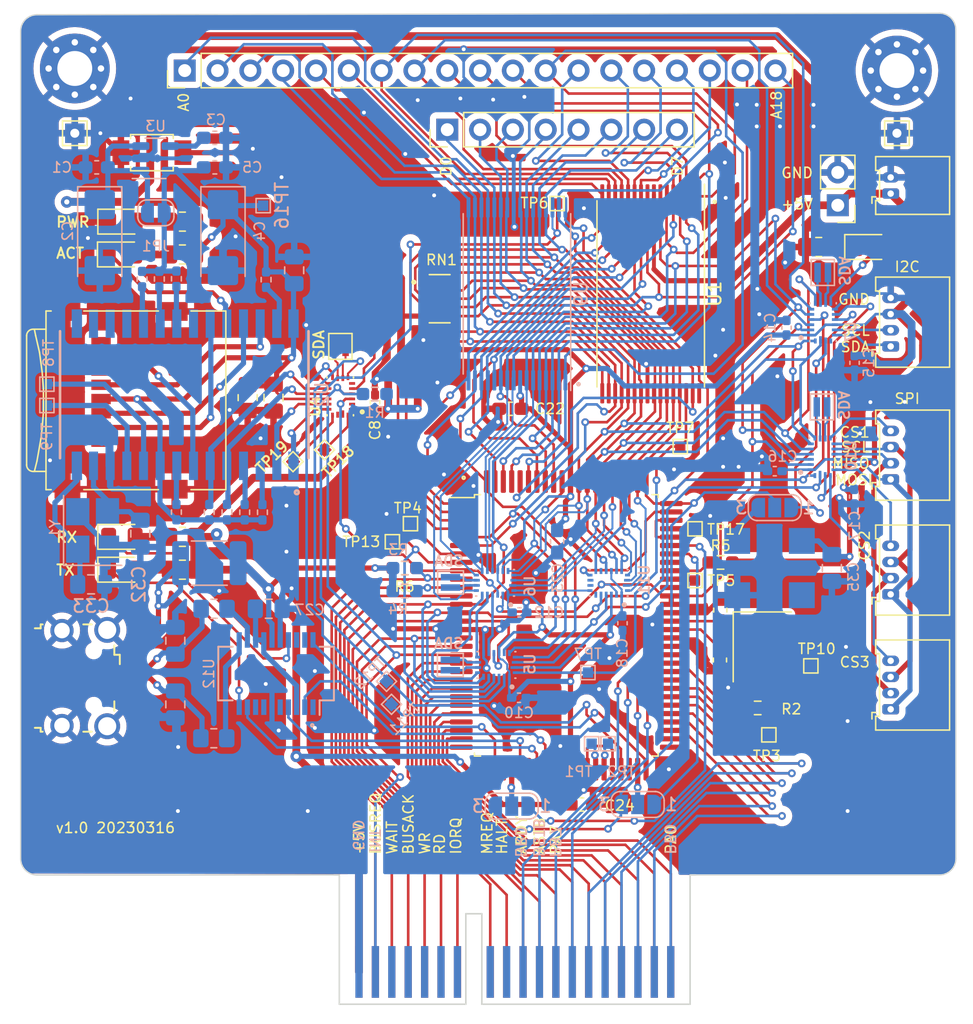
<source format=kicad_pcb>
(kicad_pcb (version 20221018) (generator pcbnew)
  (title_block (comment 4 "AISLER Project ID: EXBOAEMU"))
  (layers (0 "F.Cu" signal "Front") (31 "B.Cu" signal "Back") (34 "B.Paste" user) (35 "F.Paste" user) (36 "B.SilkS" user "B.Silkscreen") (37 "F.SilkS" user "F.Silkscreen") (38 "B.Mask" user) (39 "F.Mask" user) (44 "Edge.Cuts" user))
  (net 0 "")
  (net 1 "VCC")
  (net 2 "GND")
  (net 3 "+3V3")
  (net 4 "/ACT_LED")
  (net 5 "/RX_LED")
  (net 6 "/TX_LED")
  (net 7 "/VBUS")
  (net 8 "/I2C_SDA")
  (net 9 "/I2C_SCL")
  (net 10 "/SPI_MOSI")
  (net 11 "/SPI_MISO")
  (net 12 "/SPI_SCL")
  (net 13 "/SPI_CS_1")
  (net 14 "Net-(J5-Pin_1)")
  (net 15 "Net-(J5-Pin_2)")
  (net 16 "Net-(J6-Pin_1)")
  (net 17 "Net-(J6-Pin_2)")
  (net 18 "/D0")
  (net 19 "/~{BUSACK}")
  (net 20 "/D1")
  (net 21 "/~{HALT}")
  (net 22 "/D2")
  (net 23 "/~{BUSREQ}")
  (net 24 "/D3")
  (net 25 "/~{WAIT}")
  (net 26 "/D4")
  (net 27 "/~{NMI}")
  (net 28 "/D5")
  (net 29 "/~{RFSH}")
  (net 30 "/D6")
  (net 31 "/PB0")
  (net 32 "/D7")
  (net 33 "/PB1")
  (net 34 "/~{ASTB}")
  (net 35 "/PB2")
  (net 36 "/ARDY")
  (net 37 "/PB3")
  (net 38 "/PA7")
  (net 39 "/PB4")
  (net 40 "/PA6")
  (net 41 "/PB5")
  (net 42 "/PA5")
  (net 43 "/PB6")
  (net 44 "/PA4")
  (net 45 "/PB7")
  (net 46 "/PA3")
  (net 47 "/BRDY")
  (net 48 "/PA2")
  (net 49 "/~{BSTB}")
  (net 50 "/PA1")
  (net 51 "/~{INT}")
  (net 52 "/PA0")
  (net 53 "/IEO")
  (net 54 "/A0")
  (net 55 "/A1")
  (net 56 "/A2")
  (net 57 "/A3")
  (net 58 "/A5")
  (net 59 "/A6")
  (net 60 "/A7")
  (net 61 "/A8")
  (net 62 "/A9")
  (net 63 "/A10")
  (net 64 "/A11")
  (net 65 "/A12")
  (net 66 "/A13")
  (net 67 "/A14")
  (net 68 "/MA15")
  (net 69 "/MA16")
  (net 70 "/MA17")
  (net 71 "/MA18")
  (net 73 "/SD_CS")
  (net 74 "/SD_MOSI")
  (net 75 "/SD_CK")
  (net 76 "/SD_MISO")
  (net 78 "/SPI_CS_2")
  (net 79 "/SPI_CS_3")
  (net 80 "/CH_B_CLKI")
  (net 81 "/CH_B_CLK")
  (net 82 "/UART_CLK")
  (net 83 "/CH_A_CLKI")
  (net 84 "/CH_A_CLK")
  (net 85 "/WR#")
  (net 86 "/RD#")
  (net 87 "/PCS#")
  (net 88 "/RATE1")
  (net 89 "/RATE2")
  (net 90 "/RATE3")
  (net 91 "/~{CTSB}")
  (net 92 "/~{RTSB}")
  (net 93 "/~{INT_3V}")
  (net 94 "/RESET_3V")
  (net 95 "/RXDB_3V")
  (net 96 "/TXDB_3V")
  (net 97 "Net-(U2-UD+)")
  (net 98 "Net-(U2-UD-)")
  (net 99 "Net-(U2-XI)")
  (net 100 "Net-(U2-XO)")
  (net 106 "Net-(U3-BP)")
  (net 107 "/~{RESET}")
  (net 108 "/CTC_CLK")
  (net 109 "/TXDB")
  (net 110 "/RXDB")
  (net 111 "/~{MREQ}")
  (net 112 "/~{IORQ}")
  (net 113 "/~{M1}")
  (net 114 "/A15")
  (net 115 "/~{RD}")
  (net 116 "/~{WR}")
  (net 117 "/~{ROM_CS}")
  (net 118 "/~{RAM_CS}")
  (net 119 "/CPU_CLK")
  (net 122 "Net-(J3-Pin_1)")
  (net 123 "Net-(J3-Pin_2)")
  (net 126 "/RXDA")
  (net 127 "/TXDA")
  (net 128 "Net-(U8-~{DCDA})")
  (net 129 "/~{RTSA}")
  (net 130 "/~{CTSA}")
  (net 131 "/~{RNG_CS}")
  (net 132 "/~{SPI_CS}")
  (net 133 "Net-(U8-~{DCDB})")
  (net 136 "/XTAL1")
  (net 137 "/XTAL2")
  (net 139 "/IEI")
  (net 140 "Net-(U8-CLK{slash}TRG3)")
  (net 141 "Net-(U8-ZC{slash}TO3)")
  (net 142 "/USB_DP")
  (net 143 "/USB_DM")
  (net 144 "Net-(J10-D+)")
  (net 145 "Net-(J10-D-)")
  (net 147 "/AO")
  (net 148 "Net-(ACT1-A)")
  (net 149 "Net-(PWR1-A)")
  (net 150 "Net-(RX1-A)")
  (net 151 "Net-(TX1-A)")
  (net 152 "/VFTDI")
  (net 159 "Net-(J4-Pin_1)")
  (net 160 "Net-(J4-Pin_2)")
  (net 161 "Net-(J8-Pin_1)")
  (net 162 "Net-(J8-Pin_2)")
  (net 163 "/SLG_UART_CLK")
  (net 164 "/XTAL_UART_CLK")
  (net 165 "Net-(U4-IO14)")
  (net 167 "/ROM_OFF")
  (net 168 "/MEM_REG_RD")
  (net 169 "/MEM_REG_WRITE")
  (net 171 "Net-(J7-Pin_2)")
  (net 172 "Net-(J7-Pin_1)")
  (net 175 "/BLINK_LED")
  (net 176 "/A4")
  (net 180 "Net-(U4-IO11)")
  (net 181 "Net-(D1-K)")
  (net 187 "/RESET_BTN")
  (net 188 "/~{IORQ_}")
  (footprint "Resistor_SMD:R_0603_1608Metric_Pad0.98x0.95mm_HandSolder" (layer "F.Cu") (at 124.2159 110.2614)
    (fp_text reference "R2")
    (fp_text value "4.7k")
  )
  (footprint "Package_SO:TSOP-I-32_14.4x8mm_P0.5mm" (layer "F.Cu") (at 115.9355 78.232 -90)
    (fp_text reference "U1")
    (fp_text value "SST39SF040")
  )
  (footprint "footprints:SW_SPST_B3U-1000P-B" (layer "F.Cu") (at 77.3275 67.31 180)
    (fp_text reference "SW1")
    (fp_text value "RESET")
  )
  (footprint "Resistor_SMD:R_0603_1608Metric_Pad0.98x0.95mm_HandSolder" (layer "F.Cu") (at 121.3395 99.007)
    (fp_text reference "R5")
    (fp_text value "10k")
  )
  (footprint "Capacitor_SMD:C_0603_1608Metric_Pad1.08x0.95mm_HandSolder" (layer "F.Cu") (at 110.6015 117.729 180)
    (fp_text reference "C24")
    (fp_text value "0.1u")
  )
  (footprint "Connector_Molex:Molex_PicoBlade_53048-0210_1x02_P1.25mm_Horizontal" (layer "F.Cu") (at 134.508 70.475 90)
    (fp_text reference "J1")
    (fp_text value "Conn_01x02_Male")
  )
  (footprint "footprints:TestPoint_Pad_0.8x0.8mm" (layer "F.Cu") (at 119.3645 100.407)
    (fp_text reference "TP5")
    (fp_text value "U2_10")
  )
  (footprint "footprints:IC_SLG46826V" (layer "F.Cu") (at 91.904 86.16 180)
    (fp_text reference "U4")
    (fp_text value "SLG46826V")
  )
  (footprint "footprints:SlgI2C-Pad0.5x1.5mm" (layer "F.Cu") (at 91.9175 82.296)
    (fp_text reference "J3")
    (fp_text value "Conn_01x02")
  )
  (footprint "footprints:TestPoint_Pad_0.8x0.8mm" (layer "F.Cu") (at 95.9395 97.407)
    (fp_text reference "TP13")
    (fp_text value "U2_10")
  )
  (footprint "Capacitor_SMD:C_0603_1608Metric_Pad1.08x0.95mm_HandSolder" (layer "F.Cu") (at 121.2949 106.553 -90)
    (fp_text reference "C20")
    (fp_text value "33pF")
  )
  (footprint "Resistor_SMD:R_0805_2012Metric_Pad1.20x1.40mm_HandSolder" (layer "F.Cu") (at 79.68875 75.184 180)
    (fp_text reference "R8")
    (fp_text value "1k")
  )
  (footprint "Resistor_SMD:R_0805_2012Metric_Pad1.20x1.40mm_HandSolder" (layer "F.Cu") (at 79.68875 72.644 180)
    (fp_text reference "R21")
    (fp_text value "1k")
  )
  (footprint "Connector_Molex:Molex_PicoBlade_53048-0410_1x04_P1.25mm_Horizontal" (layer "F.Cu") (at 134.508 82.296 90)
    (fp_text reference "I2C1")
    (fp_text value "Conn_01x04_Male")
  )
  (footprint "footprints:USB_Micro-B_WuerthMod_629105150521_CircularHoles" (layer "F.Cu") (at 72.01785 107.95 -90)
    (fp_text reference "J10")
    (fp_text value "Serial_A")
  )
  (footprint "Connector_Molex:Molex_PicoBlade_53048-0410_1x04_P1.25mm_Horizontal" (layer "F.Cu") (at 134.508 101.473 90)
    (fp_text reference "SPI2")
    (fp_text value "Conn_01x04_Male")
  )
  (footprint "LED_SMD:LED_0805_2012Metric_Pad1.15x1.40mm_HandSolder" (layer "F.Cu") (at 75.00375 99.568)
    (fp_text reference "TX1")
    (fp_text value "TX")
  )
  (footprint "footprints:TestPoint_Pad_0.8x0.8mm" (layer "F.Cu") (at 97.3395 96.007)
    (fp_text reference "TP4")
    (fp_text value "U2_10")
  )
  (footprint "LED_SMD:LED_0805_2012Metric_Pad1.15x1.40mm_HandSolder" (layer "F.Cu") (at 132.8145 74.607)
    (fp_text reference "D1")
    (fp_text value "TX")
  )
  (footprint "MountingHole:MountingHole_2.7mm_M2.5_Pad_Via" (layer "F.Cu") (at 134.9925 60.96)
    (fp_text reference "H2")
    (fp_text value "MountingHole_Pad")
  )
  (footprint "Crystal:Crystal_SMD_3225-4Pin_3.2x2.5mm_HandSoldering" (layer "F.Cu") (at 124.5715 105.537 -90)
    (fp_text reference "Y2")
    (fp_text value "16MHz")
  )
  (footprint "footprints:TestPoint_Pad_0.8x0.8mm" (layer "F.Cu") (at 118.2215 90.043)
    (fp_text reference "TP7")
    (fp_text value "U2_10")
  )
  (footprint "footprints:Samtec_MECF-20-0_-L-DV_2x20_P1.27mm_Polarized_Edge" (layer "F.Cu") (at 105.41 128.180974)
    (fp_text reference "J9")
    (fp_text value "Conn_02x20_Odd_Even")
    (fp_line (start -14 -5) (end -13.575 -5) (stroke (width 0.12)) (layer "Edge.Cuts"))
    (fp_line (start -13.575 5) (end -13.575 -5) (stroke (width 0.12)) (layer "Edge.Cuts"))
    (fp_line (start -13.575 5) (end -3.785 5) (stroke (width 0.12)) (layer "Edge.Cuts"))
    (fp_line (start -3.785 -2) (end -2.545 -2) (stroke (width 0.12)) (layer "Edge.Cuts"))
    (fp_line (start -3.785 5) (end -3.785 -2) (stroke (width 0.12)) (layer "Edge.Cuts"))
    (fp_line (start -2.545 5) (end -2.545 -2) (stroke (width 0.12)) (layer "Edge.Cuts"))
    (fp_line (start -2.545 5) (end 13.575 5) (stroke (width 0.12)) (layer "Edge.Cuts"))
    (fp_line (start 13.575 5) (end 13.575 -5) (stroke (width 0.12)) (layer "Edge.Cuts"))
    (fp_line (start 14 -5) (end 13.575 -5) (stroke (width 0.12)) (layer "Edge.Cuts"))
  )
  (footprint "Connector_PinHeader_2.54mm:PinHeader_1x02_P2.54mm_Vertical" (layer "F.Cu") (at 130.4135 71.379 180)
    (fp_text reference "J2")
    (fp_text value "Conn_01x02_Male")
  )
  (footprint "Capacitor_SMD:C_0805_2012Metric_Pad1.18x1.45mm_HandSolder" (layer "F.Cu") (at 86.7395 86.2595 -90)
    (fp_text reference "C6")
    (fp_text value ".1")
  )
  (footprint "Resistor_SMD:R_0805_2012Metric_Pad1.20x1.40mm_HandSolder" (layer "F.Cu") (at 84.7395 86.2595 -90)
    (fp_text reference "R7")
    (fp_text value "10k")
  )
  (footprint "footprints:TestPoint_Pad_0.8x0.8mm" (layer "F.Cu") (at 88.2495 91.2114 45)
    (fp_text reference "TP19")
    (fp_text value "U2_10")
  )
  (footprint "footprints:RESCAXE64P320X160X70-10N" (layer "F.Cu") (at 99.5995 78.607)
    (fp_text reference "RN1")
    (fp_text value "YC158TJR-0710KL")
  )
  (footprint "LED_SMD:LED_0805_2012Metric_Pad1.15x1.40mm_HandSolder" (layer "F.Cu") (at 74.97575 75.184)
    (fp_text reference "ACT1")
    (fp_text value "TX")
  )
  (footprint "Resistor_SMD:R_0603_1608Metric_Pad0.98x0.95mm_HandSolder" (layer "F.Cu") (at 96.8855 99.441 180)
    (fp_text reference "R6")
    (fp_text value "10k")
  )
  (footprint "Resistor_SMD:R_0805_2012Metric_Pad1.20x1.40mm_HandSolder" (layer "F.Cu") (at 79.68875 99.568 180)
    (fp_text reference "R20")
    (fp_text value "1k")
  )
  (footprint "Connector_Card:microSD_HC_Wuerth_693072010801" (layer "F.Cu") (at 74.9405 86.467076 90)
    (fp_text reference "J12")
    (fp_text value "Micro_SD_Card")
  )
  (footprint "footprints:TestPoint_Pad_0.8x0.8mm" (layer "F.Cu") (at 90.6879 90.297 45)
    (fp_text reference "TP18")
    (fp_text value "U2_10")
  )
  (footprint "TestPoint:TestPoint_THTPad_1.5x1.5mm_Drill0.7mm" (layer "F.Cu") (at 71.3585 65.807)
    (fp_text reference "TP14")
    (fp_text value "U2_10")
  )
  (footprint "Connector_PinHeader_2.54mm:PinHeader_1x08_P2.54mm_Vertical" (layer "F.Cu") (at 100.1875 65.532 90)
    (fp_text reference "J13")
    (fp_text value "Conn_01x08_Male")
  )
  (footprint "Package_QFP:PQFP-100_14x20mm_P0.65mm" (layer "F.Cu") (at 109.400962 103.873681)
    (fp_text reference "U8" hide)
    (fp_text value "Z84C15-QFP")
  )
  (footprint "LED_SMD:LED_0805_2012Metric_Pad1.15x1.40mm_HandSolder" (layer "F.Cu") (at 75.00375 72.644)
    (fp_text reference "PWR1")
    (fp_text value "POWER")
  )
  (footprint "Capacitor_SMD:C_0603_1608Metric_Pad1.08x0.95mm_HandSolder" (layer "F.Cu") (at 105.0735 87.122)
    (fp_text reference "C22")
    (fp_text value "100nF")
  )
  (footprint "Capacitor_SMD:C_0603_1608Metric_Pad1.08x0.95mm_HandSolder" (layer "F.Cu") (at 121.3203 102.6922 90)
    (fp_text reference "C21")
    (fp_text value "33pF")
  )
  (footprint "LED_SMD:LED_0805_2012Metric_Pad1.15x1.40mm_HandSolder" (layer "F.Cu") (at 75.00375 97.028)
    (fp_text reference "RX1")
    (fp_text value "RX")
  )
  (footprint "footprints:TestPoint_Pad_0.8x0.8mm" (layer "F.Cu") (at 128.3307 107.0102)
    (fp_text reference "TP10")
    (fp_text value "U2_10")
  )
  (footprint "Resistor_SMD:R_0805_2012Metric_Pad1.20x1.40mm_HandSolder" (layer "F.Cu") (at 128.9395 74.607)
    (fp_text reference "R9")
    (fp_text value "1k")
  )
  (footprint "footprints:TestPoint_Pad_0.8x0.8mm" (layer "F.Cu") (at 119.3645 96.407)
    (fp_text reference "TP17")
    (fp_text value "U2_10")
  )
  (footprint "Capacitor_SMD:C_0402_1005Metric_Pad0.74x0.62mm_HandSolder" (layer "F.Cu") (at 94.5995 86.614 90)
    (fp_text reference "C8")
    (fp_text value "C_Small")
  )
  (footprint "MountingHole:MountingHole_2.7mm_M2.5_Pad_Via" (layer "F.Cu") (at 71.3585 60.798109)
    (fp_text reference "H1")
    (fp_text value "MountingHole_Pad")
  )
  (footprint "TestPoint:TestPoint_THTPad_1.5x1.5mm_Drill0.7mm" (layer "F.Cu") (at 134.9925 65.807)
    (fp_text reference "TP15")
    (fp_text value "U2_10")
  )
  (footprint "footprints:TestPoint_Pad_0.8x0.8mm" (layer "F.Cu") (at 108.6965 71.247)
    (fp_text reference "TP6")
    (fp_text value "U2_10")
  )
  (footprint "Connector_PinHeader_2.54mm:PinHeader_1x19_P2.54mm_Vertical" (layer "F.Cu") (at 79.8675 60.96 90)
    (fp_text reference "J11")
    (fp_text value "Conn_01x19_Male")
  )
  (footprint "footprints:TestPoint_Pad_0.8x0.8mm" (layer "F.Cu") (at 125.0795 112.3442)
    (fp_text reference "TP3")
    (fp_text value "U2_10")
  )
  (footprint "Connector_Molex:Molex_PicoBlade_53048-0410_1x04_P1.25mm_Horizontal" (layer "F.Cu") (at 134.508 92.583 90)
    (fp_text reference "SPI1")
    (fp_text value "Conn_01x04_Male")
  )
  (footprint "Resistor_SMD:R_0805_2012Metric_Pad1.20x1.40mm_HandSolder" (layer "F.Cu") (at 79.68875 97.028 180)
    (fp_text reference "R19")
    (fp_text value "1k")
  )
  (footprint "Connector_Molex:Molex_PicoBlade_53048-0410_1x04_P1.25mm_Horizontal" (layer "F.Cu") (at 134.508 110.363 90)
    (fp_text reference "SPI3")
    (fp_text value "Conn_01x04_Male")
  )
  (footprint "Jumper:SolderJumper-2_P1.3mm_Open_RoundedPad1.0x1.5mm" (layer "B.Cu") (at 77.632114 71.965536)
    (fp_text reference "JP1")
    (fp_text value "LDO_BYP")
  )
  (footprint "Resistor_SMD:R_0402_1005Metric_Pad0.72x0.64mm_HandSolder" (layer "B.Cu") (at 83.136605 95.114576 -90)
    (fp_text reference "R26")
    (fp_text value "10k")
  )
  (footprint "footprints:TestPoint_Pad_0.8x0.8mm" (layer "B.Cu") (at 112.6335 113.03)
    (fp_text reference "TP2")
    (fp_text value "U2_10")
  )
  (footprint "footprints:SlgI2C-Pad0.5x1.5mm" (layer "B.Cu") (at 100.425397 106.942869 -90)
    (fp_text reference "J4")
    (fp_text value "Conn_01x02")
  )
  (footprint "Jumper:SolderJumper-3_P1.3mm_Open_RoundedPad1.0x1.5mm_NumberLabels" (layer "B.Cu") (at 105.175962 117.856 180)
    (fp_text reference "JP3")
    (fp_text value "CH_B_CLK")
  )
  (footprint "footprints:TestPoint_Pad_0.8x0.8mm" (layer "B.Cu") (at 95.4885 108.204 45)
    (fp_text reference "TP12")
    (fp_text value "U2_10")
  )
  (footprint "footprints:IC_SLG46826V" (layer "B.Cu") (at 129.2725 80.421)
    (fp_text reference "U7")
    (fp_text value "SLG46826V")
  )
  (footprint "Capacitor_SMD:C_0402_1005Metric_Pad0.74x0.62mm_HandSolder" (layer "B.Cu") (at 131.6835 93.9205 -90)
    (fp_text reference "C17")
    (fp_text value "C_Small")
  )
  (footprint "Capacitor_SMD:C_0805_2012Metric_Pad1.18x1.45mm_HandSolder" (layer "B.Cu") (at 88.3395 76.407 90)
    (fp_text reference "C7")
    (fp_text value ".1uF")
  )
  (footprint "Resistor_SMD:R_0402_1005Metric_Pad0.72x0.64mm_HandSolder" (layer "B.Cu") (at 79.223346 77.066076 90)
    (fp_text reference "R34")
    (fp_text value "0R")
  )
  (footprint "Resistor_SMD:R_0402_1005Metric_Pad0.72x0.64mm_HandSolder" (layer "B.Cu") (at 85.883124 95.126573 -90)
    (fp_text reference "R28")
    (fp_text value "0R")
  )
  (footprint "Fuse:Fuse_1812_4532Metric_Pad1.30x3.40mm_HandSolder" (layer "B.Cu") (at 81.7725 99.06 180)
    (fp_text reference "F1")
    (fp_text value "0.5A")
  )
  (footprint "Capacitor_SMD:C_0402_1005Metric_Pad0.74x0.62mm_HandSolder" (layer "B.Cu") (at 105.7395 109.474)
    (fp_text reference "C10")
    (fp_text value "C_Small")
  )
  (footprint "footprints:TestPoint_Pad_0.8x0.8mm" (layer "B.Cu") (at 111.3635 113.03 -90)
    (fp_text reference "TP1")
    (fp_text value "U2_10")
  )
  (footprint "footprints:CH376S-SOP28-P1.29mm" (layer "B.Cu") (at 79.9019 86.032 180)
    (fp_text reference "U2")
    (fp_text value "CH376S")
  )
  (footprint "Capacitor_SMD:C_0402_1005Metric_Pad0.74x0.62mm_HandSolder" (layer "B.Cu") (at 105.7755 102.87)
    (fp_text reference "C12")
    (fp_text value "C_Small")
  )
  (footprint "footprints:SlgI2C-Pad0.5x1.5mm" (layer "B.Cu") (at 100.4415 100.55 -90)
    (fp_text reference "J8")
    (fp_text value "Conn_01x02")
  )
  (footprint "Capacitor_SMD:C_0805_2012Metric_Pad1.18x1.45mm_HandSolder" (layer "B.Cu") (at 79.1395 109.98952 -90)
    (fp_text reference "C30")
    (fp_text value "47pF")
  )
  (footprint "Capacitor_SMD:C_0603_1608Metric_Pad1.08x0.95mm_HandSolder" (layer "B.Cu") (at 82.198667 66.160541)
    (fp_text reference "C3")
    (fp_text value "10nF")
  )
  (footprint "Capacitor_SMD:C_0402_1005Metric_Pad0.74x0.62mm_HandSolder" (layer "B.Cu") (at 126.448191 80.849794 90)
    (fp_text reference "C14")
    (fp_text value "C_Small")
  )
  (footprint "Resistor_SMD:R_0805_2012Metric_Pad1.20x1.40mm_HandSolder" (layer "B.Cu") (at 82.1395 102.5906 180)
    (fp_text reference "R17")
    (fp_text value "27")
  )
  (footprint "footprints:SlgI2C-Pad0.5x1.5mm" (layer "B.Cu") (at 129.2515 76.581 180)
    (fp_text reference "J5")
    (fp_text value "Conn_01x02")
  )
  (footprint "Capacitor_Tantalum_SMD:CP_EIA-6032-28_Kemet-C_Pad2.25x2.35mm_HandSolder" (layer "B.Cu") (at 73.290005 73.88177 -90)
    (fp_text reference "C2")
    (fp_text value "10uF")
  )
  (footprint "Capacitor_SMD:C_0402_1005Metric_Pad0.74x0.62mm_HandSolder" (layer "B.Cu") (at 113.7511 103.7082 -90)
    (fp_text reference "C18")
    (fp_text value "C_Small")
  )
  (footprint "Capacitor_SMD:C_0805_2012Metric_Pad1.18x1.45mm_HandSolder" (layer "B.Cu") (at 72.619346 100.702576)
    (fp_text reference "C33")
    (fp_text value "33pF")
  )
  (footprint "Jumper:SolderJumper-3_P1.3mm_Open_RoundedPad1.0x1.5mm_NumberLabels" (layer "B.Cu") (at 114.925962 117.729 180)
    (fp_text reference "JP2")
    (fp_text value "CH_B_CLK")
  )
  (footprint "Resistor_SMD:R_0603_1608Metric_Pad0.98x0.95mm_HandSolder" (layer "B.Cu") (at 94.576 85.979)
    (fp_text reference "R1")
    (fp_text value "4.7k")
  )
  (footprint "Package_TO_SOT_SMD:SOT-23-5" (layer "B.Cu") (at 77.605667 67.750541)
    (fp_text reference "U3")
    (fp_text value "TPS79333-EP")
  )
  (footprint "footprints:SlgI2C-Pad0.5x1.5mm" (layer "B.Cu") (at 129.189385 86.976884 180)
    (fp_text reference "J6")
    (fp_text value "Conn_01x02")
  )
  (footprint "Capacitor_SMD:C_0603_1608Metric_Pad1.08x0.95mm_HandSolder" (layer "B.Cu") (at 82.198667 68.446541)
    (fp_text reference "C5")
    (fp_text value "100nF")
  )
  (footprint "Package_SO:SSOP-20_3.9x8.7mm_P0.635mm" (layer "B.Cu") (at 86.94035 107.60302 90)
    (fp_text reference "U12")
    (fp_text value "FT231XS")
  )
  (footprint "Resistor_SMD:R_0402_1005Metric_Pad0.72x0.64mm_HandSolder" (layer "B.Cu") (at 81.763346 95.118575 -90)
    (fp_text reference "R27")
    (fp_text value "10k")
  )
  (footprint "footprints:TestPoint_Pad_0.8x0.8mm" (layer "B.Cu") (at 95.8695 109.982 45)
    (fp_text reference "TP11")
    (fp_text value "U2_10")
  )
  (footprint "footprints:TestPoint_Pad_0.8x0.8mm" (layer "B.Cu") (at 69.1995 85.217 180)
    (fp_text reference "TP8")
    (fp_text value "U2_10")
  )
  (footprint "Resistor_SMD:R_0402_1005Metric_Pad0.72x0.64mm_HandSolder" (layer "B.Cu") (at 79.223346 95.114576 -90)
    (fp_text reference "R30")
    (fp_text value "0R")
  )
  (footprint "footprints:IC_SLG46826V" (layer "B.Cu") (at 103.9975 106.934 90)
    (fp_text reference "U5")
    (fp_text value "SLG46826V")
  )
  (footprint "footprints:TestPoint_Pad_0.8x0.8mm" (layer "B.Cu") (at 85.9395 71.407 90)
    (fp_text reference "TP16")
    (fp_text value "U2_10")
  )
  (footprint "Capacitor_SMD:C_0603_1608Metric_Pad1.08x0.95mm_HandSolder" (layer "B.Cu") (at 108.693161 97.378759 90)
    (fp_text reference "C23")
    (fp_text value "0.1u")
  )
  (footprint "Resistor_SMD:R_0402_1005Metric_Pad0.72x0.64mm_HandSolder" (layer "B.Cu") (at 77.902384 77.083524 90)
    (fp_text reference "R33")
    (fp_text value "0R")
  )
  (footprint "Jumper:SolderJumper-3_P1.3mm_Open_RoundedPad1.0x1.5mm_NumberLabels" (layer "B.Cu") (at 125.5367 94.7674 180)
    (fp_text reference "JP4")
    (fp_text value "CH_B_CLK")
  )
  (footprint "Resistor_SMD:R_0603_1608Metric_Pad0.98x0.95mm_HandSolder" (layer "B.Cu") (at 96.8855 101.219 180)
    (fp_text reference "R4")
    (fp_text value "4.7k")
  )
  (footprint "footprints:TestPoint_Pad_0.8x0.8mm" (layer "B.Cu") (at 69.1995 86.868 180)
    (fp_text reference "TP9")
    (fp_text value "U2_10")
  )
  (footprint "Capacitor_SMD:C_0402_1005Metric_Pad0.74x0.62mm_HandSolder" (layer "B.Cu") (at 131.714 83.566 -90)
    (fp_text reference "C15")
    (fp_text value "C_Small")
  )
  (footprint "Package_SO:TSOP-I-32_12.4x8mm_P0.5mm" (layer "B.Cu") (at 105.5815 78.232 90)
    (fp_text reference "U9")
    (fp_text value "AS6C4008-55STIN")
  )
  (footprint "Capacitor_SMD:C_0603_1608Metric_Pad1.08x0.95mm_HandSolder" (layer "B.Cu") (at 73.054667 68.446541 180)
    (fp_text reference "C1")
    (fp_text value "100nF")
  )
  (footprint "Crystal:Crystal_SMD_3225-4Pin_3.2x2.5mm_HandSoldering" (layer "B.Cu") (at 72.739346 96.530576 90)
    (fp_text reference "Y1")
    (fp_text value "12MHz")
  )
  (footprint "Capacitor_Tantalum_SMD:CP_EIA-6032-28_Kemet-C_Pad2.25x2.35mm_HandSolder" (layer "B.Cu") (at 82.829943 73.88177 -90)
    (fp_text reference "C4")
    (fp_text value "10uF")
  )
  (footprint "Resistor_SMD:R_0603_1608Metric_Pad0.98x0.95mm_HandSolder" (layer "B.Cu") (at 96.909 99.441 180)
    (fp_text reference "R3")
    (fp_text value "4.7k")
  )
  (footprint "Capacitor_SMD:C_0805_2012Metric_Pad1.18x1.45mm_HandSolder" (layer "B.Cu") (at 79.1395 105.06302 90)
    (fp_text reference "C31")
    (fp_text value "47pF")
  )
  (footprint "footprints:IC_SLG46826V" (layer "B.Cu") (at 103.891 100.584 90)
    (fp_text reference "U6")
    (fp_text value "SLG46826V")
  )
  (footprint "footprints:IC_SLG46826V" (layer "B.Cu") (at 112.6875 100.584 90)
    (fp_text reference "U11")
    (fp_text value "SLG46826V")
  )
  (footprint "footprints:TestPoint_Pad_0.8x0.8mm" (layer "B.Cu") (at 111.07637 107.524324 180)
    (fp_text reference "TP7")
    (fp_text value "U2_10")
  )
  (footprint "Capacitor_SMD:C_0805_2012Metric_Pad1.18x1.45mm_HandSolder" (layer "B.Cu") (at 129.9563 99.4323 90)
    (fp_text reference "C35")
    (fp_text value "0.01u")
  )
  (footprint "footprints:IC_SLG46826V" (layer "B.Cu") (at 129.242 90.835)
    (fp_text reference "U10")
    (fp_text value "SLG46826V")
  )
  (footprint "Resistor_SMD:R_0402_1005Metric_Pad0.72x0.64mm_HandSolder" (layer "B.Cu") (at 86.1645 77.132 90)
    (fp_text reference "R31")
    (fp_text value "0R")
  )
  (footprint "Resistor_SMD:R_0402_1005Metric_Pad0.72x0.64mm_HandSolder" (layer "B.Cu") (at 76.5655 77.089 90)
    (fp_text reference "R32")
    (fp_text value "0R")
  )
  (footprint "Resistor_SMD:R_0402_1005Metric_Pad0.72x0.64mm_HandSolder" (layer "B.Cu") (at 84.509864 95.122574 -90)
    (fp_text reference "R29")
    (fp_text value "0R")
  )
  (footprint "Capacitor_SMD:C_0402_1005Metric_Pad0.74x0.62mm_HandSolder" (layer "B.Cu") (at 125.5395 91.948 180)
    (fp_text reference "C16")
    (fp_text value "C_Small")
  )
  (footprint "Capacitor_SMD:C_0805_2012Metric_Pad1.18x1.45mm_HandSolder" (layer "B.Cu") (at 86.36885 102.5906)
    (fp_text reference "C27")
    (fp_text value "100nF")
  )
  (footprint "Resistor_SMD:R_0805_2012Metric_Pad1.20x1.40mm_HandSolder" (layer "B.Cu") (at 82.1176 112.607 180)
    (fp_text reference "R18")
    (fp_text value "27")
  )
  (footprint "Capacitor_SMD:C_0805_2012Metric_Pad1.18x1.45mm_HandSolder" (layer "B.Cu") (at 76.429346 96.780576 -90)
    (fp_text reference "C32")
    (fp_text value "33pF")
  )
  (footprint "Oscillator:Oscillator_SMD_EuroQuartz_XO91-4Pin_7.0x5.0mm" (layer "B.Cu") (at 125.1303 99.441 180)
    (fp_text reference "X1")
    (fp_text value "1.8432MHz")
  )
  (gr_circle (center 110.3475 85.217) (end 110.4475 85.217) (stroke (width 0.1524)) (fill none) (layer "B.SilkS"))
  (gr_circle (center 89.7395 111.607) (end 89.6395 111.607) (stroke (width 0.1524)) (fill none) (layer "B.SilkS"))
  (gr_circle (center 101.4575 92.456) (end 101.5575 92.456) (stroke (width 0.1524)) (fill none) (layer "F.SilkS"))
  (gr_circle (center 120.8885 71.12) (end 120.9885 71.12) (stroke (width 0.1524)) (fill none) (layer "F.SilkS"))
  (gr_arc (start 67.1675 57.912) (mid 67.539474 57.013974) (end 68.4375 56.642) (stroke (width 0.1)) (layer "Edge.Cuts"))
  (gr_line (start 68.4375 56.642) (end 138.278474 56.524026) (stroke (width 0.1)) (layer "Edge.Cuts"))
  (gr_arc (start 139.5575 121.910974) (mid 139.185524 122.80899) (end 138.2875 123.180974) (stroke (width 0.1)) (layer "Edge.Cuts"))
  (gr_line (start 119.41 123.180974) (end 138.2875 123.180974) (stroke (width 0.1)) (layer "Edge.Cuts"))
  (gr_line (start 139.548474 57.794026) (end 139.5575 121.910974) (stroke (width 0.1)) (layer "Edge.Cuts"))
  (gr_line (start 91.41 123.180974) (end 68.4375 123.180974) (stroke (width 0.1)) (layer "Edge.Cuts"))
  (gr_arc (start 138.278474 56.524026) (mid 139.176507 56.895993) (end 139.548474 57.794026) (stroke (width 0.1)) (layer "Edge.Cuts"))
  (gr_arc (start 68.4375 123.180974) (mid 67.539474 122.809) (end 67.1675 121.910974) (stroke (width 0.1)) (layer "Edge.Cuts"))
  (gr_line (start 67.1675 121.910974) (end 67.1675 57.912) (stroke (width 0.1)) (layer "Edge.Cuts"))
  (gr_text "PB0" (at 116.9515 121.666 270) (layer "B.SilkS") (effects (font (size 0.8 0.8) (thickness 0.12)) (justify left bottom mirror)))
  (gr_text "GND" (at 92.8215 121.412 270) (layer "B.SilkS") (effects (font (size 0.8 0.8) (thickness 0.12)) (justify left bottom mirror)))
  (gr_text "BSTB" (at 106.7915 118.745 270) (layer "B.SilkS") (effects (font (size 0.8 0.8) (thickness 0.12)) (justify right bottom mirror)))
  (gr_text "PB7" (at 108.0615 119.38 270) (layer "B.SilkS") (effects (font (size 0.8 0.8) (thickness 0.12)) (justify right bottom mirror)))
  (gr_text "BRD" (at 105.3945 119.341295 270) (layer "B.SilkS") (effects (font (size 0.8 0.8) (thickness 0.12)) (justify right bottom mirror)))
  (gr_text "INT" (at 94.0915 121.539 270) (layer "B.SilkS") (effects (font (size 0.8 0.8) (thickness 0.12)) (justify left bottom mirror)))
  (gr_text "v1.0 20230316" (at 79.19355 120.007) (layer "F.SilkS") (effects (font (size 0.8 0.8) (thickness 0.12)) (justify right bottom)))
  (gr_text "CS1" (at 130.486072 89.408) (layer "F.SilkS") (effects (font (size 0.8 0.8) (thickness 0.12)) (justify left bottom)))
  (gr_text "CS3" (at 130.486072 107.188) (layer "F.SilkS") (effects (font (size 0.8 0.8) (thickness 0.12)) (justify left bottom)))
  (gr_text "MISO" (at 129.9055 91.821) (layer "F.SilkS") (effects (font (size 0.8 0.8) (thickness 0.12)) (justify left bottom)))
  (gr_text "GND" (at 130.369957 79.121) (layer "F.SilkS") (effects (font (size 0.8 0.8) (thickness 0.12)) (justify left bottom)))
  (gr_text "WR" (at 98.9175 121.666 90) (layer "F.SilkS") (effects (font (size 0.8 0.8) (thickness 0.12)) (justify left bottom)))
  (gr_text "SDA" (at 130.563481 82.804) (layer "F.SilkS") (effects (font (size 0.8 0.8) (thickness 0.12)) (justify left bottom)))
  (gr_text "BUSACK" (at 97.6475 121.666 90) (layer "F.SilkS") (effects (font (size 0.8 0.8) (thickness 0.12)) (justify left bottom)))
  (gr_text "PA7" (at 109.0775 121.666 90) (layer "F.SilkS") (effects (font (size 0.8 0.8) (thickness 0.12)) (justify left bottom)))
  (gr_text "MREQ" (at 103.7435 121.666 90) (layer "F.SilkS") (effects (font (size 0.8 0.8) (thickness 0.12)) (justify left bottom)))
  (gr_text "RX" (at 69.8345 97.536) (layer "F.SilkS") (effects (font (size 0.8128 0.8128) (thickness 0.1524) bold) (justify left bottom)))
  (gr_text "SPI" (at 134.7395 86.807) (layer "F.SilkS") (effects (font (size 0.8 0.8) (thickness 0.12)) (justify left bottom)))
  (gr_text "D0" (at 100.5685 69.215 90) (layer "F.SilkS") (effects (font (size 0.8 0.8) (thickness 0.12)) (justify left bottom)))
  (gr_text "IORQ" (at 101.3305 121.666 90) (layer "F.SilkS") (effects (font (size 0.8 0.8) (thickness 0.12)) (justify left bottom)))
  (gr_text "GND" (at 125.9685 69.342) (layer "F.SilkS") (effects (font (size 0.8 0.8) (thickness 0.12)) (justify left bottom)))
  (gr_text "BUSREQ" (at 95.1075 121.666 90) (layer "F.SilkS") (effects (font (size 0.8 0.8) (thickness 0.12)) (justify left bottom)))
  (gr_text "I2C" (at 134.7395 76.607) (layer "F.SilkS") (effects (font (size 0.8 0.8) (thickness 0.12)) (justify left bottom)))
  (gr_text "SCL" (at 130.602186 81.534) (layer "F.SilkS") (effects (font (size 0.8 0.8) (thickness 0.12)) (justify left bottom)))
  (gr_text "A0" (at 80.2485 64.207 90) (layer "F.SilkS") (effects (font (size 0.8 0.8) (thickness 0.12)) (justify left bottom)))
  (gr_text "ARDY" (at 106.4105 121.666 90) (layer "F.SilkS") (effects (font (size 0.8 0.8) (thickness 0.12)) (justify left bottom)))
  (gr_text "A18" (at 126.1395 64.807 90) (layer "F.SilkS") (effects (font (size 0.8 0.8) (thickness 0.12)) (justify left bottom)))
  (gr_text locked "TX" (at 69.8345 100.076) (layer "F.SilkS") (effects (font (size 0.8128 0.8128) (thickness 0.1524) bold) (justify left bottom)))
  (gr_text "CS2" (at 132.9535 98.933 90) (layer "F.SilkS") (effects (font (size 0.8 0.8) (thickness 0.12)) (justify left bottom)))
  (gr_text "MOSI" (at 130.137729 93.091) (layer "F.SilkS") (effects (font (size 0.8 0.8) (thickness 0.12)) (justify left bottom)))
  (gr_text "WAIT" (at 96.3775 121.666 90) (layer "F.SilkS") (effects (font (size 0.8 0.8) (thickness 0.12)) (justify left bottom)))
  (gr_text "PA0" (at 117.9675 121.666 90) (layer "F.SilkS") (effects (font (size 0.8 0.8) (thickness 0.12)) (justify left bottom)))
  (gr_text "ACT" (at 69.8345 75.565) (layer "F.SilkS") (effects (font (size 0.8128 0.8128) (thickness 0.1524) bold) (justify left bottom)))
  (gr_text "ASTB" (at 107.8075 121.666 90) (layer "F.SilkS") (effects (font (size 0.8 0.8) (thickness 0.12)) (justify left bottom)))
  (gr_text "SCL" (at 130.602186 90.551) (layer "F.SilkS") (effects (font (size 0.8 0.8) (thickness 0.12)) (justify left bottom)))
  (gr_text "+5V" (at 93.8375 121.666 90) (layer "F.SilkS") (effects (font (size 0.8 0.8) (thickness 0.12)) (justify left bottom)))
  (gr_text "PWR" (at 69.8345 73.152) (layer "F.SilkS") (effects (font (size 0.8128 0.8128) (thickness 0.1524) bold) (justify left bottom)))
  (gr_text "HALT" (at 104.8865 121.666 90) (layer "F.SilkS") (effects (font (size 0.8 0.8) (thickness 0.12)) (justify left bottom)))
  (gr_text "+5V" (at 125.9685 71.755) (layer "F.SilkS") (effects (font (size 0.8 0.8) (thickness 0.12)) (justify left bottom)))
  (gr_text "D7" (at 118.4755 69.215 90) (layer "F.SilkS") (effects (font (size 0.8 0.8) (thickness 0.12)) (justify left bottom)))
  (gr_text "RD" (at 100.0605 121.666 90) (layer "F.SilkS") (effects (font (size 0.8 0.8) (thickness 0.12)) (justify left bottom)))
  (segment (start 81.5185 65.024) (end 78.3435 65.024) (width 0.6) (layer "F.Cu") (net 1))
  (segment (start 96.612999 83.584501) (end 96.612999 80.007) (width 0.4) (layer "F.Cu") (net 1))
  (segment (start 134.508 70.475) (end 131.3175 70.475) (width 0.6) (layer "F.Cu") (net 1))
  (segment (start 80.60125 99.568) (end 84.864641 99.568) (width 0.6) (layer "F.Cu") (net 1))
  (segment (start 136.9159 110.5662) (end 134.5283 112.9538) (width 0.4) (layer "F.Cu") (net 1))
  (segment (start 109.725962 114.998681) (end 109.725962 108.207) (width 0.4) (layer "F.Cu") (net 1))
  (segment (start 77.5815 64.135) (end 77.5815 59.563) (width 0.6) (layer "F.Cu") (net 1))
  (segment (start 90.2815 92.456) (end 85.17325 92.456) (width 0.6) (layer "F.Cu") (net 1))
  (segment (start 136.9159 83.8454) (end 136.9159 82.2039) (width 0.4) (layer "F.Cu") (net 1))
  (segment (start 116.1855 70.5445) (end 116.1855 76.323) (width 0.3) (layer "F.Cu") (net 1))
  (segment (start 132.6995 70.475) (end 134.508 70.475) (width 0.6) (layer "F.Cu") (net 1))
  (segment (start 130.4135 71.379) (end 127.940073 71.379) (width 0.6) (layer "F.Cu") (net 1))
  (segment (start 98.7395 79.952) (end 99.6145 79.952) (width 0.4) (layer "F.Cu") (net 1))
  (segment (start 80.60125 97.028) (end 80.60125 99.568) (width 0.6) (layer "F.Cu") (net 1))
  (segment (start 133.2583 91.2622) (end 133.2583 87.503) (width 0.4) (layer "F.Cu") (net 1))
  (segment (start 112.799963 104.607001) (end 108.139501 104.607001) (width 0.4) (layer "F.Cu") (net 1))
  (segment (start 100.5685 82.55) (end 109.4825 82.55) (width 0.4) (layer "F.Cu") (net 1))
  (segment (start 109.739 117.729) (end 104.477412 117.729) (width 0.4) (layer "F.Cu") (net 1))
  (segment (start 136.9159 81.7626) (end 136.9159 82.2039) (width 0.4) (layer "F.Cu") (net 1))
  (segment (start 82.1185 97.028) (end 82.338446 96.808054) (width 0.6) (layer "F.Cu") (net 1))
  (segment (start 96.612999 80.007) (end 96.667999 79.952) (width 0.4) (layer "F.Cu") (net 1))
  (segment (start 105.936 87.122) (end 105.9395 87.1185) (width 0.4) (layer "F.Cu") (net 1))
  (segment (start 127.940073 71.379) (end 122.1585 77.160573) (width 0.6) (layer "F.Cu") (net 1))
  (segment (start 80.60125 72.644) (end 79.07725 71.12) (width 0.6) (layer "F.Cu") (net 1))
  (segment (start 105.936 87.122) (end 106.640962 87.122) (width 0.4) (layer "F.Cu") (net 1))
  (segment (start 96.667999 79.952) (end 98.7395 79.952) (width 0.4) (layer "F.Cu") (net 1))
  (segment (start 77.2005 66.167) (end 77.2005 69.469) (width 0.6) (layer "F.Cu") (net 1))
  (segment (start 104.477412 117.729) (end 101.189455 114.441045) (width 0.4) (layer "F.Cu") (net 1))
  (segment (start 134.758 79.796) (end 134.508 79.796) (width 0.6) (layer "F.Cu") (net 1))
  (segment (start 127.8208 112.9538) (end 125.1284 110.2614) (width 0.4) (layer "F.Cu") (net 1))
  (segment (start 84.864641 99.568) (end 86.3445 101.047859) (width 0.6) (layer "F.Cu") (net 1))
  (segment (start 93.355 118.8585) (end 88.5035 114.007) (width 0.6) (layer "F.Cu") (net 1))
  (segment (start 112.799963 104.607001) (end 109.725962 107.681002) (width 0.4) (layer "F.Cu") (net 1))
  (segment (start 109.725962 117.715962) (end 109.725962 114.998681) (width 0.4) (layer "F.Cu") (net 1))
  (segment (start 99.6145 79.952) (end 99.6145 77.532) (width 0.4) (layer "F.Cu") (net 1))
  (segment (start 84.611915 65.024) (end 96.612999 77.025084) (width 0.6) (layer "F.Cu") (net 1))
  (segment (start 80.60125 97.028) (end 82.1185 97.028) (width 0.6) (layer "F.Cu") (net 1))
  (segment (start 136.1395 78.4145) (end 134.758 79.796) (width 0.6) (layer "F.Cu") (net 1))
  (segment (start 99.8845 77.262) (end 100.4595 77.262) (width 0.4) (layer "F.Cu") (net 1))
  (segment (start 94.578 87.16) (end 94.5995 87.1815) (width 0.15) (layer "F.Cu") (net 1))
  (segment (start 109.725962 92.748681) (end 109.725962 93.9038) (width 0.4) (layer "F.Cu") (net 1))
  (segment (start 78.4705 65.024) (end 77.5815 64.135) (width 0.6) (layer "F.Cu") (net 1))
  (segment (start 79.07725 71.12) (end 70.7395 71.12) (width 0.6) (layer "F.Cu") (net 1))
  (segment (start 116.1855 76.323) (end 117.0785 77.216) (width 0.4) (layer "F.Cu") (net 1))
  (segment (start 75.5495 71.12) (end 70.7395 71.12) (width 0.6) (layer "F.Cu") (net 1))
  (segment (start 88.5035 103.45785) (end 88.5035 114.007) (width 0.6) (layer "F.Cu") (net 1))
  (segment (start 108.139501 104.607001) (end 107.5395 104.007) (width 0.4) (layer "F.Cu") (net 1))
  (segment (start 109.725962 90.207) (end 109.725962 85.220538) (width 0.4) (layer "F.Cu") (net 1))
  (segment (start 77.5815 59.563) (end 78.8515 58.293) (width 0.6) (layer "F.Cu") (net 1))
  (segment (start 109.3395 94.290262) (end 109.725962 93.9038) (width 0.4) (layer "F.Cu") (net 1))
  (segment (start 87.951359 99.441) (end 86.3445 101.047859) (width 0.4) (layer "F.Cu") (net 1))
  (segment (start 86.3445 101.29885) (end 88.5035 103.45785) (width 0.6) (layer "F.Cu") (net 1))
  (segment (start 131.3279 93.6498) (end 131.3279 98.552) (width 0.4) (layer "F.Cu") (net 1))
  (segment (start 93.355 130.680974) (end 93.355 118.8585) (width 0.6) (layer "F.Cu") (net 1))
  (segment (start 109.3395 95.6245) (end 109.3395 94.290262) (width 0.4) (layer "F.Cu") (net 1))
  (segment (start 134.9493 79.796) (end 136.9159 81.7626) (width 0.4) (layer "F.Cu") (net 1))
  (segment (start 105.9395 86.222998) (end 105.831501 86.114999) (width 0.4) (layer "F.Cu") (net 1))
  (segment (start 132.8011 91.2622) (end 130.8707 93.1926) (width 0.4) (layer "F.Cu") (net 1))
  (segment (start 109.4825 82.55) (end 110.9395 84.007) (width 0.4) (layer "F.Cu") (net 1))
  (segment (start 81.5185 65.024) (end 78.4705 65.024) (width 0.6) (layer "F.Cu") (net 1))
  (segment (start 78.8515 58.293) (end 125.7145 58.293) (width 0.6) (layer "F.Cu") (net 1))
  (segment (start 106.640962 87.122) (end 109.725962 90.207) (width 0.4) (layer "F.Cu") (net 1))
  (segment (start 100.5685 82.55) (end 97.9015 85.217) (width 0.6) (layer "F.Cu") (net 1))
  (segment (start 86.3445 101.047859) (end 86.3445 101.29885) (width 0.6) (layer "F.Cu") (net 1))
  (segment (start 132.5725 65.151) (end 132.5725 70.348) (width 0.6) (layer "F.Cu") (net 1))
  (segment (start 109.725962 85.220538) (end 110.9395 84.007) (width 0.4) (layer "F.Cu") (net 1))
  (segment (start 122.252 99.007) (end 130.8729 99.007) (width 0.6) (layer "F.Cu") (net 1))
  (segment (start 95.6155 87.122) (end 90.2815 92.456) (width 0.6) (layer "F.Cu") (net 1))
  (segment (start 130.8707 93.1926) (end 131.3279 93.6498) (width 0.4) (layer "F.Cu") (net 1))
  (segment (start 133.2583 91.2622) (end 132.8011 91.2622) (width 0.4) (layer "F.Cu") (net 1))
  (segment (start 77.2005 69.469) (end 75.5495 71.12) (width 0.6) (layer "F.Cu") (net 1))
  (segment (start 117.0785 77.216) (end 122.1585 77.216) (width 0.4) (layer "F.Cu") (net 1))
  (segment (start 85.17325 92.456) (end 80.60125 97.028) (width 0.6) (layer "F.Cu") (net 1))
  (segment (start 132.5725 70.348) (end 132.6995 70.475) (width 0.6) (layer "F.Cu") (net 1))
  (segment (start 95.6155 87.122) (end 94.659 87.122) (width 0.4) (layer "F.Cu") (net 1))
  (segment (start 134.508 70.475) (end 136.1395 72.1065) (width 0.6) (layer "F.Cu") (net 1))
  (segment (start 109.725962 90.207) (end 109.725962 92.748681) (width 0.4) (layer "F.Cu") (net 1))
  (segment (start 81.5185 65.024) (end 84.611915 65.024) (width 0.6) (layer "F.Cu") (net 1))
  (segment (start 96.612999 83.584501) (end 95.6155 84.582) (width 0.6) (layer "F.Cu") (net 1))
  (segment (start 92.8215 87.16) (end 94.578 87.16) (width 0.2) (layer "F.Cu") (net 1))
  (segment (start 136.9159 82.2039) (end 136.9159 110.5662) (width 0.4) (layer "F.Cu") (net 1))
  (segment (start 130.8729 99.007) (end 131.3279 98.552) (width 0.6) (layer "F.Cu") (net 1))
  (segment (start 109.725962 107.681002) (end 109.725962 108.207) (width 0.4) (layer "F.Cu") (net 1))
  (segment (start 95.6155 84.582) (end 95.6155 87.122) (width 0.6) (layer "F.Cu") (net 1))
  (segment (start 105.9395 87.1185) (end 105.9395 86.222998) (width 0.4) (layer "F.Cu") (net 1))
  (segment (start 94.659 87.122) (end 94.5995 87.1815) (width 0.4) (layer "F.Cu") (net 1))
  (segment (start 109.739 117.729) (end 109.725962 117.715962) (width 0.4) (layer "F.Cu") (net 1))
  (segment (start 97.9015 85.217) (end 97.9015 87.122) (width 0.6) (layer "F.Cu") (net 1))
  (segment (start 96.612999 77.025084) (end 96.612999 83.584501) (width 0.6) (layer "F.Cu") (net 1))
  (segment (start 94.5995 99.441) (end 87.951359 99.441) (width 0.4) (layer "F.Cu") (net 1))
  (segment (start 78.3435 65.024) (end 77.2005 66.167) (width 0.6) (layer "F.Cu") (net 1))
  (segment (start 131.3175 70.475) (end 130.4135 71.379) (width 0.6) (layer "F.Cu") (net 1))
  (segment (start 95.973 99.441) (end 94.5995 99.441) (width 0.4) (layer "F.Cu") (net 1))
  (segment (start 127.8208 112.9538) (end 134.5283 112.9538) (width 0.4) (layer "F.Cu") (net 1))
  (segment (start 134.508 79.796) (end 134.9493 79.796) (width 0.4) (layer "F.Cu") (net 1))
  (segment (start 133.2583 87.503) (end 136.9159 83.8454) (width 0.4) (layer "F.Cu") (net 1))
  (segment (start 136.1395 72.1065) (end 136.1395 78.4145) (width 0.6) (layer "F.Cu") (net 1))
  (segment (start 99.6145 77.532) (end 99.8845 77.262) (width 0.4) (layer "F.Cu") (net 1))
  (segment (start 125.7145 58.293) (end 132.5725 65.151) (width 0.6) (layer "F.Cu") (net 1))
  (via (at 94.5995 99.441) (size 0.6) (drill 0.3) (layers "F.Cu" "B.Cu") (net 1))
  (via (at 110.9395 84.007) (size 0.6) (drill 0.3) (layers "F.Cu" "B.Cu") (net 1))
  (via (at 95.6155 87.122) (size 0.6) (drill 0.3) (layers "F.Cu" "B.Cu") (net 1))
  (via (at 133.2583 91.2622) (size 0.6) (drill 0.3) (layers "F.Cu" "B.Cu") (net 1))
  (via (at 101.189455 114.441045) (size 0.6) (drill 0.3) (layers "F.Cu" "B.Cu") (net 1))
  (via (at 109.725962 108.207) (size 0.6) (drill 0.3) (layers "F.Cu" "B.Cu") (net 1))
  (via (at 86.3445 101.047859) (size 0.9) (drill 0.4) (layers "F.Cu" "B.Cu") (net 1))
  (via (at 88.5035 114.007) (size 0.9) (drill 0.4) (layers "F.Cu" "B.Cu") (net 1))
  (via (at 112.799963 104.607001) (size 0.6) (drill 0.3) (layers "F.Cu" "B.Cu") (net 1))
  (via (at 70.7395 71.12) (size 0.9) (drill 0.4) (layers "F.Cu" "B.Cu") (net 1))
  (via (at 97.9015 87.122) (size 0.6) (drill 0.3) (layers "F.Cu" "B.Cu") (net 1))
  (via (at 107.5395 104.007) (size 0.6) (drill 0.3) (layers "F.Cu" "B.Cu") (net 1))
  (via (at 82.338446 96.808054) (size 0.9) (drill 0.4) (layers "F.Cu" "B.Cu") (net 1))
  (via (at 109.3395 95.6245) (size 0.6) (drill 0.3) (layers "F.Cu" "B.Cu") (net 1))
  (via (at 131.3279 98.552) (size 0.6) (drill 0.3) (layers "F.Cu" "B.Cu") (net 1))
  (via (at 105.831501 86.114999) (size 0.6) (drill 0.3) (layers "F.Cu" "B.Cu") (net 1))
  (via (at 130.8707 93.1926) (size 0.6) (drill 0.3) (layers "F.Cu" "B.Cu") (net 1))
  (via (at 109.725962 93.9038) (size 0.6) (drill 0.3) (layers "F.Cu" "B.Cu") (net 1))
  (segment (start 104.1975 106.0165) (end 104.1975 105.549) (width 0.2) (layer "B.Cu") (net 1))
  (segment (start 82.338446 97.405946) (end 82.338446 96.808054) (width 0.6) (layer "B.Cu") (net 1))
  (segment (start 104.1975 106.358) (end 104.358678 106.519178) (width 0.15) (layer "B.Cu") (net 1))
  (segment (start 76.468167 68.700541) (end 74.171167 68.700541) (width 0.4) (layer "B.Cu") (net 1))
  (segment (start 131.714 82.9985) (end 132.894 82.9985) (width 0.6) (layer "B.Cu") (net 1))
  (segment (start 104.9975 107.441) (end 104.9975 107.8515) (width 0.15) (layer "B.Cu") (net 1))
  (segment (start 104.358678 106.519178) (end 104.462054 106.519178) (width 0.15) (layer "B.Cu") (net 1))
  (segment (start 128.355 81.421) (end 126.451897 81.421) (width 0.2) (layer "B.Cu") (net 1))
  (segment (start 126.22 91.835) (end 128.3245 91.835) (width 0.2) (layer "B.Cu") (net 1))
  (segment (start 131.6835 93.353) (end 131.0311 93.353) (width 0.4) (layer "B.Cu") (net 1))
  (segment (start 128.9025 97.341) (end 130.1135 98.552) (width 0.4) (layer "B.Cu") (net 1))
  (segment (start 104.1975 106.0165) (end 104.1975 106.358) (width 0.15) (layer "B.Cu") (net 1))
  (segment (start 108.693161 96.270839) (end 109.3395 95.6245) (width 0.4) (layer "B.Cu") (net 1))
  (segment (start 136.1285 80.518) (end 135.4065 79.796) (width 0.6) (layer "B.Cu") (net 1))
  (segment (start 113.5058 103.1407) (end 113.7511 103.1407) (width 0.4) (layer "B.Cu") (net 1))
  (segment (start 74.280959 66.800541) (end 76.468167 66.800541) (width 0.4) (layer "B.Cu") (net 1))
  (segment (start 128.642 91.835) (end 129.442 91.035) (width 0.2) (layer "B.Cu") (net 1))
  (segment (start 130.1135 98.552) (end 131.3279 98.552) (width 0.4) (layer "B.Cu") (net 1))
  (segment (start 73.917167 70.704608) (end 73.290005 71.33177) (width 0.4) (layer "B.Cu") (net 1))
  (segment (start 95.9965 99.441) (end 94.5995 99.441) (width 0.4) (layer "B.Cu") (net 1))
  (segment (start 105.208 102.87) (end 104.891 102.553) (width 0.15) (layer "B.Cu") (net 1))
  (segment (start 133.5885 83.693) (end 135.4935 83.693) (width 0.6) (layer "B.Cu") (net 1))
  (segment (start 73.917167 68.446541) (end 73.917167 70.704608) (width 0.4) (layer "B.Cu") (net 1))
  (segment (start 88.5035 114.007) (end 100.75541 114.007) (width 0.4) (layer "B.Cu") (net 1))
  (segment (start 135.4065 79.796) (end 134.508 79.796) (width 0.6) (layer "B.Cu") (net 1))
  (segment (start 130.19 80.621) (end 132.5255 80.621) (width 0.2) (layer "B.Cu") (net 1))
  (segment (start 136.1285 83.058) (end 136.1285 80.518) (width 0.6) (layer "B.Cu") (net 1))
  (segment (start 113.6875 103.0771) (end 113.7511 103.1407) (width 0.2) (layer "B.Cu") (net 1))
  (segment (start 113.6875 101.091) (end 112.8875 100.291) (width 0.15) (layer "B.Cu") (net 1))
  (segment (start 129.4725 80.621) (end 130.19 80.621) (width 0.2) (layer "B.Cu") (net 1))
  (segment (start 83.9925 99.06) (end 82.338446 97.405946) (width 0.6) (layer "B.Cu") (net 1))
  (segment (start 97.9015 87.122) (end 95.6155 87.122) (width 0.6) (layer "B.Cu") (net 1))
  (segment (start 73.917167 68.446541) (end 73.917167 67.164333) (width 0.4) (layer "B.Cu") (net 1))
  (segment (start 104.091 99.234) (end 106.1565 97.1685) (width 0.2) (layer "B.Cu") (net 1))
  (segment (start 86.62285 105.00302) (end 86.62285 103.759) (width 0.4) (layer "B.Cu") (net 1))
  (segment (start 121.0025 85.357) (end 113.9165 85.357) (width 0.4) (layer "B.Cu") (net 1))
  (segment (start 73.078235 71.12) (end 70.7395 71.12) (width 0.6) (layer "B.Cu") (net 1))
  (segment (start 108.693161 96.516259) (end 108.693161 96.270839) (width 0.4) (layer "B.Cu") (net 1))
  (segment (start 128.355 81.421) (end 128.6725 81.421) (width 0.2) (layer "B.Cu") (net 1))
  (segment (start 83.9975 99.06) (end 83.9925 99.06) (width 0.4) (layer "B.Cu") (net 1))
  (segment (start 95.973 99.4645) (end 95.9965 99.441) (width 0.6) (layer "B.Cu") (net 1))
  (segment (start 132.894 82.9985) (end 133.5885 83.693) (width 0.6) (layer "B.Cu") (net 1))
  (segment (start 83.9975 99.06) (end 84.356641 99.06) (width 0.4) (layer "B.Cu") (net 1))
  (segment (start 73.917167 67.164333) (end 74.280959 66.800541) (width 0.4) (layer "B.Cu") (net 1))
  (segment (start 73.290005 71.33177) (end 73.078235 71.12) (width 0.6) (layer "B.Cu") (net 1))
  (segment (start 132.5255 80.621) (end 133.3505 79.796) (width 0.2) (layer "B.Cu") (net 1))
  (segment (start 128.6725 81.421) (end 129.4725 80.621) (width 0.2) (layer "B.Cu") (net 1))
  (segment (start 130.1595 91.035) (end 133.0311 91.035) (width 0.2) (layer "B.Cu") (net 1))
  (segment (start 105.8315 86.114998) (end 105.831501 86.114999) (width 0.3) (layer "B.Cu") (net 1))
  (segment (start 113.9165 85.357) (end 112.5665 84.007) (width 0.4) (layer "B.Cu") (net 1))
  (segment (start 86.3699 103.50605) (end 86.3699 101.073259) (width 0.4) (layer "B.Cu") (net 1))
  (segment (start 128.3245 91.835) (end 128.642 91.835) (width 0.2) (layer "B.Cu") (net 1))
  (segment (start 104.827757 107.271257) (end 104.9975 107.441) (width 0.15) (layer "B.Cu") (net 1))
  (segment (start 104.091 99.6665) (end 104.091 100.4235) (width 0.15) (layer "B.Cu") (net 1))
  (segment (start 105.172 109.474) (end 104.9975 109.2995) (width 0.2) (layer "B.Cu") (net 1))
  (segment (start 86.62285 103.759) (end 86.3699 103.50605) (width 0.4) (layer "B.Cu") (net 1))
  (segment (start 104.9055 101.516) (end 106.5805 101.516) (width 0.2) (layer "B.Cu") (net 1))
  (segment (start 112.5665 84.007) (end 110.9395 84.007) (width 0.4) (layer "B.Cu") (net 1))
  (segment (start 105.172 109.474) (end 106.439 108.207) (width 0.4) (layer "B.Cu") (net 1))
  (segment (start 95.973 101.219) (end 95.973 99.4645) (width 0.6) (layer "B.Cu") (net 1))
  (segment (start 112.8875 100.291) (end 112.8875 99.6665) (width 0.15) (layer "B.Cu") (net 1))
  (segment (start 105.8315 84.657) (end 105.8315 86.114998) (width 0.3) (layer "B.Cu") (net 1))
  (segment (start 113.6875 101.5015) (end 113.6875 103.0771) (width 0.2) (layer "B.Cu") (net 1))
  (segment (start 105.3395 104.407) (end 107.1395 104.407) (width 0.2) (layer "B.Cu") (net 1))
  (segment (start 108.0427 93.9038) (end 109.725962 93.9038) (width 0.2) (layer "B.Cu") (net 1))
  (segment (start 112.799963 104.607001) (end 112.799963 103.846537) (width 0.4) (layer "B.Cu") (net 1))
  (segment (start 113.6875 101.5015) (end 113.6875 101.091) (width 0.15) (layer "B.Cu") (net 1))
  (segment (start 106.1565 97.1685) (end 106.1565 95.79) (width 0.2) (layer "B.Cu") (net 1))
  (segment (start 107.5395 102.475) (end 107.5395 104.007) (width 0.2) (layer "B.Cu") (net 1))
  (segment (start 127.6303 97.341) (end 128.9025 97.341) (width 0.4) (layer "B.Cu") (net 1))
  (segment (start 74.171167 68.700541) (end 73.917167 68.446541) (width 0.4) (layer "B.Cu") (net 1))
  (segment (start 104.462054 106.519178) (end 104.827757 106.884881) (width 0.15) (layer "B.Cu") (net 1))
  (segment (start 104.9975 109.2995) (end 104.9975 107.8515) (width 0.2) (layer "B.Cu") (net 1))
  (segment (start 104.891 101.2235) (end 104.891 101.5015) (width 0.15) (layer "B.Cu") (net 1))
  (segment (start 104.891 101.5015) (end 104.9055 101.516) (width 0.2) (layer "B.Cu") (net 1))
  (segment (start 133.0311 91.035) (end 133.2583 91.2622) (width 0.2) (layer "B.Cu") (net 1))
  (segment (start 129.442 91.035) (end 130.1595 91.035) (width 0.2) (layer "B.Cu") (net 1))
  (segment (start 126.451897 81.421) (end 126.448191 81.417294) (width 0.2) (layer "B.Cu") (net 1))
  (segment (start 106.439 108.207) (end 109.725962 108.207) (width 0.4) (layer "B.Cu") (net 1))
  (segment (start 106.5805 101.516) (end 107.5395 102.475) (width 0.2) (layer "B.Cu") (net 1))
  (segment (start 124.942206 81.417294) (end 121.0025 85.357) (width 0.4) (layer "B.Cu") (net 1))
  (segment (start 100.75541 114.007) (end 101.189455 114.441045) (width 0.4) (layer "B.Cu") (net 1))
  (segment (start 133.3505 79.796) (end 134.508 79.796) (width 0.2) (layer "B.Cu") (net 1))
  (segment (start 104.891 102.553) (end 104.891 101.5015) (width 0.15) (layer "B.Cu") (net 1))
  (segment (start 76.982114 69.214488) (end 76.468167 68.700541) (width 0.4) (layer "B.Cu") (net 1))
  (segment (start 107.1395 104.407) (end 107.5395 104.007) (width 0.2) (layer "B.Cu") (net 1))
  (segment (start 76.982114 71.965536) (end 76.982114 69.214488) (width 0.4) (layer "B.Cu") (net 1))
  (segment (start 104.827757 106.884881) (end 104.827757 107.271257) (width 0.15) (layer "B.Cu") (net 1))
  (segment (start 126.107 91.948) (end 126.22 91.835) (width 0.2) (layer "B.Cu") (net 1))
  (segment (start 126.448191 81.417294) (end 124.942206 81.417294) (width 0.4) (layer "B.Cu") (net 1))
  (segment (start 104.1975 105.549) (end 105.3395 104.407) (width 0.2) (layer "B.Cu") (net 1))
  (segment (start 112.799963 103.846537) (end 113.5058 103.1407) (width 0.4) (layer "B.Cu") (net 1))
  (segment (start 104.091 99.6665) (end 104.091 99.234) (width 0.2) (layer "B.Cu") (net 1))
  (segment (start 135.4935 83.693) (end 136.1285 83.058) (width 0.6) (layer "B.Cu") (net 1))
  (segment (start 95.6155 86.106) (end 95.6155 87.122) (width 0.4) (layer "B.Cu") (net 1))
  (segment (start 95.4885 85.979) (end 95.6155 86.106) (width 0.4) (layer "B.Cu") (net 1))
  (segment (start 106.1565 95.79) (end 108.0427 93.9038) (width 0.2) (layer "B.Cu") (net 1))
  (segment (start 104.091 100.4235) (end 104.891 101.2235) (width 0.15) (layer "B.Cu") (net 1))
  (segment (start 84.356641 99.06) (end 86.3445 101.047859) (width 0.6) (layer "B.Cu") (net 1))
  (segment (start 86.3699 101.073259) (end 86.3445 101.047859) (width 0.4) (layer "B.Cu") (net 1))
  (segment (start 131.0311 93.353) (end 130.8707 93.1926) (width 0.4) (layer "B.Cu") (net 1))
  (segment (start 90.859 85.16) (end 89.2655 83.5665) (width 0.15) (layer "F.Cu") (net 2))
  (segment (start 74.12875 72.644) (end 73.6445 72.644) (width 0.4) (layer "F.Cu") (net 2))
  (segment (start 99.9335 92.202) (end 100.8225 93.091) (width 0.6) (layer "F.Cu") (net 2))
  (segment (start 117.525962 102.898681) (end 120.251319 102.898681) (width 0.4) (layer "F.Cu") (net 2))
  (segment (start 121.2949 108.0516) (end 121.9299 108.6866) (width 0.2) (layer "F.Cu") (net 2))
  (segment (start 122.9919 107.4166) (end 123.4215 106.987) (width 0.2) (layer "F.Cu") (net 2))
  (segment (start 103.12118 104.19868) (end 103.1395 104.217) (width 0.4) (layer "F.Cu") (net 2))
  (segment (start 103.1395 107.088498) (end 103.239002 107.188) (width 0.4) (layer "F.Cu") (net 2))
  (segment (start 101.275962 104.198681) (end 99.370177 104.198681) (width 0.4) (layer "F.Cu") (net 2))
  (segment (start 115.6855 83.748552) (end 115.6855 86.205) (width 0.3) (layer "F.Cu") (net 2))
  (segment (start 103.239002 107.188) (end 103.239002 108.706502) (width 0.4) (layer "F.Cu") (net 2))
  (segment (start 94.5995 86.0465) (end 94.5995 84.947) (width 0.4) (layer "F.Cu") (net 2))
  (segment (start 121.2949 107.4155) (end 121.2949 108.0516) (width 0.2) (layer "F.Cu") (net 2))
  (segment (start 134.3395 77.407) (end 129.7395 77.407) (width 0.2) (layer "F.Cu") (net 2))
  (segment (start 101.275962 104.198681) (end 103.121179 104.198681) (width 0.4) (layer "F.Cu") (net 2))
  (segment (start 104.124498 88.138) (end 104.124498 87.208502) (width 0.6) (layer "F.Cu") (net 2))
  (segment (start 115.6815 86.233) (end 115.7135 86.233) (width 0.3) (layer "F.Cu") (net 2))
  (segment (start 134.508 77.5755) (end 134.3395 77.407) (width 0.2) (layer "F.Cu") (net 2))
  (segment (start 73.6445 72.644) (end 72.3745 73.914) (width 0.4) (layer "F.Cu") (net 2))
  (segment (start 132.1407 87.4058) (end 132.1407 89.027) (width 0.4) (layer "F.Cu") (net 2))
  (segment (start 117.525962 104.848681) (end 116.555671 104.848681) (width 0.4) (layer "F.Cu") (net 2))
  (segment (start 116.555671 104.848681) (end 116.064137 104.357147) (width 0.4) (layer "F.Cu") (net 2))
  (segment (start 121.5395 80.407) (end 121.5395 81.007) (width 0.4) (layer "F.Cu") (net 2))
  (segment (start 124.0955 77.851) (end 121.5395 80.407) (width 0.4) (layer "F.Cu") (net 2))
  (segment (start 74.8425 67.31) (end 73.3395 65.807) (width 0.4) (layer "F.Cu") (net 2))
  (segment (start 128.027 75.6945) (end 128.027 74.607) (width 0.2) (layer "F.Cu") (net 2))
  (segment (start 118.354831 104.848681) (end 120.92165 107.4155) (width 0.4) (layer "F.Cu") (net 2))
  (segment (start 99.1715 70.612) (end 99.8065 71.247) (width 0.6) (layer "F.Cu") (net 2))
  (segment (start 115.7135 86.233) (end 115.6855 86.205) (width 0.3) (layer "F.Cu") (net 2))
  (segment (start 117.525962 102.898681) (end 116.592619 102.898681) (width 0.4) (layer "F.Cu") (net 2))
  (segment (start 111.9395 109.607) (end 111.9395 108.807) (width 0.127) (layer "F.Cu") (net 2))
  (segment (start 103.815225 109.282725) (end 103.815225 110.102332) (width 0.4) (layer "F.Cu") (net 2))
  (segment (start 120.251319 102.898681) (end 121.3203 101.8297) (width 0.4) (layer "F.Cu") (net 2))
  (segment (start 117.525962 104.848681) (end 118.354831 104.848681) (width 0.4) (layer "F.Cu") (net 2))
  (segment (start 117.3395 115.007) (end 111.9395 109.607) (width 0.4) (layer "F.Cu") (net 2))
  (segment (start 99.8065 71.247) (end 103.587654 71.247) (width 0.6) (layer "F.Cu") (net 2))
  (segment (start 124.1905 77.851) (end 124.0955 77.851) (width 0.4) (layer "F.Cu") (net 2))
  (segment (start 99.370177 104.198681) (end 99.311497 104.140001) (width 0.4) (layer "F.Cu") (net 2))
  (segment (start 73.91785 109.25) (end 75.3255 109.25) (width 0.4) (layer "F.Cu") (net 2))
  (segment (start 103.239002 108.706502) (end 103.815225 109.282725) (width 0.4) (layer "F.Cu") (net 2))
  (segment (start 121.296 107.4166) (end 122.9919 107.4166) (width 0.2) (layer "F.Cu") (net 2))
  (segment (start 116.064137 103.427163) (end 116.064137 103.807) (width 0.4) (layer "F.Cu") (net 2))
  (segment (start 120.92165 107.4155) (end 121.2949 107.4155) (width 0.4) (layer "F.Cu") (net 2))
  (segment (start 134.508 78.546) (end 134.508 77.5755) (width 0.2) (layer "F.Cu") (net 2))
  (segment (start 90.9865 85.16) (end 90.859 85.16) (width 0.15) (layer "F.Cu") (net 2))
  (segment (start 99.311497 104.140001) (end 95.9965 104.14) (width 0.4) (layer "F.Cu") (net 2))
  (segment (start 129.7395 77.407) (end 128.027 75.6945) (width 0.2) (layer "F.Cu") (net 2))
  (segment (start 85.0745 87.172) (end 86.9295 87.172) (width 0.4) (layer "F.Cu") (net 2))
  (segment (start 103.587654 71.247) (end 105.388939 73.048285) (width 0.6) (layer "F.Cu") (net 2))
  (segment (start 107.0455 99.822) (end 106.288678 100.578822) (width 0.4) (layer "F.Cu") (net 2))
  (segment (start 104.124498 87.208502) (end 104.211 87.122) (width 0.6) (layer "F.Cu") (net 2))
  (segment (start 103.121179 104.198681) (end 103.12118 104.19868) (width 0.4) (layer "F.Cu") (net 2))
  (segment (start 75.3255 109.25) (end 79.3595 113.284) (width 0.4) (layer "F.Cu") (net 2))
  (segment (start 116.592619 102.898681) (end 116.064137 103.427163) (width 0.4) (layer "F.Cu") (net 2))
  (segment (start 116.064137 104.357147) (end 116.064137 103.807) (width 0.4) (layer "F.Cu") (net 2))
  (segment (start 104.191605 104.19868) (end 104.229385 104.1609) (width 0.4) (layer "F.Cu") (net 2))
  (segment (start 115.57915 83.642202) (end 115.6855 83.748552) (width 0.3) (layer "F.Cu") (net 2))
  (segment (start 94.5995 84.947) (end 94.7395 84.807) (width 0.4) (layer "F.Cu") (net 2))
  (segment (start 86.9295 87.172) (end 86.9795 87.122) (width 0.4) (layer "F.Cu") (net 2))
  (segment (start 121.2949 107.4155) (end 121.296 107.4166) (width 0.2) (layer "F.Cu") (net 2))
  (segment (start 132.9395 86.607) (end 132.1407 87.4058) (width 0.4) (layer "F.Cu") (net 2))
  (segment (start 100.8225 93.091) (end 102.2195 93.091) (width 0.6) (layer "F.Cu") (net 2))
  (segment (start 74.9275 67.31) (end 74.8425 67.31) (width 0.4) (layer "F.Cu") (net 2))
  (segment (start 89.2655 83.5665) (end 89.2655 80.645) (width 0.15) (layer "F.Cu") (net 2))
  (segment (start 103.1395 104.217) (end 103.1395 107.088498) (width 0.4) (layer "F.Cu") (net 2))
  (segment (start 106.288678 100.578822) (end 106.288678 102.096322) (width 0.4) (layer "F.Cu") (net 2))
  (segment (start 103.12118 104.19868) (end 104.191605 104.19868) (width 0.4) (layer "F.Cu") (net 2))
  (via (at 131.1755 111.2774) (size 0.6) (drill 0.3) (layers "F.Cu" "B.Cu") (net 2))
  (via (at 120.5395 95.407) (size 0.6) (drill 0.3) (layers "F.Cu" "B.Cu") (net 2))
  (via (at 89.2655 80.645) (size 0.6) (drill 0.3) (layers "F.Cu" "B.Cu") (net 2))
  (via (at 99.4255 85.09) (size 0.6) (drill 0.3) (layers "F.Cu" "B.Cu") (net 2))
  (via (at 128.5395 65.278) (size 0.6) (drill 0.3) (layers "F.Cu" "B.Cu") (net 2))
  (via (at 89.9395 107.407) (size 0.6) (drill 0.3) (layers "F.Cu" "B.Cu") (net 2))
  (via (at 112.7395 106.407) (size 0.6) (drill 0.3) (layers "F.Cu" "B.Cu") (net 2))
  (via (at 87.1395 112.007) (size 0.6) (drill 0.3) (layers "F.Cu" "B.Cu") (net 2))
  (via (at 117.3395 115.007) (size 0.6) (drill 0.3) (layers "F.Cu" "B.Cu") (net 2))
  (via (at 135.5951 86.5886) (size 0.6) (drill 0.3) (layers "F.Cu" "B.Cu") (net 2))
  (via (at 94.5395 112.007) (size 0.6) (drill 0.3) (layers "F.Cu" "B.Cu") (net 2))
  (via (at 102.2195 93.091) (size 0.6) (drill 0.3) (layers "F.Cu" "B.Cu") (net 2))
  (via (at 79.3595 113.284) (size 0.6) (drill 0.3) (layers "F.Cu" "B.Cu") (net 2))
  (via (at 124.5395 90.807) (size 0.6) (drill 0.3) (layers "F.Cu" "B.Cu") (net 2))
  (via (at 95.6155 89.281) (size 0.6) (drill 0.3) (layers "F.Cu" "B.Cu") (net 2))
  (via (at 121.7395 70.807) (size 0.6) (drill 0.3) (layers "F.Cu" "B.Cu") (net 2))
  (via (at 99.311497 104.140001) (size 0.6) (drill 0.3) (layers "F.Cu" "B.Cu") (net 2))
  (via (at 83.8045 73.787) (size 0.6) (drill 0.3) (layers "F.Cu" "B.Cu") (net 2))
  (via (at 122.7395 91.607) (size 0.6) (drill 0.3) (layers "F.Cu" "B.Cu") (net 2))
  (via (at 121.6759 68.072) (size 0.6) (drill 0.3) (layers "F.Cu" "B.Cu") (net 2))
  (via (at 110.7645 71.607) (size 0.6) (drill 0.3) (layers "F.Cu" "B.Cu") (net 2))
  (via (at 99.1715 70.612) (size 0.6) (drill 0.3) (layers "F.Cu" "B.Cu") (net 2))
  (via (at 101.2035 63.119) (size 0.6) (drill 0.3) (layers "F.Cu" "B.Cu") (net 2))
  (via (at 111.9395 108.807) (size 0.6) (drill 0.3) (layers "F.Cu" "B.Cu") (net 2))
  (via (at 105.388939 73.048285) (size 0.6) (drill 0.3) (layers "F.Cu" "B.Cu") (net 2))
  (via (at 85.7395 89.407) (size 0.6) (drill 0.3) (layers "F.Cu" "B.Cu") (net 2))
  (via (at 122.6145 63.582) (size 0.6) (drill 0.3) (layers "F.Cu" "B.Cu") (net 2))
  (via (at 131.0485 105.537) (size 0.6) (drill 0.3) (layers "F.Cu" "B.Cu") (net 2))
  (via (at 87.7415 94.615) (size 0.6) (drill 0.3) (layers "F.Cu" "B.Cu") (net 2))
  (via (at 108.9395 113.207) (size 0.6) (drill 0.3) (layers "F.Cu" "B.Cu") (net 2))
  (via (at 103.12118 104.19868) (size 0.6) (drill 0.3) (layers "F.Cu" "B.Cu") (net 2))
  (via (at 131.1755 118.237) (size 0.6) (drill 0.3) (layers "F.Cu" "B.Cu") (net 2))
  (via (at 125.7395 84.607) (size 0.6) (drill 0.3) (layers "F.Cu" "B.Cu") (net 2))
  (via (at 132.1407 89.027) (size 0.6) (drill 0.3) (layers "F.Cu" "B.Cu") (net 2))
  (via (at 95.9965 104.14) (size 0.6) (drill 0.3) (layers "F.Cu" "B.Cu") (net 2))
  (via (at 94.7395 84.807) (size 0.6) (drill 0.3) (layers "F.Cu" "B.Cu") (net 2))
  (via (at 126.3395 75.807) (size 0.6) (drill 0.3) (layers "F.Cu" "B.Cu") (net 2))
  (via (at 120.9395 83.007) (size 0.6) (drill 0.3) (layers "F.Cu" "B.Cu") (net 2))
  (via (at 121.5395 89.407) (size 0.6) (drill 0.3) (layers "F.Cu" "B.Cu") (net 2))
  (via (at 87.3605 69.207) (size 0.6) (drill 0.3) (layers "F.Cu" "B.Cu") (net 2))
  (via (at 87.7415 98.171) (size 0.6) (drill 0.3) (layers "F.Cu" "B.Cu") (net 2))
  (via (at 104.229385 104.1609) (size 0.6) (drill 0.3) (layers "F.Cu" "B.Cu") (net 2))
  (via (at 132.9395 86.607) (size 0.6) (drill 0.3) (layers "F.Cu" "B.Cu") (net 2))
  (via (at 83.3395 87.207) (size 0.6) (drill 0.3) (layers "F.Cu" "B.Cu") (net 2))
  (via locked (at 89.3925 118.237) (size 0.6) (drill 0.3) (layers "F.Cu" "B.Cu") (net 2))
  (via (at 124.1395 65.278) (size 0.6) (drill 0.3) (layers "F.Cu" "B.Cu") (net 2))
  (via (at 103.239002 107.188) (size 0.6) (drill 0.3) (layers "F.Cu" "B.Cu") (net 2))
  (via (at 85.1395 67.007) (size 0.6) (drill 0.3) (layers "F.Cu" "B.Cu") (net 2))
  (via (at 130.5395 94.007) (size 0.6) (drill 0.3) (layers "F.Cu" "B.Cu") (net 2))
  (via (at 103.7395 63.207) (size 0.6) (drill 0.3) (layers "F.Cu" "B.Cu") (net 2))
  (via (at 95.4885 95.25) (size 0.6) (drill 0.3) (layers "F.Cu" "B.Cu") (net 2))
  (via (at 106.288678 102.096322) (size 0.6) (drill 0.3) (layers "F.Cu" "B.Cu") (net 2))
  (via (at 104.124498 88.138) (size 0.6) (drill 0.3) (layers "F.Cu" "B.Cu") (net 2))
  (via (at 73.3395 65.807) (size 0.6) (drill 0.3) (layers "F.Cu" "B.Cu") (net 2))
  (via (at 72.3745 73.914) (size 0.6) (drill 0.3) (layers "F.Cu" "B.Cu") (net 2))
  (via (at 121.5395 81.007) (size 0.6) (drill 0.3) (layers "F.Cu" "B.Cu") (net 2))
  (via (at 79.3395 118.237) (size 0.6) (drill 0.3) (layers "F.Cu" "B.Cu") (net 2))
  (via (at 97.9015 63.246) (size 0.6) (drill 0.3) (layers "F.Cu" "B.Cu") (net 2))
  (via (at 82.5395 101.207) (size 0.6) (drill 0.3) (layers "F.Cu" "B.Cu") (net 2))
  (via (at 116.064137 103.807) (size 0.6) (drill 0.3) (layers "F.Cu" "B.Cu") (net 2))
  (via (at 121.5395 91.607) (size 0.6) (drill 0.3) (layers "F.Cu" "B.Cu") (net 2))
  (via (at 89.9395 111.807) (size 0.6) (drill 0.3) (layers "F.Cu" "B.Cu") (net 2))
  (via (at 102.6005 98.425) (size 0.6) (drill 0.3) (layers "F.Cu" "B.Cu") (net 2))
  (via (at 88.1395 101.007) (size 0.6) (drill 0.3) (layers "F.Cu" "B.Cu") (net 2))
  (via (at 117.7395 91.807) (size 0.6) (drill 0.3) (layers "F.Cu" "B.Cu") (net 2))
  (via (at 69.4395 91.107) (size 0.6) (drill 0.3) (layers "F.Cu" "B.Cu") (net 2))
  (via (at 105.2675 67.564) (size 0.6) (drill 0.3) (layers "F.Cu" "B.Cu") (net 2))
  (via (at 99.9335 92.202) (size 0.6) (drill 0.3) (layers "F.Cu" "B.Cu") (net 2))
  (via (at 107.0455 99.822) (size 0.6) (drill 0.3) (layers "F.Cu" "B.Cu") (net 2))
  (via (at 86.1395 108.407) (size 0.6) (drill 0.3) (layers "F.Cu" "B.Cu") (net 2))
  (via (at 93.7395 64.207) (size 0.6) (drill 0.3) (layers "F.Cu" "B.Cu") (net 2))
  (via (at 124.3395 79.807) (size 0.6) (drill 0.3) (layers "F.Cu" "B.Cu") (net 2))
  (via (at 96.9395 67.407) (size 0.6) (drill 0.3) (layers "F.Cu" "B.Cu") (net 2))
  (via (at 121.9299 108.6866) (size 0.6) (drill 0.3) (layers "F.Cu" "B.Cu") (net 2))
  (via (at 110.7395 116.607) (size 0.6) (drill 0.3) (layers "F.Cu" "B.Cu") (net 2))
  (via (at 75.6765 63.119) (size 0.6) (drill 0.3) (layers "F.Cu" "B.Cu") (net 2))
  (via (at 109.7395 97.207) (size 0.6) (drill 0.3) (layers "F.Cu" "B.Cu") (net 2))
  (via (at 98.3395 81.807) (size 0.6) (drill 0.3) (layers "F.Cu" "B.Cu") (net 2))
  (via (at 124.1905 77.851) (size 0.6) (drill 0.3) (layers "F.Cu" "B.Cu") (net 2))
  (via (at 106.1565 62.992) (size 0.6) (drill 0.3) (layers "F.Cu" "B.Cu") (net 2))
  (via (at 103.815225 110.102332) (size 0.6) (drill 0.3) (layers "F.Cu" "B.Cu") (net 2))
  (via (at 128.5395 63.607) (size 0.6) (drill 0.3) (layers "F.Cu" "B.Cu") (net 2))
  (via (at 124.1395 63.607) (size 0.6) (drill 0.3) (layers "F.Cu" "B.Cu") (net 2))
  (via (at 115.57915 83.642202) (size 0.6) (drill 0.3) (layers "F.Cu" "B.Cu") (net 2))
  (via (at 125.9395 65.278) (size 0.6) (drill 0.3) (layers "F.Cu" "B.Cu") (net 2))
  (via (at 101.4575 59.309) (size 0.6) (drill 0.3) (layers "F.Cu" "B.Cu") (net 2))
  (segment (start 69.4395 90.407) (end 69.4395 91.107) (width 0.4) (layer "B.Cu") (net 2))
  (segment (start 131.3327 89.835) (end 132.1407 89.027) (width 0.2) (layer "B.Cu") (net 2))
  (segment (start 100.060498 92.202) (end 99.9335 92.202) (width 0.6) (layer "B.Cu") (net 2))
  (segment (start 118.904298 83.642202) (end 121.5395 81.007) (width 0.4) (layer "B.Cu") (net 2))
  (segment (start 104.202893 110.49) (end 103.815225 110.102332) (width 0.4) (layer "B.Cu") (net 2))
  (segment (start 131.6835 94.488) (end 131.0205 94.488) (width 0.4) (layer "B.Cu") (net 2))
  (segment (start 134.169 78.207) (end 134.508 78.546) (width 0.2) (layer "B.Cu") (net 2))
  (segment (start 106.288678 102.815678) (end 106.288678 102.096322) (width 0.4) (layer "B.Cu") (net 2))
  (segment (start 82.829943 74.761557) (end 83.8045 73.787) (width 0.6) (layer "B.Cu") (net 2))
  (segment (start 104.1245 64.135) (end 101.4575 61.468) (width 0.2) (layer "B.Cu") (net 2))
  (segment (start 77.557667 65.000167) (end 75.6765 63.119) (width 0.4) (layer "B.Cu") (net 2))
  (segment (start 109.7395 97.207) (end 109.7395 96.807) (width 0.4) (layer "B.Cu") (net 2))
  (segment (start 130.1595 89.835) (end 131.3327 89.835) (width 0.2) (layer "B.Cu") (net 2))
  (segment (start 93.355 120.5485) (end 91.5515 118.745) (width 0.6) (layer "B.Cu") (net 2))
  (segment (start 113.9395 95.976) (end 113.9395 92.890029) (width 0.2) (layer "B.Cu") (net 2))
  (segment (start 108.9395 113.207) (end 109.6245 112.522) (width 0.2) (layer "B.Cu") (net 2))
  (segment (start 124.1905 78.7215) (end 124.1905 77.851) (width 0.4) (layer "B.Cu") (net 2))
  (segment (start 111.6875 98.228) (end 113.9395 95.976) (width 0.2) (layer "B.Cu") (net 2))
  (segment (start 102.891 99.6665) (end 102.2195 98.995) (width 0.15) (layer "B.Cu") (net 2))
  (segment (start 102.9975 106.0165) (end 102.9975 104.32236) (width 0.2) (layer "B.Cu") (net 2))
  (segment (start 73.481846 100.702576) (end 73.481846 98.388076) (width 0.4) (layer "B.Cu") (net 2))
  (segment (start 74.062922 97.807) (end 73.889346 97.980576) (width 0.2) (layer "B.Cu") (net 2))
  (segment (start 102.9975 106.0165) (end 102.9975 106.399) (width 0.2) (layer "B.Cu") (net 2))
  (segment (start 73.889346 97.676576) (end 73.889346 97.980576) (width 0.4) (layer "B.Cu") (net 2))
  (segment (start 104.124498 88.138) (end 100.060498 92.202) (width 0.6) (layer "B.Cu") (net 2))
  (segment (start 76.065422 97.607) (end 74.262922 97.607) (width 0.4) (layer "B.Cu") (net 2))
  (segment (start 88.1395 101.78987) (end 88.1395 101.007) (width 0.4) (layer "B.Cu") (net 2))
  (segment (start 93.355 130.680974) (end 93.355 120.5485) (width 0.6) (layer "B.Cu") (net 2))
  (segment (start 87.25785 105.00302) (end 87.25785 102.67152) (width 0.4) (layer "B.Cu") (net 2))
  (segment (start 102.2195 98.995) (end 102.2195 93.091) (width 0.15) (layer "B.Cu") (net 2))
  (segment (start 71.589346 95.080576) (end 71.589346 95.376576) (width 0.4) (layer "B.Cu") (net 2))
  (segment (start 126.448191 80.282294) (end 125.751294 80.282294) (width 0.4) (layer "B.Cu") (net 2))
  (segment (start 112.7395 106.407) (end 113.7511 105.3954) (width 0.4) (layer "B.Cu") (net 2))
  (segment (start 122.7395 91.607) (end 121.5395 91.607) (width 0.4) (layer "B.Cu") (net 2))
  (segment (start 111.6875 99.6665) (end 111.6875 98.228) (width 0.2) (layer "B.Cu") (net 2))
  (segment (start 86.62285 110.20302) (end 86.62285 108.89035) (width 0.4) (layer "B.Cu") (net 2))
  (segment (start 74.262922 97.607) (end 74.062922 97.807) (width 0.6) (layer "B.Cu") (net 2))
  (segment (start 76.468167 67.750541) (end 76.468167 67.527541) (width 0.4) (layer "B.Cu") (net 2))
  (segment (start 87.25785 102.67152) (end 87.40635 102.52302) (width 0.4) (layer "B.Cu") (net 2))
  (segment (start 105.291 110.49) (end 104.202893 110.49) (width 0.4) (layer "B.Cu") (net 2))
  (segment (start 131.0205 94.488) (end 130.5395 94.007) (width 0.4) (layer "B.Cu") (net 2))
  (segment (start 102.9975 106.399) (end 103.2355 106.637) (width 0.2) (layer "B.Cu") (net 2))
  (segment (start 87.40635 102.52302) (end 88.1395 101.78987) (width 0.4) (layer "B.Cu") (net 2))
  (segment (start 72.9845 89.027) (end 70.8195 89.027) (width 0.4) (layer "B.Cu") (net 2))
  (segment (start 102.9975 104.32236) (end 103.12118 104.19868) (width 0.2) (layer "B.Cu") (net 2))
  (segment (start 98.4095 92.837) (end 99.2985 92.837) (width 0.6) (layer "B.Cu") (net 2))
  (segment (start 79.3595 110.91792) (end 79.2936 110.85202) (width 0.4) (layer "B.Cu") (net 2))
  (segment (start 130.19 79.421) (end 131.404 78.207) (width 0.2) (layer "B.Cu") (net 2))
  (segment (start 110.4745 112.522) (end 111.1095 111.887) (width 0.2) (layer "B.Cu") (net 2))
  (segment locked (start 73.481846 98.388076) (end 73.889346 97.980576) (width 0.4) (layer "B.Cu") (net 2))
  (segment (start 118.9395 91.607) (end 118.3915 91.059) (width 0.4) (layer "B.Cu") (net 2))
  (segment (start 108.626241 98.241259) (end 107.0455 99.822) (width 0.4) (layer "B.Cu") (net 2))
  (segment (start 105.3315 72.990846) (end 105.388939 73.048285) (width 0.3) (layer "B.Cu") (net 2))
  (segment (start 86.62285 110.20302) (end 86.62285 111.49035) (width 0.4) (layer "B.Cu") (net 2))
  (segment (start 113.7511 105.3954) (end 113.7511 104.2757) (width 0.4) (layer "B.Cu") (net 2))
  (segment (start 108.693161 98.241259) (end 108.626241 98.241259) (width 0.4) (layer "B.Cu") (net 2))
  (segment (start 102.891 98.7155) (end 102.6005 98.425) (width 0.15) (layer "B.Cu") (net 2))
  (segment (start 106.5375 64.897) (end 105.7755 64.135) (width 0.2) (layer "B.Cu") (net 2))
  (segment (start 106.307 109.474) (end 105.291 110.49) (width 0.4) (layer "B.Cu") (net 2))
  (segment (start 76.265422 97.807) (end 76.065422 97.607) (width 0.4) (layer "B.Cu") (net 2))
  (segment (start 101.4575 61.468) (end 101.4575 59.309) (width 0.2) (layer "B.Cu") (net 2))
  (segment (start 124.972 91.948) (end 124.631 91.607) (width 0.4) (layer "B.Cu") (net 2))
  (segment (start 105.7755 64.135) (end 104.1245 64.135) (width 0.2) (layer "B.Cu") (net 2))
  (segment (start 125.751294 80.282294) (end 124.1905 78.7215) (width 0.4) (layer "B.Cu") (net 2))
  (segment (start 108.693161 98.019398) (end 109.7395 97.207) (width 0.4) (layer "B.Cu") (net 2))
  (segment (start 105.3315 71.807) (end 105.3315 72.990846) (width 0.3) (layer "B.Cu") (net 2))
  (segment (start 105.2675 67.564) (end 106.5375 66.294) (width 0.2) (layer "B.Cu") (net 2))
  (segment (start 105.3315 71.807) (end 105.3315 67.628) (width 0.3) (layer "B.Cu") (net 2))
  (segment (start 73.9395 91.532) (end 73.9395 89.982) (width 0.4) (layer "B.Cu") (net 2))
  (segment (start 109.6245 112.522) (end 110.4745 112.522) (width 0.2) (layer "B.Cu") (net 2))
  (segment locked (start 109.7395 96.807) (end 113.215471 93.331029) (width 0.4) (layer "B.Cu") (net 2))
  (segment (start 111.7445 111.887) (end 112.3795 111.252) (width 0.2) (layer "B.Cu") (net 2))
  (segment (start 77.219668 67.527541) (end 77.557667 67.189542) (width 0.4) (layer "B.Cu") (net 2))
  (segment (start 103.2355 107.184498) (end 103.239002 107.188) (width 0.2) (layer "B.Cu") (net 2))
  (segment (start 124.631 91.607) (end 122.7395 91.607) (width 0.4) (layer "B.Cu") (net 2))
  (segment (start 105.706 103.507) (end 104.883285 103.507) (width 0.4) (layer "B.Cu") (net 2))
  (segment (start 99.2985 92.837) (end 99.9335 92.202) (width 0.6) (layer "B.Cu") (net 2))
  (segment (start 108.693161 98.241259) (end 108.693161 98.019398) (width 0.4) (layer "B.Cu") (net 2))
  (segment (start 106.343 102.87) (end 105.706 103.507) (width 0.4) (layer "B.Cu") (net 2))
  (segment (start 78.30733 104.20052) (end 76.46285 106.045) (width 0.4) (layer "B.Cu") (net 2))
  (segment (start 111.1095 111.887) (end 111.7445 111.887) (width 0.2) (layer "B.Cu") (net 2))
  (segment (start 73.9395 89.982) (end 72.9845 89.027) (width 0.4) (layer "B.Cu") (net 2))
  (segment (start 86.62285 108.89035) (end 86.1395 108.407) (width 0.4) (layer "B.Cu") (net 2))
  (segment (start 102.891 99.6665) (end 102.891 98.7155) (width 0.15) (layer "B.Cu") (net 2))
  (segment (start 76.468167 67.527541) (end 77.219668 67.527541) (width 0.4) (layer "B.Cu") (net 2))
  (segment (start 82.829943 76.43177) (end 82.829943 74.761557) (width 0.6) (layer "B.Cu") (net 2))
  (segment (start 71.589346 95.376576) (end 73.889346 97.676576) (width 0.4) (layer "B.Cu") (net 2))
  (segment (start 106.5375 66.294) (end 106.5375 64.897) (width 0.2) (layer "B.Cu") (net 2))
  (segment (start 104.883285 103.507) (end 104.229385 104.1609) (width 0.4) (layer "B.Cu") (net 2))
  (segment (start 70.8195 89.027) (end 69.4395 90.407) (width 0.4) (layer "B.Cu") (net 2))
  (segment (start 113.822529 92.890029) (end 113.381529 93.331029) (width 0.2) (layer "B.Cu") (net 2))
  (segment (start 103.2355 106.637) (end 103.2355 107.184498) (width 0.2) (layer "B.Cu") (net 2))
  (segment (start 113.215471 93.331029) (end 113.381529 93.331029) (width 0.4) (layer "B.Cu") (net 2))
  (segment (start 86.62285 111.49035) (end 87.1395 112.007) (width 0.4) (layer "B.Cu") (net 2))
  (segment (start 105.3315 67.628) (end 105.2675 67.564) (width 0.3) (layer "B.Cu") (net 2))
  (segment (start 79.3595 113.284) (end 79.3595 110.91792) (width 0.4) (layer "B.Cu") (net 2))
  (segment (start 115.653558 91.059) (end 113.381529 93.331029) (width 0.4) (layer "B.Cu") (net 2))
  (segment (start 79.2936 104.20052) (end 78.30733 104.20052) (width 0.4) (layer "B.Cu") (net 2))
  (segment (start 131.404 78.207) (end 134.169 78.207) (width 0.2) (layer "B.Cu") (net 2))
  (segment (start 77.557667 67.189542) (end 77.557667 65.000167) (width 0.4) (layer "B.Cu") (net 2))
  (segment (start 78.09487 110.85202) (end 79.2936 110.85202) (width 0.4) (layer "B.Cu") (net 2))
  (segment (start 106.343 102.87) (end 106.288678 102.815678) (width 0.4) (layer "B.Cu") (net 2))
  (segment (start 115.57915 83.642202) (end 118.904298 83.642202) (width 0.4) (layer "B.Cu") (net 2))
  (segment (start 121.5395 91.607) (end 118.9395 91.607) (width 0.4) (layer "B.Cu") (net 2))
  (segment (start 118.3915 91.059) (end 115.653558 91.059) (width 0.4) (layer "B.Cu") (net 2))
  (segment (start 76.46285 106.045) (end 76.46285 109.22) (width 0.4) (layer "B.Cu") (net 2))
  (segment (start 113.9395 92.890029) (end 113.822529 92.890029) (width 0.2) (layer "B.Cu") (net 2))
  (segment (start 76.46285 109.22) (end 78.09487 110.85202) (width 0.4) (layer "B.Cu") (net 2))
  (segment (start 87.4875 86.36) (end 86.9795 85.852) (width 0.2) (layer "F.Cu") (net 3))
  (segment (start 86.9795 85.397) (end 86.9795 84.328) (width 0.4) (layer "F.Cu") (net 3))
  (segment (start 90.9865 86.36) (end 87.4875 86.36) (width 0.2) (layer "F.Cu") (net 3))
  (segment (start 83.0525 83.175) (end 88.1325 83.175) (width 0.4) (layer "F.Cu") (net 3))
  (segment (start 86.9795 84.328) (end 88.1325 83.175) (width 0.4) (layer "F.Cu") (net 3))
  (segment (start 76.1845 86.367076) (end 79.860424 86.367076) (width 0.4) (layer "F.Cu") (net 3))
  (segment (start 86.9795 85.852) (end 86.9795 85.397) (width 0.2) (layer "F.Cu") (net 3))
  (segment (start 76.1845 86.367076) (end 73.3905 86.367076) (width 0.4) (layer "F.Cu") (net 3))
  (segment (start 85.0745 85.347) (end 86.9295 85.347) (width 0.4) (layer "F.Cu") (net 3))
  (segment (start 86.9295 85.347) (end 86.9795 85.397) (width 0.4) (layer "F.Cu") (net 3))
  (segment (start 80.60125 75.184) (end 81.948875 73.836375) (width 0.4) (layer "F.Cu") (net 3))
  (segment (start 79.860424 86.367076) (end 83.0525 83.175) (width 0.4) (layer "F.Cu") (net 3))
  (via (at 76.1845 86.367076) (size 0.6) (drill 0.3) (layers "F.Cu" "B.Cu") (net 3))
  (via (at 88.1325 83.175) (size 0.6) (drill 0.3) (layers "F.Cu" "B.Cu") (net 3))
  (via (at 81.948875 73.836375) (size 0.6) (drill 0.3) (layers "F.Cu" "B.Cu") (net 3))
  (segment (start 79.223346 95.712076) (end 77.953346 94.442076) (width 0.4) (layer "B.Cu") (net 3))
  (segment (start 79.223346 76.468576) (end 76.588424 76.468576) (width 0.4) (layer "B.Cu") (net 3))
  (segment (start 77.953346 91.547076) (end 77.953346 88.135922) (width 0.4) (layer "B.Cu") (net 3))
  (segment (start 85.9395 71.407) (end 82.905173 71.407) (width 0.4) (layer "B.Cu") (net 3))
  (segment (start 87.4295 76.5345) (end 88.2869 77.3919) (width 0.4) (layer "B.Cu") (net 3))
  (segment (start 86.1645 76.5345) (end 87.4295 76.5345) (width 0.4) (layer "B.Cu") (net 3))
  (segment (start 82.829943 71.33177) (end 82.829943 72.955307) (width 0.4) (layer "B.Cu") (net 3))
  (segment (start 82.829943 71.33177) (end 81.813943 71.33177) (width 0.4) (layer "B.Cu") (net 3))
  (segment (start 78.282114 76.106294) (end 78.282114 71.965536) (width 0.4) (layer "B.Cu") (net 3))
  (segment (start 81.813943 71.33177) (end 79.182714 68.700541) (width 0.4) (layer "B.Cu") (net 3))
  (segment (start 78.282114 69.161594) (end 78.743167 68.700541) (width 0.4) (layer "B.Cu") (net 3))
  (segment (start 88.2869 83.0206) (end 88.1325 83.175) (width 0.4) (layer "B.Cu") (net 3))
  (segment (start 85.871125 95.712076) (end 81.763346 95.712076) (width 0.4) (layer "B.Cu") (net 3))
  (segment (start 85.883124 95.724075) (end 85.871125 95.712076) (width 0.4) (layer "B.Cu") (net 3))
  (segment (start 82.829943 72.955307) (end 81.948875 73.836375) (width 0.4) (layer "B.Cu") (net 3))
  (segment (start 77.953346 94.442076) (end 77.953346 91.547076) (width 0.4) (layer "B.Cu") (net 3))
  (segment (start 79.223346 95.712076) (end 81.763346 95.712076) (width 0.4) (layer "B.Cu") (net 3))
  (segment (start 82.905173 71.407) (end 82.829943 71.33177) (width 0.4) (layer "B.Cu") (net 3))
  (segment (start 82.829943 71.33177) (end 86.1645 74.666327) (width 0.4) (layer "B.Cu") (net 3))
  (segment (start 77.953346 88.135922) (end 76.1845 86.367076) (width 0.4) (layer "B.Cu") (net 3))
  (segment (start 81.082167 68.700541) (end 81.336167 68.446541) (width 0.4) (layer "B.Cu") (net 3))
  (segment (start 86.1645 74.666327) (end 86.1645 76.5345) (width 0.4) (layer "B.Cu") (net 3))
  (segment (start 76.588424 76.468576) (end 76.5655 76.4915) (width 0.4) (layer "B.Cu") (net 3))
  (segment (start 88.2869 77.3919) (end 88.2869 83.0206) (width 0.4) (layer "B.Cu") (net 3))
  (segment (start 78.282114 71.965536) (end 78.282114 69.161594) (width 0.4) (layer "B.Cu") (net 3))
  (segment (start 77.902384 76.486024) (end 78.282114 76.106294) (width 0.4) (layer "B.Cu") (net 3))
  (segment (start 78.743167 68.700541) (end 81.082167 68.700541) (width 0.4) (layer "B.Cu") (net 3))
  (segment (start 79.182714 68.700541) (end 78.743167 68.700541) (width 0.4) (layer "B.Cu") (net 3))
  (segment (start 82.0265 78.105) (end 82.6615 78.74) (width 0.3) (layer "F.Cu") (net 4))
  (segment (start 74.10075 75.184) (end 77.02175 78.105) (width 0.3) (layer "F.Cu") (net 4))
  (segment (start 77.02175 78.105) (end 82.0265 78.105) (width 0.3) (layer "F.Cu") (net 4))
  (via (at 82.6615 78.74) (size 0.6) (drill 0.3) (layers "F.Cu" "B.Cu") (net 4))
  (segment (start 83.033346 79.111846) (end 82.6615 78.74) (width 0.4) (layer "B.Cu") (net 4))
  (segment (start 83.033346 80.547076) (end 83.033346 79.111846) (width 0.4) (layer "B.Cu") (net 4))
  (segment (start 75.39875 98.298) (end 79.1055 98.298) (width 0.2) (layer "F.Cu") (net 5))
  (segment (start 79.1055 98.298) (end 79.7405 98.933) (width 0.2) (layer "F.Cu") (net 5))
  (segment (start 79.7405 100.203) (end 85.9635 106.426) (width 0.2) (layer "F.Cu") (net 5))
  (segment (start 79.7405 98.933) (end 79.7405 100.203) (width 0.2) (layer "F.Cu") (net 5))
  (segment (start 74.12875 97.028) (end 75.39875 98.298) (width 0.2) (layer "F.Cu") (net 5))
  (segment (start 85.9635 106.426) (end 87.7415 106.426) (width 0.2) (layer "F.Cu") (net 5))
  (via (at 87.7415 106.426) (size 0.6) (drill 0.3) (layers "F.Cu" "B.Cu") (net 5))
  (segment (start 87.89285 106.27465) (end 87.7415 106.426) (width 0.2) (layer "B.Cu") (net 5))
  (segment (start 87.89285 105.00302) (end 87.89285 106.27465) (width 0.2) (layer "B.Cu") (net 5))
  (segment (start 74.12875 99.568) (end 75.14475 100.584) (width 0.2) (layer "F.Cu") (net 6))
  (segment (start 79.1055 100.584) (end 84.072098 105.550598) (width 0.2) (layer "F.Cu") (net 6))
  (segment (start 84.072098 105.550598) (end 84.072098 108.90214) (width 0.2) (layer "F.Cu") (net 6))
  (segment (start 75.14475 100.584) (end 79.1055 100.584) (width 0.2) (layer "F.Cu") (net 6))
  (via (at 84.072098 108.90214) (size 0.6) (drill 0.3) (layers "F.Cu" "B.Cu") (net 6))
  (segment (start 84.08285 108.912892) (end 84.072098 108.90214) (width 0.2) (layer "B.Cu") (net 6))
  (segment (start 84.08285 110.20302) (end 84.08285 108.912892) (width 0.2) (layer "B.Cu") (net 6))
  (segment (start 77.8355 102.362) (end 77.8355 101.346) (width 0.4) (layer "F.Cu") (net 7))
  (segment (start 77.8355 104.14) (end 77.8355 102.362) (width 0.4) (layer "F.Cu") (net 7))
  (segment (start 77.73285 104.24265) (end 77.8355 104.14) (width 0.4) (layer "F.Cu") (net 7))
  (segment (start 75.3255 106.65) (end 77.73285 104.24265) (width 0.4) (layer "F.Cu") (net 7))
  (segment (start 73.91785 106.65) (end 75.3255 106.65) (width 0.4) (layer "F.Cu") (net 7))
  (via (at 77.8355 101.346) (size 0.6) (drill 0.3) (layers "F.Cu" "B.Cu") (net 7))
  (via (at 77.8355 102.362) (size 0.6) (drill 0.3) (layers "F.Cu" "B.Cu") (net 7))
  (segment (start 77.8355 102.362) (end 77.8355 100.772) (width 0.4) (layer "B.Cu") (net 7))
  (segment (start 77.8355 101.346) (end 77.8355 100.772) (width 0.4) (layer "B.Cu") (net 7))
  (segment (start 78.3435 102.362) (end 79.5475 101.158) (width 0.4) (layer "B.Cu") (net 7))
  (segment (start 79.5475 101.158) (end 79.5475 99.06) (width 0.4) (layer "B.Cu") (net 7))
  (segment (start 77.8355 100.772) (end 79.5475 99.06) (width 0.4) (layer "B.Cu") (net 7))
  (segment (start 77.8355 102.362) (end 78.3435 102.362) (width 0.4) (layer "B.Cu") (net 7))
  (segment (start 134.381 82.169) (end 132.58075 82.169) (width 0.2) (layer "B.Cu") (net 8))
  (segment (start 132.58075 82.169) (end 131.83275 81.421) (width 0.2) (layer "B.Cu") (net 8))
  (segment (start 131.83275 81.421) (end 130.19 81.421) (width 0.2) (layer "B.Cu") (net 8))
  (segment (start 134.508 82.296) (end 134.381 82.169) (width 0.2) (layer "B.Cu") (net 8))
  (segment (start 134.508 81.046) (end 134.483 81.021) (width 0.2) (layer "B.Cu") (net 9))
  (segment (start 134.483 81.021) (end 130.19 81.021) (width 0.2) (layer "B.Cu") (net 9))
  (segment (start 136.0015 102.9665) (end 134.508 101.473) (width 0.4) (layer "B.Cu") (net 10))
  (segment (start 133.634758 92.583) (end 134.508 92.583) (width 0.2) (layer "B.Cu") (net 10))
  (segment (start 134.508 110.363) (end 134.536133 110.363) (width 0.4) (layer "B.Cu") (net 10))
  (segment (start 134.536133 101.473) (end 136.0015 100.007633) (width 0.4) (layer "B.Cu") (net 10))
  (segment (start 132.486758 91.435) (end 133.634758 92.583) (width 0.2) (layer "B.Cu") (net 10))
  (segment (start 136.0015 100.007633) (end 136.0015 94.0765) (width 0.4) (layer "B.Cu") (net 10))
  (segment (start 136.0015 108.897633) (end 136.0015 102.9665) (width 0.4) (layer "B.Cu") (net 10))
  (segment (start 136.0015 94.0765) (end 134.508 92.583) (width 0.4) (layer "B.Cu") (net 10))
  (segment (start 130.1595 91.435) (end 132.486758 91.435) (width 0.2) (layer "B.Cu") (net 10))
  (segment (start 134.508 101.473) (end 134.536133 101.473) (width 0.4) (layer "B.Cu") (net 10))
  (segment (start 134.536133 110.363) (end 136.0015 108.897633) (width 0.4) (layer "B.Cu") (net 10))
  (segment (start 133.2075 99.1725) (end 133.2075 92.2715) (width 0.4) (layer "F.Cu") (net 11))
  (segment (start 133.2075 101.378209) (end 134.362709 100.223) (width 0.4) (layer "F.Cu") (net 11))
  (segment (start 134.258 100.223) (end 133.2075 99.1725) (width 0.4) (layer "F.Cu") (net 11))
  (segment (start 134.508 109.113) (end 134.479867 109.113) (width 0.4) (layer "F.Cu") (net 11))
  (segment (start 134.362709 100.223) (end 134.508 100.223) (width 0.4) (layer "F.Cu") (net 11))
  (segment (start 133.2075 92.2715) (end 134.146 91.333) (width 0.4) (layer "F.Cu") (net 11))
  (segment (start 134.479867 109.113) (end 133.2075 107.840633) (width 0.4) (layer "F.Cu") (net 11))
  (segment (start 134.146 91.333) (end 134.508 91.333) (width 0.4) (layer "F.Cu") (net 11))
  (segment (start 134.508 100.223) (end 134.258 100.223) (width 0.4) (layer "F.Cu") (net 11))
  (segment (start 133.2075 107.840633) (end 133.2075 101.378209) (width 0.4) (layer "F.Cu") (net 11))
  (segment (start 130.1595 90.635) (end 133.81 90.635) (width 0.2) (layer "B.Cu") (net 11))
  (segment (start 133.81 90.635) (end 134.508 91.333) (width 0.2) (layer "B.Cu") (net 11))
  (segment (start 134.8985 90.083) (end 136.0015 91.186) (width 0.4) (layer "F.Cu") (net 12))
  (segment (start 135.04225 98.973) (end 134.508 98.973) (width 0.4) (layer "F.Cu") (net 12))
  (segment (start 136.0015 106.6195) (end 134.758 107.863) (width 0.4) (layer "F.Cu") (net 12))
  (segment (start 134.508 98.973) (end 135.1525 98.973) (width 0.4) (layer "F.Cu") (net 12))
  (segment (start 136.0015 99.822) (end 136.0015 106.6195) (width 0.4) (layer "F.Cu") (net 12))
  (segment (start 136.0015 91.186) (end 136.0015 98.01375) (width 0.4) (layer "F.Cu") (net 12))
  (segment (start 136.0015 98.01375) (end 135.04225 98.973) (width 0.4) (layer "F.Cu") (net 12))
  (segment (start 135.1525 98.973) (end 136.0015 99.822) (width 0.4) (layer "F.Cu") (net 12))
  (segment (start 134.508 90.083) (end 134.8985 90.083) (width 0.4) (layer "F.Cu") (net 12))
  (segment (start 134.758 107.863) (end 134.508 107.863) (width 0.4) (layer "F.Cu") (net 12))
  (segment (start 134.356 90.235) (end 134.508 90.083) (width 0.2) (layer "B.Cu") (net 12))
  (segment (start 130.1595 90.235) (end 134.356 90.235) (width 0.2) (layer "B.Cu") (net 12))
  (segment (start 133.559 87.884) (end 134.508 88.833) (width 0.2) (layer "B.Cu") (net 13))
  (segment (start 129.842 89.38) (end 131.338 87.884) (width 0.2) (layer "B.Cu") (net 13))
  (segment (start 131.338 87.884) (end 133.559 87.884) (width 0.2) (layer "B.Cu") (net 13))
  (segment (start 129.4725 78.274) (end 129.6515 78.095) (width 0.2) (layer "B.Cu") (net 14))
  (segment (start 129.4725 79.0035) (end 129.4725 78.274) (width 0.2) (layer "B.Cu") (net 14))
  (segment (start 129.6515 78.095) (end 129.6515 76.581) (width 0.2) (layer "B.Cu") (net 14))
  (segment (start 128.848818 77.983318) (end 128.848818 76.583682) (width 0.2) (layer "B.Cu") (net 15))
  (segment (start 129.0725 79.0035) (end 129.0725 78.207) (width 0.2) (layer "B.Cu") (net 15))
  (segment (start 129.0725 78.207) (end 128.848818 77.983318) (width 0.2) (layer "B.Cu") (net 15))
  (segment (start 128.848818 76.583682) (end 128.8515 76.581) (width 0.2) (layer "B.Cu") (net 15))
  (segment (start 129.442 88.317) (end 129.621 88.138) (width 0.15) (layer "B.Cu") (net 16))
  (segment (start 129.621 88.138) (end 129.621 87.008499) (width 0.15) (layer "B.Cu") (net 16))
  (segment (start 129.442 89.4175) (end 129.442 88.317) (width 0.15) (layer "B.Cu") (net 16))
  (segment (start 129.621 87.008499) (end 129.589385 86.976884) (width 0.15) (layer "B.Cu") (net 16))
  (segment (start 128.789385 88.068385) (end 128.789385 86.976884) (width 0.15) (layer "B.Cu") (net 17))
  (segment (start 129.042 88.321) (end 128.789385 88.068385) (width 0.15) (layer "B.Cu") (net 17))
  (segment (start 129.042 89.4175) (end 129.042 88.321) (width 0.15) (layer "B.Cu") (net 17))
  (segment (start 110.375962 92.748681) (end 110.375962 94.615) (width 0.2) (layer "F.Cu") (net 18))
  (segment (start 102.5945 79.952) (end 100.4595 79.952) (width 0.2) (layer "F.Cu") (net 18))
  (segment (start 110.375962 92.748681) (end 110.375962 90.882591) (width 0.2) (layer "F.Cu") (net 18))
  (segment (start 110.375962 94.615) (end 110.375962 96.911678) (width 0.2) (layer "F.Cu") (net 18))
  (segment (start 103.4255 79.121) (end 102.5945 79.952) (width 0.2) (layer "F.Cu") (net 18))
  (segment (start 104.7595 79.121) (end 109.8395 79.121) (width 0.2) (layer "F.Cu") (net 18))
  (segment (start 109.8395 79.121) (end 114.1855 83.467) (width 0.2) (layer "F.Cu") (net 18))
  (segment (start 114.1855 83.467) (end 114.1855 87.073053) (width 0.2) (layer "F.Cu") (net 18))
  (segment (start 110.375962 96.911678) (end 112.271284 98.807) (width 0.2) (layer "F.Cu") (net 18))
  (segment (start 104.7595 79.121) (end 103.4255 79.121) (width 0.2) (layer "F.Cu") (net 18))
  (segment (start 114.1855 87.073053) (end 112.3645 88.894053) (width 0.2) (layer "F.Cu") (net 18))
  (segment (start 110.375962 90.882591) (end 112.3645 88.894053) (width 0.2) (layer "F.Cu") (net 18))
  (via (at 104.7595 79.121) (size 0.6) (drill 0.3) (layers "F.Cu" "B.Cu") (net 18))
  (via (at 110.375962 94.615) (size 0.6) (drill 0.3) (layers "F.Cu" "B.Cu") (net 18))
  (via (at 112.3645 88.894053) (size 0.6) (drill 0.3) (layers "F.Cu" "B.Cu") (net 18))
  (via (at 112.271284 98.807) (size 0.6) (drill 0.3) (layers "F.Cu" "B.Cu") (net 18))
  (segment (start 104.891 99.6665) (end 105.677 99.6665) (width 0.15) (layer "B.Cu") (net 18))
  (segment (start 105.677 99.6665) (end 107.424 97.9195) (width 0.15) (layer "B.Cu") (net 18))
  (segment (start 127.5395 88.2775) (end 127.5395 83.763) (width 0.2) (layer "B.Cu") (net 18))
  (segment (start 103.8315 70.018196) (end 100.1875 66.374196) (width 0.2) (layer "B.Cu") (net 18))
  (segment (start 112.4875 99.6665) (end 112.4875 99.023216) (width 0.2) (layer "B.Cu") (net 18))
  (segment (start 119.6185 88.519) (end 119.243447 88.894053) (width 0.2) (layer "B.Cu") (net 18))
  (segment (start 100.1875 66.374196) (end 100.1875 65.532) (width 0.2) (layer "B.Cu") (net 18))
  (segment (start 107.424 95.976313) (end 108.785313 94.615) (width 0.15) (layer "B.Cu") (net 18))
  (segment (start 103.8315 78.193) (end 104.7595 79.121) (width 0.2) (layer "B.Cu") (net 18))
  (segment (start 103.8315 71.807) (end 103.8315 78.193) (width 0.2) (layer "B.Cu") (net 18))
  (segment (start 127.5395 83.763) (end 128.6305 82.672) (width 0.2) (layer "B.Cu") (net 18))
  (segment (start 112.4875 99.023216) (end 112.271284 98.807) (width 0.2) (layer "B.Cu") (net 18))
  (segment (start 103.8315 71.807) (end 103.8315 70.018196) (width 0.2) (layer "B.Cu") (net 18))
  (segment (start 129.0725 82.23) (end 129.0725 81.7885) (width 0.2) (layer "B.Cu") (net 18))
  (segment locked (start 124.8255 83.312) (end 127.9905 83.312) (width 0.2) (layer "B.Cu") (net 18))
  (segment locked (start 119.6185 88.519) (end 124.8255 83.312) (width 0.2) (layer "B.Cu") (net 18))
  (segment (start 128.642 89.38) (end 127.5395 88.2775) (width 0.2) (layer "B.Cu") (net 18))
  (segment (start 128.6305 82.672) (end 129.0725 82.23) (width 0.2) (layer "B.Cu") (net 18))
  (segment (start 119.243447 88.894053) (end 112.3645 88.894053) (width 0.2) (layer "B.Cu") (net 18))
  (segment (start 108.785313 94.615) (end 110.375962 94.615) (width 0.15) (layer "B.Cu") (net 18))
  (segment locked (start 127.9905 83.312) (end 128.6305 82.672) (width 0.2) (layer "B.Cu") (net 18))
  (segment (start 107.424 97.9195) (end 107.424 95.976313) (width 0.15) (layer "B.Cu") (net 18))
  (segment (start 93.965819 101.598681) (end 101.275962 101.598681) (width 0.2) (layer "F.Cu") (net 19))
  (segment (start 97.165 130.680974) (end 97.165 119.410794) (width 0.2) (layer "F.Cu") (net 19))
  (segment (start 91.896496 103.668004) (end 93.965819 101.598681) (width 0.2) (layer "F.Cu") (net 19))
  (segment (start 91.896496 114.14229) (end 91.896496 103.668004) (width 0.2) (layer "F.Cu") (net 19))
  (segment (start 97.165 119.410794) (end 91.896496 114.14229) (width 0.2) (layer "F.Cu") (net 19))
  (segment (start 113.8145 88.257) (end 113.8895 88.257) (width 0.2) (layer "F.Cu") (net 20))
  (segment (start 105.3945 78.486) (end 109.8395 78.486) (width 0.2) (layer "F.Cu") (net 20))
  (segment (start 111.025962 96.493462) (end 112.9395 98.407) (width 0.2) (layer "F.Cu") (net 20))
  (segment (start 114.6855 83.332) (end 114.6855 87.461) (width 0.2) (layer "F.Cu") (net 20))
  (segment (start 111.025962 91.045538) (end 113.8145 88.257) (width 0.2) (layer "F.Cu") (net 20))
  (segment (start 114.6855 87.461) (end 113.8895 88.257) (width 0.2) (layer "F.Cu") (net 20))
  (segment (start 111.025962 92.748681) (end 111.025962 94.107) (width 0.2) (layer "F.Cu") (net 20))
  (segment (start 109.8395 78.486) (end 114.6855 83.332) (width 0.2) (layer "F.Cu") (net 20))
  (segment (start 103.1605 78.486) (end 102.3995 79.247) (width 0.2) (layer "F.Cu") (net 20))
  (segment (start 102.3995 79.247) (end 100.4595 79.247) (width 0.2) (layer "F.Cu") (net 20))
  (segment (start 105.3945 78.486) (end 103.1605 78.486) (width 0.2) (layer "F.Cu") (net 20))
  (segment (start 127.3655 82.296) (end 126.9395 82.722) (width 0.2) (layer "F.Cu") (net 20))
  (segment (start 111.025962 94.107) (end 111.025962 96.493462) (width 0.2) (layer "F.Cu") (net 20))
  (segment (start 126.9395 82.722) (end 126.9395 84.207) (width 0.2) (layer "F.Cu") (net 20))
  (segment (start 111.025962 92.748681) (end 111.025962 91.045538) (width 0.2) (layer "F.Cu") (net 20))
  (via (at 105.3945 78.486) (size 0.6) (drill 0.3) (layers "F.Cu" "B.Cu") (net 20))
  (via (at 113.8895 88.257) (size 0.6) (drill 0.3) (layers "F.Cu" "B.Cu") (net 20))
  (via (at 111.025962 94.107) (size 0.6) (drill 0.3) (layers "F.Cu" "B.Cu") (net 20))
  (via (at 126.9395 84.207) (size 0.6) (drill 0.3) (layers "F.Cu" "B.Cu") (net 20))
  (via (at 112.9395 98.407) (size 0.6) (drill 0.3) (layers "F.Cu" "B.Cu") (net 20))
  (via (at 127.3655 82.296) (size 0.6) (drill 0.3) (layers "F.Cu" "B.Cu") (net 20))
  (segment (start 105.8675 99.984) (end 107.8075 98.044) (width 0.15) (layer "B.Cu") (net 20))
  (segment (start 128.6725 81.876) (end 127.7855 81.876) (width 0.2) (layer "B.Cu") (net 20))
  (segment (start 108.7395 95.123) (end 110.754835 95.123) (width 0.15) (layer "B.Cu") (net 20))
  (segment (start 111.025962 94.851873) (end 111.025962 94.107) (width 0.15) (layer "B.Cu") (net 20))
  (segment (start 110.754835 95.123) (end 111.025962 94.851873) (width 0.15) (layer "B.Cu") (net 20))
  (segment (start 102.7275 67.564) (end 102.7275 65.532) (width 0.2) (layer "B.Cu") (net 20))
  (segment (start 104.3315 77.423) (end 105.3945 78.486) (width 0.2) (layer "B.Cu") (net 20))
  (segment (start 104.3315 71.807) (end 104.3315 77.423) (width 0.2) (layer "B.Cu") (net 20))
  (segment (start 107.8075 96.055) (end 108.7395 95.123) (width 0.15) (layer "B.Cu") (net 20))
  (segment (start 107.8075 98.044) (end 107.8075 96.055) (width 0.15) (layer "B.Cu") (net 20))
  (segment (start 126.9395 88.45) (end 126.9395 84.207) (width 0.2) (layer "B.Cu") (net 20))
  (segment (start 113.2875 98.755) (end 112.9395 98.407) (width 0.2) (layer "B.Cu") (net 20))
  (segment (start 127.3655 82.296) (end 125.0795 82.296) (width 0.2) (layer "B.Cu") (net 20))
  (segment (start 104.3315 69.168) (end 102.7275 67.564) (width 0.2) (layer "B.Cu") (net 20))
  (segment (start 104.3315 71.807) (end 104.3315 69.168) (width 0.2) (layer "B.Cu") (net 20))
  (segment (start 119.1185 88.257) (end 113.8895 88.257) (width 0.2) (layer "B.Cu") (net 20))
  (segment (start 125.0795 82.296) (end 119.1185 88.257) (width 0.2) (layer "B.Cu") (net 20))
  (segment (start 105.346 99.984) (end 105.8675 99.984) (width 0.15) (layer "B.Cu") (net 20))
  (segment (start 127.7855 81.876) (end 127.3655 82.296) (width 0.2) (layer "B.Cu") (net 20))
  (segment (start 128.3245 89.835) (end 126.9395 88.45) (width 0.2) (layer "B.Cu") (net 20))
  (segment (start 113.2875 99.6665) (end 113.2875 98.755) (width 0.2) (layer "B.Cu") (net 20))
  (segment (start 104.785 124.722084) (end 93.5835 113.520584) (width 0.2) (layer "F.Cu") (net 21))
  (segment (start 93.5835 107.315) (end 95.399819 105.498681) (width 0.2) (layer "F.Cu") (net 21))
  (segment (start 93.5835 113.520584) (end 93.5835 107.315) (width 0.2) (layer "F.Cu") (net 21))
  (segment (start 95.399819 105.498681) (end 101.275962 105.498681) (width 0.2) (layer "F.Cu") (net 21))
  (segment (start 104.785 130.680974) (end 104.785 124.722084) (width 0.2) (layer "F.Cu") (net 21))
  (segment (start 114.107584 88.7835) (end 114.03437 88.7835) (width 0.2) (layer "F.Cu") (net 22))
  (segment (start 111.675962 92.748681) (end 111.675962 91.141908) (width 0.2) (layer "F.Cu") (net 22))
  (segment (start 115.1855 84.9805) (end 115.1855 87.705584) (width 0.2) (layer "F.Cu") (net 22))
  (segment (start 109.875504 77.887004) (end 115.05265 83.06415) (width 0.2) (layer "F.Cu") (net 22))
  (segment (start 101.9395 78.607) (end 100.4595 78.607) (width 0.2) (layer "F.Cu") (net 22))
  (segment (start 106.093 77.7875) (end 102.759 77.7875) (width 0.2) (layer "F.Cu") (net 22))
  (segment (start 102.759 77.7875) (end 101.9395 78.607) (width 0.2) (layer "F.Cu") (net 22))
  (segment (start 111.675962 95.996232) (end 111.683846 96.004116) (width 0.2) (layer "F.Cu") (net 22))
  (segment (start 111.675962 91.141908) (end 112.3645 90.45337) (width 0.2) (layer "F.Cu") (net 22))
  (segment (start 111.675962 92.748681) (end 111.675962 95.996232) (width 0.2) (layer "F.Cu") (net 22))
  (segment (start 106.192504 77.887004) (end 109.875504 77.887004) (width 0.2) (layer "F.Cu") (net 22))
  (segment (start 111.683846 96.004116) (end 111.683846 96.330332) (width 0.2) (layer "F.Cu") (net 22))
  (segment (start 106.093 77.7875) (end 106.192504 77.887004) (width 0.2) (layer "F.Cu") (net 22))
  (segment (start 115.05265 83.06415) (end 115.05265 84.84765) (width 0.2) (layer "F.Cu") (net 22))
  (segment (start 114.03437 88.7835) (end 112.3645 90.45337) (width 0.2) (layer "F.Cu") (net 22))
  (segment (start 115.1855 87.705584) (end 114.107584 88.7835) (width 0.2) (layer "F.Cu") (net 22))
  (segment (start 115.05265 84.84765) (end 115.1855 84.9805) (width 0.2) (layer "F.Cu") (net 22))
  (segment (start 113.91 98.556486) (end 113.91 98.677993) (width 0.2) (layer "F.Cu") (net 22))
  (segment (start 111.683846 96.330332) (end 113.91 98.556486) (width 0.2) (layer "F.Cu") (net 22))
  (via (at 106.093 77.7875) (size 0.6) (drill 0.3) (layers "F.Cu" "B.Cu") (net 22))
  (via (at 112.3645 90.45337) (size 0.6) (drill 0.3) (layers "F.Cu" "B.Cu") (net 22))
  (via (at 113.91 98.677993) (size 0.6) (drill 0.3) (layers "F.Cu" "B.Cu") (net 22))
  (via (at 111.683846 96.004116) (size 0.6) (drill 0.3) (layers "F.Cu" "B.Cu") (net 22))
  (segment (start 119.46213 90.45337) (end 112.3645 90.45337) (width 0.2) (layer "B.Cu") (net 22))
  (segment (start 113.6875 99.6665) (end 113.6875 98.900493) (width 0.2) (layer "B.Cu") (net 22))
  (segment (start 113.6875 98.900493) (end 113.91 98.677993) (width 0.2) (layer "B.Cu") (net 22))
  (segment (start 103.9975 67.818) (end 103.9975 66.802) (width 0.2) (layer "B.Cu") (net 22))
  (segment (start 128.3245 90.635) (end 127.149242 90.635) (width 0.2) (layer "B.Cu") (net 22))
  (segment (start 108.0075 100.384) (end 105.3085 100.384) (width 0.15) (layer "B.Cu") (net 22))
  (segment (start 103.9975 66.802) (end 105.2675 65.532) (width 0.2) (layer "B.Cu") (net 22))
  (segment (start 121.9045 88.011) (end 119.46213 90.45337) (width 0.2) (layer "B.Cu") (net 22))
  (segment (start 104.8315 71.807) (end 104.8315 68.652) (width 0.2) (layer "B.Cu") (net 22))
  (segment (start 104.7595 76.454) (end 104.7595 71.879) (width 0.2) (layer "B.Cu") (net 22))
  (segment (start 111.683846 96.004116) (end 111.683846 96.707654) (width 0.15) (layer "B.Cu") (net 22))
  (segment (start 127.149242 90.635) (end 124.525242 88.011) (width 0.2) (layer "B.Cu") (net 22))
  (segment (start 104.8315 68.652) (end 103.9975 67.818) (width 0.2) (layer "B.Cu") (net 22))
  (segment (start 104.7595 71.879) (end 104.8315 71.807) (width 0.2) (layer "B.Cu") (net 22))
  (segment (start 111.683846 96.707654) (end 108.0075 100.384) (width 0.15) (layer "B.Cu") (net 22))
  (segment (start 106.093 77.7875) (end 104.7595 76.454) (width 0.2) (layer "B.Cu") (net 22))
  (segment (start 124.525242 88.011) (end 121.9045 88.011) (width 0.2) (layer "B.Cu") (net 22))
  (segment (start 98.6635 100.203) (end 98.759181 100.298681) (width 0.2) (layer "F.Cu") (net 23))
  (segment (start 94.625 117.794278) (end 94.625 130.680974) (width 0.2) (layer "F.Cu") (net 23))
  (segment (start 93.460819 100.325681) (end 91.243494 102.543006) (width 0.2) (layer "F.Cu") (net 23))
  (segment (start 98.759181 100.298681) (end 101.275962 100.298681) (width 0.2) (layer "F.Cu") (net 23))
  (segment (start 98.540819 100.325681) (end 93.460819 100.325681) (width 0.2) (layer "F.Cu") (net 23))
  (segment (start 91.243494 114.412772) (end 94.625 117.794278) (width 0.2) (layer "F.Cu") (net 23))
  (segment (start 91.243494 102.543006) (end 91.243494 114.412772) (width 0.2) (layer "F.Cu") (net 23))
  (segment (start 98.6635 100.203) (end 98.540819 100.325681) (width 0.2) (layer "F.Cu") (net 23))
  (via (at 98.6635 100.203) (size 0.6) (drill 0.3) (layers "F.Cu" "B.Cu") (net 23))
  (segment (start 98.5835 100.203) (end 97.8215 99.441) (width 0.2) (layer "B.Cu") (net 23))
  (segment (start 98.6635 100.203) (end 98.5835 100.203) (width 0.2) (layer "B.Cu") (net 23))
  (segment (start 112.325961 95.369151) (end 112.325961 96.137307) (width 0.2) (layer "F.Cu") (net 24))
  (segment (start 126.3395 89.007002) (end 128.1395 87.207002) (width 0.2) (layer "F.Cu") (net 24))
  (segment (start 112.325961 96.137307) (end 113.667577 97.478923) (width 0.2) (layer "F.Cu") (net 24))
  (segment (start 116.2625 83.580968) (end 116.2625 87.338831) (width 0.2) (layer "F.Cu") (net 24))
  (segment (start 106.6645 77.216) (end 107.009003 77.560503) (width 0.2) (layer "F.Cu") (net 24))
  (segment (start 112.325962 92.748681) (end 112.325962 91.275369) (width 0.2) (layer "F.Cu") (net 24))
  (segment (start 110.242035 77.560503) (end 116.2625 83.580968) (width 0.2) (layer "F.Cu") (net 24))
  (segment (start 102.1305 77.216) (end 101.3795 77.967) (width 0.2) (layer "F.Cu") (net 24))
  (segment (start 107.009003 77.560503) (end 110.242035 77.560503) (width 0.2) (layer "F.Cu") (net 24))
  (segment (start 128.1395 77.807) (end 127.4395 77.107) (width 0.2) (layer "F.Cu") (net 24))
  (segment (start 112.325962 91.275369) (end 113.8395 89.761831) (width 0.2) (layer "F.Cu") (net 24))
  (segment (start 106.6645 77.216) (end 102.1305 77.216) (width 0.2) (layer "F.Cu") (net 24))
  (segment (start 116.2625 87.338831) (end 113.8395 89.761831) (width 0.2) (layer "F.Cu") (net 24))
  (segment (start 101.3795 77.967) (end 100.4595 77.967) (width 0.2) (layer "F.Cu") (net 24))
  (segment (start 128.1395 87.207002) (end 128.1395 77.807) (width 0.2) (layer "F.Cu") (net 24))
  (segment (start 112.325962 92.748681) (end 112.325961 95.369151) (width 0.2) (layer "F.Cu") (net 24))
  (via (at 113.8395 89.761831) (size 0.6) (drill 0.3) (layers "F.Cu" "B.Cu") (net 24))
  (via (at 112.325961 95.369151) (size 0.6) (drill 0.3) (layers "F.Cu" "B.Cu") (net 24))
  (via (at 113.667577 97.478923) (size 0.6) (drill 0.3) (layers "F.Cu" "B.Cu") (net 24))
  (via (at 127.4395 77.107) (size 0.6) (drill 0.3) (layers "F.Cu" "B.Cu") (net 24))
  (via (at 106.6645 77.216) (size 0.6) (drill 0.3) (layers "F.Cu" "B.Cu") (net 24))
  (via (at 126.3395 89.007002) (size 0.6) (drill 0.3) (layers "F.Cu" "B.Cu") (net 24))
  (segment (start 114.1425 99.984) (end 114.4115 99.715) (width 0.15) (layer "B.Cu") (net 24))
  (segment (start 127.5575 90.235) (end 128.3245 90.235) (width 0.2) (layer "B.Cu") (net 24))
  (segment (start 105.915439 71.890939) (end 105.8315 71.807) (width 0.2) (layer "B.Cu") (net 24))
  (segment (start 105.8315 68.016) (end 107.8075 66.04) (width 0.2) (layer "B.Cu") (net 24))
  (segment (start 105.915439 76.466939) (end 105.915439 71.890939) (width 0.2) (layer "B.Cu") (net 24))
  (segment (start 105.2585 100.784) (end 108.1155 100.784) (width 0.15) (layer "B.Cu") (net 24))
  (segment (start 126.3345 89.012) (end 124.6985 87.376) (width 0.2) (layer "B.Cu") (net 24))
  (segment (start 112.325961 96.573539) (end 112.325961 95.369151) (width 0.15) (layer "B.Cu") (net 24))
  (segment (start 119.264669 89.761831) (end 113.8395 89.761831) (width 0.2) (layer "B.Cu") (net 24))
  (segment (start 107.8075 66.04) (end 107.8075 65.532) (width 0.2) (layer "B.Cu") (net 24))
  (segment (start 128.6725 78.966) (end 128.6725 78.34) (width 0.2) (layer "B.Cu") (net 24))
  (segment (start 126.3345 89.012) (end 127.5575 90.235) (width 0.2) (layer "B.Cu") (net 24))
  (segment (start 128.6725 78.34) (end 127.4395 77.107) (width 0.2) (layer "B.Cu") (net 24))
  (segment (start 126.3345 89.012) (end 126.339498 89.007002) (width 0.2) (layer "B.Cu") (net 24))
  (segment (start 108.1155 100.784) (end 112.325961 96.573539) (width 0.15) (layer "B.Cu") (net 24))
  (segment (start 124.6985 87.376) (end 121.6505 87.376) (width 0.2) (layer "B.Cu") (net 24))
  (segment (start 114.4115 98.222846) (end 113.667577 97.478923) (width 0.15) (layer "B.Cu") (net 24))
  (segment (start 106.6645 77.216) (end 105.915439 76.466939) (width 0.2) (layer "B.Cu") (net 24))
  (segment (start 114.4115 99.715) (end 114.4115 98.222846) (width 0.15) (layer "B.Cu") (net 24))
  (segment (start 121.6505 87.376) (end 119.264669 89.761831) (width 0.2) (layer "B.Cu") (net 24))
  (segment (start 126.339498 89.007002) (end 126.3395 89.007002) (width 0.2) (layer "B.Cu") (net 24))
  (segment (start 105.8315 71.807) (end 105.8315 68.016) (width 0.2) (layer "B.Cu") (net 24))
  (segment (start 91.569995 114.277531) (end 95.895 118.602536) (width 0.2) (layer "F.Cu") (net 25))
  (segment (start 95.895 118.602536) (end 95.895 130.680974) (width 0.2) (layer "F.Cu") (net 25))
  (segment (start 98.679819 100.948681) (end 98.6635 100.965) (width 0.2) (layer "F.Cu") (net 25))
  (segment (start 101.275962 100.948681) (end 98.679819 100.948681) (width 0.2) (layer "F.Cu") (net 25))
  (segment (start 93.8375 100.965) (end 91.569995 103.232505) (width 0.2) (layer "F.Cu") (net 25))
  (segment (start 98.6635 100.965) (end 93.8375 100.965) (width 0.2) (layer "F.Cu") (net 25))
  (segment (start 91.569995 103.232505) (end 91.569995 114.277531) (width 0.2) (layer "F.Cu") (net 25))
  (via (at 98.6635 100.965) (size 0.6) (drill 0.3) (layers "F.Cu" "B.Cu") (net 25))
  (segment (start 98.6635 100.965) (end 98.052 100.965) (width 0.2) (layer "B.Cu") (net 25))
  (segment (start 98.052 100.965) (end 97.798 101.219) (width 0.2) (layer "B.Cu") (net 25))
  (segment (start 107.2995 76.581) (end 99.4205 76.581) (width 0.2) (layer "F.Cu") (net 26))
  (segment (start 110.232274 77.089) (end 116.6855 83.542226) (width 0.2) (layer "F.Cu") (net 26))
  (segment (start 99.4205 76.581) (end 98.7395 77.262) (width 0.2) (layer "F.Cu") (net 26))
  (segment (start 112.975962 91.520538) (end 112.975962 92.748681) (width 0.2) (layer "F.Cu") (net 26))
  (segment (start 107.8075 77.089) (end 110.232274 77.089) (width 0.2) (layer "F.Cu") (net 26))
  (segment (start 116.6855 83.542226) (end 116.6855 87.811) (width 0.2) (layer "F.Cu") (net 26))
  (segment (start 112.975962 92.748681) (end 112.975962 94.714018) (width 0.2) (layer "F.Cu") (net 26))
  (segment (start 107.2995 76.581) (end 107.8075 77.089) (width 0.2) (layer "F.Cu") (net 26))
  (segment (start 112.975962 94.714018) (end 112.973018 94.716962) (width 0.2) (layer "F.Cu") (net 26))
  (segment (start 116.6855 87.811) (end 112.975962 91.520538) (width 0.2) (layer "F.Cu") (net 26))
  (via (at 107.2995 76.581) (size 0.6) (drill 0.3) (layers "F.Cu" "B.Cu") (net 26))
  (via (at 112.973018 94.716962) (size 0.6) (drill 0.3) (layers "F.Cu" "B.Cu") (net 26))
  (segment (start 106.3315 71.807) (end 106.3315 69.548) (width 0.2) (layer "B.Cu") (net 26))
  (segment (start 111.2325 101.184) (end 105.346 101.184) (width 0.15) (layer "B.Cu") (net 26))
  (segment (start 106.3315 69.548) (end 110.3475 65.532) (width 0.2) (layer "B.Cu") (net 26))
  (segment (start 106.3315 75.613) (end 106.3315 71.807) (width 0.2) (layer "B.Cu") (net 26))
  (segment (start 107.2995 76.581) (end 106.3315 75.613) (width 0.2) (layer "B.Cu") (net 26))
  (segment (start 112.973018 96.374674) (end 112.973018 94.716962) (width 0.15) (layer "B.Cu") (net 26))
  (segment (start 108.163692 101.184) (end 112.973018 96.374674) (width 0.15) (layer "B.Cu") (net 26))
  (segment (start 117.525962 105.498681) (end 118.233981 105.498681) (width 0.2) (layer "F.Cu") (net 27))
  (segment (start 118.8311 106.0958) (end 118.8311 107.2388) (width 0.2) (layer "F.Cu") (net 27))
  (segment (start 118.233981 105.498681) (end 118.8311 106.0958) (width 0.2) (layer "F.Cu") (net 27))
  (segment (start 123.3034 110.2614) (end 125.0795 112.0375) (width 0.2) (layer "F.Cu") (net 27))
  (segment (start 125.0795 112.0375) (end 125.0795 112.3442) (width 0.2) (layer "F.Cu") (net 27))
  (segment (start 121.8537 110.2614) (end 123.3034 110.2614) (width 0.2) (layer "F.Cu") (net 27))
  (segment (start 118.8311 107.2388) (end 121.8537 110.2614) (width 0.2) (layer "F.Cu") (net 27))
  (segment (start 113.625962 96.214164) (end 114.058798 96.647) (width 0.2) (layer "F.Cu") (net 28))
  (segment (start 107.9345 75.946) (end 98.6005 75.946) (width 0.2) (layer "F.Cu") (net 28))
  (segment (start 98.4045 77.967) (end 98.7395 77.967) (width 0.2) (layer "F.Cu") (net 28))
  (segment (start 98.0375 76.509) (end 98.0375 77.6) (width 0.2) (layer "F.Cu") (net 28))
  (segment (start 98.0375 77.6) (end 98.4045 77.967) (width 0.2) (layer "F.Cu") (net 28))
  (segment (start 113.625962 92.748681) (end 113.625962 96.214164) (width 0.2) (layer "F.Cu") (net 28))
  (segment (start 113.625962 92.748681) (end 113.625962 91.695538) (width 0.2) (layer "F.Cu") (net 28))
  (segment (start 117.1855 83.580484) (end 110.186016 76.581) (width 0.2) (layer "F.Cu") (net 28))
  (segment (start 117.1855 88.136) (end 117.1855 83.580484) (width 0.2) (layer "F.Cu") (net 28))
  (segment (start 108.5695 76.581) (end 107.9345 75.946) (width 0.2) (layer "F.Cu") (net 28))
  (segment (start 113.625962 91.695538) (end 117.1855 88.136) (width 0.2) (layer "F.Cu") (net 28))
  (segment (start 110.186016 76.581) (end 108.5695 76.581) (width 0.2) (layer "F.Cu") (net 28))
  (segment (start 98.6005 75.946) (end 98.0375 76.509) (width 0.2) (layer "F.Cu") (net 28))
  (via (at 107.9345 75.946) (size 0.6) (drill 0.3) (layers "F.Cu" "B.Cu") (net 28))
  (via (at 114.058798 96.647) (size 0.6) (drill 0.3) (layers "F.Cu" "B.Cu") (net 28))
  (segment (start 114.7925 97.380702) (end 114.058798 96.647) (width 0.15) (layer "B.Cu") (net 28))
  (segment (start 110.8875 67.532) (end 112.8875 65.532) (width 0.2) (layer "B.Cu") (net 28))
  (segment (start 109.1095 67.532) (end 110.8875 67.532) (width 0.2) (layer "B.Cu") (net 28))
  (segment (start 107.9345 75.946) (end 106.8315 74.843) (width 0.2) (layer "B.Cu") (net 28))
  (segment (start 114.7925 100.028311) (end 114.7925 97.380702) (width 0.15) (layer "B.Cu") (net 28))
  (segment (start 114.43681 100.384) (end 114.7925 100.028311) (width 0.15) (layer "B.Cu") (net 28))
  (segment (start 106.8315 74.843) (end 106.8315 69.81) (width 0.2) (layer "B.Cu") (net 28))
  (segment (start 114.105 100.384) (end 114.43681 100.384) (width 0.15) (layer "B.Cu") (net 28))
  (segment (start 106.8315 69.81) (end 109.1095 67.532) (width 0.2) (layer "B.Cu") (net 28))
  (segment (start 101.275962 98.348681) (end 99.681181 98.348681) (width 0.2) (layer "F.Cu") (net 29))
  (segment (start 99.681181 98.348681) (end 97.3395 96.007) (width 0.2) (layer "F.Cu") (net 29))
  (segment (start 98.4045 78.607) (end 98.7395 78.607) (width 0.2) (layer "F.Cu") (net 30))
  (segment (start 98.54025 75.40625) (end 97.710999 76.235501) (width 0.2) (layer "F.Cu") (net 30))
  (segment (start 108.47425 75.40625) (end 109.268 76.2) (width 0.2) (layer "F.Cu") (net 30))
  (segment (start 114.275962 91.820538) (end 114.275962 92.748681) (width 0.2) (layer "F.Cu") (net 30))
  (segment (start 108.47425 75.40625) (end 98.54025 75.40625) (width 0.2) (layer "F.Cu") (net 30))
  (segment (start 110.266758 76.2) (end 117.6855 83.618742) (width 0.2) (layer "F.Cu") (net 30))
  (segment (start 97.710999 77.913499) (end 98.4045 78.607) (width 0.2) (layer "F.Cu") (net 30))
  (segment (start 117.6855 83.618742) (end 117.6855 88.411) (width 0.2) (layer "F.Cu") (net 30))
  (segment (start 114.275962 92.748681) (end 114.275962 95.622462) (width 0.2) (layer "F.Cu") (net 30))
  (segment (start 97.710999 76.235501) (end 97.710999 77.913499) (width 0.2) (layer "F.Cu") (net 30))
  (segment (start 114.275962 95.622462) (end 114.6655 96.012) (width 0.2) (layer "F.Cu") (net 30))
  (segment (start 109.268 76.2) (end 110.266758 76.2) (width 0.2) (layer "F.Cu") (net 30))
  (segment (start 117.6855 88.411) (end 114.275962 91.820538) (width 0.2) (layer "F.Cu") (net 30))
  (via (at 114.6655 96.012) (size 0.6) (drill 0.3) (layers "F.Cu" "B.Cu") (net 30))
  (via (at 108.47425 75.40625) (size 0.6) (drill 0.3) (layers "F.Cu" "B.Cu") (net 30))
  (segment (start 112.9025 68.057) (end 109.3465 68.057) (width 0.2) (layer "B.Cu") (net 30))
  (segment (start 108.41075 75.40625) (end 108.47425 75.40625) (width 0.2) (layer "B.Cu") (net 30))
  (segment (start 107.3315 70.072) (end 107.3315 74.327) (width 0.2) (layer "B.Cu") (net 30))
  (segment (start 115.1735 96.52) (end 114.6655 96.012) (width 0.15) (layer "B.Cu") (net 30))
  (segment (start 115.4275 65.532) (end 112.9025 68.057) (width 0.2) (layer "B.Cu") (net 30))
  (segment (start 114.055 100.784) (end 114.427842 100.784) (width 0.15) (layer "B.Cu") (net 30))
  (segment (start 114.427842 100.784) (end 115.1735 100.038343) (width 0.15) (layer "B.Cu") (net 30))
  (segment (start 109.3465 68.057) (end 107.3315 70.072) (width 0.2) (layer "B.Cu") (net 30))
  (segment (start 115.1735 100.038343) (end 115.1735 96.52) (width 0.15) (layer "B.Cu") (net 30))
  (segment (start 107.3315 74.327) (end 108.41075 75.40625) (width 0.2) (layer "B.Cu") (net 30))
  (segment (start 117.525962 111.998681) (end 118.463796 111.998681) (width 0.2) (layer "F.Cu") (net 31))
  (segment (start 125.083115 118.618) (end 126.0955 118.618) (width 0.2) (layer "F.Cu") (net 31))
  (segment (start 118.463796 111.998681) (end 125.083115 118.618) (width 0.2) (layer "F.Cu") (net 31))
  (via (at 126.0955 118.618) (size 0.6) (drill 0.3) (layers "F.Cu" "B.Cu") (net 31))
  (segment (start 119.5285 118.618) (end 126.0955 118.618) (width 0.2) (layer "B.Cu") (net 31))
  (segment (start 117.485 120.6615) (end 119.5285 118.618) (width 0.2) (layer "B.Cu") (net 31))
  (segment (start 117.485 130.680974) (end 117.485 120.6615) (width 0.2) (layer "B.Cu") (net 31))
  (segment (start 118.1855 83.657) (end 118.1855 88.611) (width 0.2) (layer "F.Cu") (net 32))
  (segment (start 109.071785 74.808715) (end 98.337785 74.808715) (width 0.2) (layer "F.Cu") (net 32))
  (segment (start 98.4045 79.247) (end 98.7395 79.247) (width 0.2) (layer "F.Cu") (net 32))
  (segment (start 98.337785 74.808715) (end 97.3395 75.807) (width 0.2) (layer "F.Cu") (net 32))
  (segment (start 114.925962 91.870538) (end 114.925962 92.748681) (width 0.2) (layer "F.Cu") (net 32))
  (segment (start 118.1855 88.611) (end 114.925962 91.870538) (width 0.2) (layer "F.Cu") (net 32))
  (segment (start 114.925962 92.748681) (end 114.9195 92.755143) (width 0.2) (layer "F.Cu") (net 32))
  (segment (start 97.3395 75.807) (end 97.3395 78.182) (width 0.2) (layer "F.Cu") (net 32))
  (segment (start 114.9195 92.755143) (end 114.9195 94.234) (width 0.2) (layer "F.Cu") (net 32))
  (segment (start 109.071785 74.808715) (end 109.337215 74.808715) (width 0.2) (layer "F.Cu") (net 32))
  (segment (start 109.337215 74.808715) (end 118.1855 83.657) (width 0.2) (layer "F.Cu") (net 32))
  (segment (start 97.3395 78.182) (end 98.4045 79.247) (width 0.2) (layer "F.Cu") (net 32))
  (via (at 109.071785 74.808715) (size 0.6) (drill 0.3) (layers "F.Cu" "B.Cu") (net 32))
  (via (at 114.9195 94.234) (size 0.6) (drill 0.3) (layers "F.Cu" "B.Cu") (net 32))
  (segment (start 107.8315 73.669579) (end 108.970636 74.808715) (width 0.2) (layer "B.Cu") (net 32))
  (segment (start 115.5395 100.063374) (end 115.5395 94.854) (width 0.15) (layer "B.Cu") (net 32))
  (segment (start 114.1425 101.184) (end 114.418874 101.184) (width 0.15) (layer "B.Cu") (net 32))
  (segment (start 114.418874 101.184) (end 115.5395 100.063374) (width 0.15) (layer "B.Cu") (net 32))
  (segment (start 108.970636 74.808715) (end 109.071785 74.808715) (width 0.2) (layer "B.Cu") (net 32))
  (segment (start 114.8175 68.682) (end 109.7375 68.682) (width 0.2) (layer "B.Cu") (net 32))
  (segment (start 115.5395 94.854) (end 114.9195 94.234) (width 0.15) (layer "B.Cu") (net 32))
  (segment (start 117.9675 65.532) (end 114.8175 68.682) (width 0.2) (layer "B.Cu") (net 32))
  (segment (start 109.7375 68.682) (end 107.8315 70.588) (width 0.2) (layer "B.Cu") (net 32))
  (segment (start 107.8315 70.588) (end 107.8315 73.669579) (width 0.2) (layer "B.Cu") (net 32))
  (segment (start 118.826181 111.348681) (end 125.3335 117.856) (width 0.2) (layer "F.Cu") (net 33))
  (segment (start 117.525962 111.348681) (end 118.826181 111.348681) (width 0.2) (layer "F.Cu") (net 33))
  (via (at 125.3335 117.856) (size 0.6) (drill 0.3) (layers "F.Cu" "B.Cu") (net 33))
  (segment (start 116.215 121.3315) (end 119.6905 117.856) (width 0.2) (layer "B.Cu") (net 33))
  (segment (start 119.6905 117.856) (end 125.3335 117.856) (width 0.2) (layer "B.Cu") (net 33))
  (segment (start 116.215 130.680974) (end 116.215 121.3315) (width 0.2) (layer "B.Cu") (net 33))
  (segment (start 97.466001 115.388501) (end 97.466001 108.512499) (width 0.2) (layer "F.Cu") (net 34))
  (segment (start 107.325 125.2475) (end 97.466001 115.388501) (width 0.2) (layer "F.Cu") (net 34))
  (segment (start 107.325 130.680974) (end 107.325 125.2475) (width 0.2) (layer "F.Cu") (net 34))
  (segment (start 97.466001 108.512499) (end 98.529819 107.448681) (width 0.2) (layer "F.Cu") (net 34))
  (segment (start 98.529819 107.448681) (end 101.275962 107.448681) (width 0.2) (layer "F.Cu") (net 34))
  (segment (start 117.525962 110.698681) (end 119.192181 110.698681) (width 0.2) (layer "F.Cu") (net 35))
  (segment (start 119.192181 110.698681) (end 125.3335 116.84) (width 0.2) (layer "F.Cu") (net 35))
  (via (at 125.3335 116.84) (size 0.6) (drill 0.3) (layers "F.Cu" "B.Cu") (net 35))
  (segment (start 114.945 130.680974) (end 114.945 122.139758) (width 0.2) (layer "B.Cu") (net 35))
  (segment (start 114.945 122.139758) (end 120.244758 116.84) (width 0.2) (layer "B.Cu") (net 35))
  (segment (start 120.244758 116.84) (end 125.3335 116.84) (width 0.2) (layer "B.Cu") (net 35))
  (segment (start 97.1395 107.95) (end 98.290819 106.798681) (width 0.2) (layer "F.Cu") (net 36))
  (segment (start 97.1395 115.57) (end 97.1395 107.95) (width 0.2) (layer "F.Cu") (net 36))
  (segment (start 106.055 130.680974) (end 106.055 124.4855) (width 0.2) (layer "F.Cu") (net 36))
  (segment (start 98.290819 106.798681) (end 101.275962 106.798681) (width 0.2) (layer "F.Cu") (net 36))
  (segment (start 106.055 124.4855) (end 97.1395 115.57) (width 0.2) (layer "F.Cu") (net 36))
  (segment (start 119.558181 110.048681) (end 125.5875 116.078) (width 0.2) (layer "F.Cu") (net 37))
  (segment (start 117.525962 110.048681) (end 119.558181 110.048681) (width 0.2) (layer "F.Cu") (net 37))
  (segment (start 125.5875 116.078) (end 126.0955 116.078) (width 0.2) (layer "F.Cu") (net 37))
  (via (at 126.0955 116.078) (size 0.6) (drill 0.3) (layers "F.Cu" "B.Cu") (net 37))
  (segment (start 113.675 122.948016) (end 120.545016 116.078) (width 0.2) (layer "B.Cu") (net 37))
  (segment (start 113.675 130.680974) (end 113.675 122.948016) (width 0.2) (layer "B.Cu") (net 37))
  (segment (start 120.545016 116.078) (end 126.0955 116.078) (width 0.2) (layer "B.Cu") (net 37))
  (segment (start 98.641819 108.098681) (end 101.275962 108.098681) (width 0.2) (layer "F.Cu") (net 38))
  (segment (start 107.1395 123.207) (end 105.7925 123.207) (width 0.2) (layer "F.Cu") (net 38))
  (segment (start 97.792502 115.207002) (end 97.792502 108.947998) (width 0.2) (layer "F.Cu") (net 38))
  (segment (start 108.595 130.680974) (end 108.595 124.6625) (width 0.2) (layer "F.Cu") (net 38))
  (segment (start 105.7925 123.207) (end 97.792502 115.207002) (width 0.2) (layer "F.Cu") (net 38))
  (segment (start 108.595 124.6625) (end 107.1395 123.207) (width 0.2) (layer "F.Cu") (net 38))
  (segment (start 97.792502 108.947998) (end 98.641819 108.098681) (width 0.2) (layer "F.Cu") (net 38))
  (segment (start 125.549147 115.316) (end 126.8575 115.316) (width 0.2) (layer "F.Cu") (net 39))
  (segment (start 117.525962 109.398681) (end 119.631828 109.398681) (width 0.2) (layer "F.Cu") (net 39))
  (segment (start 119.631828 109.398681) (end 125.549147 115.316) (width 0.2) (layer "F.Cu") (net 39))
  (via (at 126.8575 115.316) (size 0.6) (drill 0.3) (layers "F.Cu" "B.Cu") (net 39))
  (segment (start 112.405 130.680974) (end 112.405 123.756274) (width 0.2) (layer "B.Cu") (net 39))
  (segment (start 112.405 123.756274) (end 120.845274 115.316) (width 0.2) (layer "B.Cu") (net 39))
  (segment (start 120.845274 115.316) (end 126.8575 115.316) (width 0.2) (layer "B.Cu") (net 39))
  (segment locked (start 98.1555 115.062) (end 98.1555 109.601) (width 0.2) (layer "F.Cu") (net 40))
  (segment locked (start 108.8875 122.755) (end 105.8485 122.755) (width 0.2) (layer "F.Cu") (net 40))
  (segment locked (start 99.007819 108.748681) (end 101.275962 108.748681) (width 0.2) (layer "F.Cu") (net 40))
  (segment locked (start 98.1555 109.601) (end 99.007819 108.748681) (width 0.2) (layer "F.Cu") (net 40))
  (segment locked (start 109.865 123.7325) (end 108.8875 122.755) (width 0.2) (layer "F.Cu") (net 40))
  (segment locked (start 109.865 130.680974) (end 109.865 123.7325) (width 0.2) (layer "F.Cu") (net 40))
  (segment locked (start 105.8485 122.755) (end 98.1555 115.062) (width 0.2) (layer "F.Cu") (net 40))
  (segment (start 125.464536 114.554) (end 127.6195 114.554) (width 0.2) (layer "F.Cu") (net 41))
  (segment (start 117.525962 108.748681) (end 119.659217 108.748681) (width 0.2) (layer "F.Cu") (net 41))
  (segment (start 119.659217 108.748681) (end 125.464536 114.554) (width 0.2) (layer "F.Cu") (net 41))
  (via (at 127.6195 114.554) (size 0.6) (drill 0.3) (layers "F.Cu" "B.Cu") (net 41))
  (segment (start 111.135 124.564532) (end 121.145532 114.554) (width 0.2) (layer "B.Cu") (net 41))
  (segment (start 111.135 130.680974) (end 111.135 124.564532) (width 0.2) (layer "B.Cu") (net 41))
  (segment (start 121.145532 114.554) (end 127.6195 114.554) (width 0.2) (layer "B.Cu") (net 41))
  (segment locked (start 98.5365 114.95771) (end 98.5365 109.982) (width 0.2) (layer "F.Cu") (net 42))
  (segment locked (start 109.7125 122.428) (end 106.00679 122.428) (width 0.2) (layer "F.Cu") (net 42))
  (segment locked (start 98.5365 109.982) (end 99.119819 109.398681) (width 0.2) (layer "F.Cu") (net 42))
  (segment locked (start 99.119819 109.398681) (end 101.275962 109.398681) (width 0.2) (layer "F.Cu") (net 42))
  (segment locked (start 106.00679 122.428) (end 98.5365 114.95771) (width 0.2) (layer "F.Cu") (net 42))
  (segment locked (start 111.135 123.8505) (end 109.7125 122.428) (width 0.2) (layer "F.Cu") (net 42))
  (segment locked (start 111.135 130.680974) (end 111.135 123.8505) (width 0.2) (layer "F.Cu") (net 42))
  (segment (start 115.6815 108.839) (end 115.6815 111.633) (width 0.2) (layer "F.Cu") (net 43))
  (segment (start 116.421819 108.098681) (end 115.6815 108.839) (width 0.2) (layer "F.Cu") (net 43))
  (segment (start 117.525962 108.098681) (end 116.421819 108.098681) (width 0.2) (layer "F.Cu") (net 43))
  (via locked (at 115.6815 111.633) (size 0.6) (drill 0.3) (layers "F.Cu" "B.Cu") (net 43))
  (segment (start 109.865 119.977726) (end 115.6815 114.161226) (width 0.2) (layer "B.Cu") (net 43))
  (segment (start 109.865 130.680974) (end 109.865 119.977726) (width 0.2) (layer "B.Cu") (net 43))
  (segment (start 115.6815 114.161226) (end 115.6815 111.633) (width 0.2) (layer "B.Cu") (net 43))
  (segment (start 112.405 130.680974) (end 112.405 123.7235) (width 0.2) (layer "F.Cu") (net 44))
  (segment (start 98.863001 110.745847) (end 99.560167 110.048681) (width 0.2) (layer "F.Cu") (net 44))
  (segment (start 99.560167 110.048681) (end 101.275962 110.048681) (width 0.2) (layer "F.Cu") (net 44))
  (segment (start 112.405 123.7235) (end 110.7285 122.047) (width 0.2) (layer "F.Cu") (net 44))
  (segment (start 110.7285 122.047) (end 106.087532 122.047) (width 0.2) (layer "F.Cu") (net 44))
  (segment (start 106.087532 122.047) (end 98.863001 114.822469) (width 0.2) (layer "F.Cu") (net 44))
  (segment (start 98.863001 114.822469) (end 98.863001 110.745847) (width 0.2) (layer "F.Cu") (net 44))
  (segment (start 114.9195 108.827) (end 114.9195 110.871) (width 0.2) (layer "F.Cu") (net 45))
  (segment (start 117.525962 107.448681) (end 116.297819 107.448681) (width 0.2) (layer "F.Cu") (net 45))
  (segment (start 116.297819 107.448681) (end 114.9195 108.827) (width 0.2) (layer "F.Cu") (net 45))
  (via (at 114.9195 110.871) (size 0.6) (drill 0.3) (layers "F.Cu" "B.Cu") (net 45))
  (segment (start 114.9195 114.444242) (end 114.9195 110.871) (width 0.2) (layer "B.Cu") (net 45))
  (segment (start 108.595 120.768742) (end 114.9195 114.444242) (width 0.2) (layer "B.Cu") (net 45))
  (segment (start 108.595 130.680974) (end 108.595 120.768742) (width 0.2) (layer "B.Cu") (net 45))
  (segment (start 99.189502 114.687228) (end 99.189502 111.360998) (width 0.2) (layer "F.Cu") (net 46))
  (segment (start 113.675 130.680974) (end 113.675 123.9775) (width 0.2) (layer "F.Cu") (net 46))
  (segment (start 99.851819 110.698681) (end 101.275962 110.698681) (width 0.2) (layer "F.Cu") (net 46))
  (segment (start 99.189502 111.360998) (end 99.851819 110.698681) (width 0.2) (layer "F.Cu") (net 46))
  (segment (start 113.675 123.9775) (end 111.3635 121.666) (width 0.2) (layer "F.Cu") (net 46))
  (segment (start 111.3635 121.666) (end 106.168274 121.666) (width 0.2) (layer "F.Cu") (net 46))
  (segment (start 106.168274 121.666) (end 99.189502 114.687228) (width 0.2) (layer "F.Cu") (net 46))
  (segment (start 115.577819 106.148681) (end 113.395501 108.330999) (width 0.2) (layer "F.Cu") (net 47))
  (segment (start 113.395501 108.330999) (end 113.395501 108.966) (width 0.2) (layer "F.Cu") (net 47))
  (segment (start 117.525962 106.148681) (end 115.577819 106.148681) (width 0.2) (layer "F.Cu") (net 47))
  (via (at 113.395501 108.966) (size 0.6) (drill 0.3) (layers "F.Cu" "B.Cu") (net 47))
  (segment (start 106.055 122.385258) (end 113.3955 115.044758) (width 0.2) (layer "B.Cu") (net 47))
  (segment (start 113.3955 115.044758) (end 113.395501 108.966) (width 0.2) (layer "B.Cu") (net 47))
  (segment (start 106.055 130.680974) (end 106.055 122.385258) (width 0.2) (layer "B.Cu") (net 47))
  (segment (start 99.900319 111.348681) (end 101.275962 111.348681) (width 0.2) (layer "F.Cu") (net 48))
  (segment (start 114.945 130.680974) (end 114.945 123.5965) (width 0.2) (layer "F.Cu") (net 48))
  (segment (start 114.945 123.5965) (end 112.6335 121.285) (width 0.2) (layer "F.Cu") (net 48))
  (segment (start 99.516003 114.551987) (end 99.516003 111.732997) (width 0.2) (layer "F.Cu") (net 48))
  (segment (start 99.516003 111.732997) (end 99.900319 111.348681) (width 0.2) (layer "F.Cu") (net 48))
  (segment (start 112.6335 121.285) (end 106.249016 121.285) (width 0.2) (layer "F.Cu") (net 48))
  (segment (start 106.249016 121.285) (end 99.516003 114.551987) (width 0.2) (layer "F.Cu") (net 48))
  (segment (start 114.1575 108.458) (end 114.1575 109.855) (width 0.2) (layer "F.Cu") (net 49))
  (segment (start 117.525962 106.798681) (end 115.816819 106.798681) (width 0.2) (layer "F.Cu") (net 49))
  (segment (start 115.816819 106.798681) (end 114.1575 108.458) (width 0.2) (layer "F.Cu") (net 49))
  (via (at 114.1575 109.855) (size 0.6) (drill 0.3) (layers "F.Cu" "B.Cu") (net 49))
  (segment (start 107.325 130.680974) (end 107.325 121.577) (width 0.2) (layer "B.Cu") (net 49))
  (segment (start 107.325 121.577) (end 114.1575 114.7445) (width 0.2) (layer "B.Cu") (net 49))
  (segment (start 114.1575 114.7445) (end 114.1575 109.855) (width 0.2) (layer "B.Cu") (net 49))
  (segment (start 100.075819 111.998681) (end 101.275962 111.998681) (width 0.2) (layer "F.Cu") (net 50))
  (segment (start 99.842504 114.416746) (end 99.842504 112.231996) (width 0.2) (layer "F.Cu") (net 50))
  (segment (start 116.215 130.680974) (end 116.215 123.0885) (width 0.2) (layer "F.Cu") (net 50))
  (segment (start 116.215 123.0885) (end 113.976001 120.849501) (width 0.2) (layer "F.Cu") (net 50))
  (segment (start 106.275259 120.849501) (end 99.842504 114.416746) (width 0.2) (layer "F.Cu") (net 50))
  (segment (start 113.976001 120.849501) (end 106.275259 120.849501) (width 0.2) (layer "F.Cu") (net 50))
  (segment (start 99.842504 112.231996) (end 100.075819 111.998681) (width 0.2) (layer "F.Cu") (net 50))
  (segment (start 92.8215 85.96) (end 92.1675 85.96) (width 0.2) (layer "F.Cu") (net 51))
  (segment (start 93.9395 113.132) (end 96.4145 115.607) (width 0.2) (layer "F.Cu") (net 51))
  (segment (start 96.2505 106.172) (end 93.9395 108.483) (width 0.2) (layer "F.Cu") (net 51))
  (segment locked (start 93.9395 108.483) (end 93.9395 113.132) (width 0.2) (layer "F.Cu") (net 51))
  (segment (start 92.1675 85.96) (end 91.6785 85.471) (width 0.2) (layer "F.Cu") (net 51))
  (segment (start 96.273819 106.148681) (end 96.2505 106.172) (width 0.2) (layer "F.Cu") (net 51))
  (segment (start 96.4145 115.607) (end 96.5395 115.607) (width 0.2) (layer "F.Cu") (net 51))
  (segment (start 101.275962 106.148681) (end 96.273819 106.148681) (width 0.2) (layer "F.Cu") (net 51))
  (via (at 96.5395 115.607) (size 0.6) (drill 0.3) (layers "F.Cu" "B.Cu") (net 51))
  (via (at 96.2505 106.172) (size 0.6) (drill 0.3) (layers "F.Cu" "B.Cu") (net 51))
  (via (at 91.6785 85.471) (size 0.6) (drill 0.3) (layers "F.Cu" "B.Cu") (net 51))
  (segment (start 90.9395 100.861) (end 90.9395 86.21) (width 0.2) (layer "B.Cu") (net 51))
  (segment (start 94.625 130.680974) (end 94.625 117.5215) (width 0.2) (layer "B.Cu") (net 51))
  (segment (start 94.625 117.5215) (end 96.5395 115.607) (width 0.2) (layer "B.Cu") (net 51))
  (segment (start 96.2505 106.172) (end 90.9395 100.861) (width 0.2) (layer "B.Cu") (net 51))
  (segment (start 91.6785 85.471) (end 92.1865 85.979) (width 0.2) (layer "B.Cu") (net 51))
  (segment (start 90.9395 86.21) (end 91.6785 85.471) (width 0.2) (layer "B.Cu") (net 51))
  (segment (start 92.1865 85.979) (end 93.6635 85.979) (width 0.2) (layer "B.Cu") (net 51))
  (segment locked (start 100.169005 112.667495) (end 100.187819 112.648681) (width 0.2) (layer "F.Cu") (net 52))
  (segment locked (start 100.169005 114.281505) (end 100.169005 112.667495) (width 0.2) (layer "F.Cu") (net 52))
  (segment locked (start 100.187819 112.648681) (end 101.275962 112.648681) (width 0.2) (layer "F.Cu") (net 52))
  (segment locked (start 117.485 130.680974) (end 117.485 123.0885) (width 0.2) (layer "F.Cu") (net 52))
  (segment locked (start 106.4105 120.523) (end 100.169005 114.281505) (width 0.2) (layer "F.Cu") (net 52))
  (segment locked (start 114.9195 120.523) (end 106.4105 120.523) (width 0.2) (layer "F.Cu") (net 52))
  (segment locked (start 117.485 123.0885) (end 114.9195 120.523) (width 0.2) (layer "F.Cu") (net 52))
  (segment (start 119.231181 100.298681) (end 119.3395 100.407) (width 0.4) (layer "F.Cu") (net 53))
  (segment (start 117.7426 100.298681) (end 119.231181 100.298681) (width 0.4) (layer "F.Cu") (net 53))
  (segment (start 117.525962 100.298681) (end 117.634281 100.407) (width 0.2) (layer "F.Cu") (net 53))
  (segment (start 109.8395 79.756) (end 113.6855 83.602) (width 0.2) (layer "F.Cu") (net 54))
  (segment (start 101.275962 97.698681) (end 103.575819 97.698681) (width 0.2) (layer "F.Cu") (net 54))
  (segment (start 113.6855 83.602) (end 113.6855 87.022742) (width 0.2) (layer "F.Cu") (net 54))
  (segment (start 103.575819 97.698681) (end 105.2675 96.007) (width 0.2) (layer "F.Cu") (net 54))
  (segment (start 113.6855 87.022742) (end 112.551242 88.157) (width 0.2) (layer "F.Cu") (net 54))
  (segment (start 104.1245 79.756) (end 109.8395 79.756) (width 0.2) (layer "F.Cu") (net 54))
  (segment (start 112.551242 88.157) (end 110.8645 88.157) (width 0.2) (layer "F.Cu") (net 54))
  (via (at 105.2675 96.007) (size 0.6) (drill 0.3) (layers "F.Cu" "B.Cu") (net 54))
  (via (at 110.8645 88.157) (size 0.6) (drill 0.3) (layers "F.Cu" "B.Cu") (net 54))
  (via (at 104.1245 79.756) (size 0.6) (drill 0.3) (layers "F.Cu" "B.Cu") (net 54))
  (segment (start 104.1245 79.756) (end 103.3315 78.963) (width 0.2) (layer "B.Cu") (net 54))
  (segment (start 79.8675 60.452) (end 79.8675 60.96) (width 0.2) (layer "B.Cu") (net 54))
  (segment (start 92.8215 58.42) (end 81.8995 58.42) (width 0.2) (layer "B.Cu") (net 54))
  (segment (start 81.8995 58.42) (end 79.8675 60.452) (width 0.2) (layer "B.Cu") (net 54))
  (segment (start 103.3315 71.807) (end 103.3315 70.246258) (width 0.2) (layer "B.Cu") (net 54))
  (segment (start 110.8645 90.41) (end 110.8645 88.157) (width 0.2) (layer "B.Cu") (net 54))
  (segment (start 103.3315 70.246258) (end 100.903242 67.818) (width 0.2) (layer "B.Cu") (net 54))
  (segment (start 100.903242 67.818) (end 99.9335 67.818) (width 0.2) (layer "B.Cu") (net 54))
  (segment (start 99.9335 67.818) (end 93.8375 61.722) (width 0.2) (layer "B.Cu") (net 54))
  (segment (start 103.3315 78.963) (end 103.3315 71.807) (width 0.2) (layer "B.Cu") (net 54))
  (segment (start 93.8375 59.436) (end 92.8215 58.42) (width 0.2) (layer "B.Cu") (net 54))
  (segment (start 93.8375 61.722) (end 93.8375 59.436) (width 0.2) (layer "B.Cu") (net 54))
  (segment (start 105.2675 96.007) (end 110.8645 90.41) (width 0.2) (layer "B.Cu") (net 54))
  (segment (start 105.624792 95.235) (end 105.269985 95.235) (width 0.2) (layer "F.Cu") (net 55))
  (segment (start 109.8395 80.391) (end 113.1855 83.737) (width 0.2) (layer "F.Cu") (net 55))
  (segment (start 103.4895 80.391) (end 109.8395 80.391) (width 0.2) (layer "F.Cu") (net 55))
  (segment (start 101.275962 97.048681) (end 103.456304 97.048681) (width 0.2) (layer "F.Cu") (net 55))
  (segment (start 109.3315 101.854) (end 109.3315 98.941708) (width 0.2) (layer "F.Cu") (net 55))
  (segment (start 109.3315 98.941708) (end 105.624792 95.235) (width 0.2) (layer "F.Cu") (net 55))
  (segment (start 112.760643 87.341792) (end 112.324292 87.341792) (width 0.2) (layer "F.Cu") (net 55))
  (segment (start 113.1855 83.737) (end 113.1855 86.916935) (width 0.2) (layer "F.Cu") (net 55))
  (segment (start 113.1855 86.916935) (end 112.760643 87.341792) (width 0.2) (layer "F.Cu") (net 55))
  (segment (start 103.456304 97.048681) (end 105.269985 95.235) (width 0.2) (layer "F.Cu") (net 55))
  (via (at 105.269985 95.235) (size 0.6) (drill 0.3) (layers "F.Cu" "B.Cu") (net 55))
  (via (at 112.324292 87.341792) (size 0.6) (drill 0.3) (layers "F.Cu" "B.Cu") (net 55))
  (via (at 109.3315 101.854) (size 0.6) (drill 0.3) (layers "F.Cu" "B.Cu") (net 55))
  (via (at 103.4895 80.391) (size 0.6) (drill 0.3) (layers "F.Cu" "B.Cu") (net 55))
  (segment (start 102.8315 79.733) (end 102.8315 71.807) (width 0.2) (layer "B.Cu") (net 55))
  (segment (start 91.2975 62.738) (end 91.2975 59.69) (width 0.2) (layer "B.Cu") (net 55))
  (segment (start 102.8315 71.807) (end 102.8315 70.462) (width 0.2) (layer "B.Cu") (net 55))
  (segment (start 111.7645 86.782) (end 110.9895 86.782) (width 0.2) (layer "B.Cu") (net 55))
  (segment (start 109.3315 104.267) (end 109.3315 101.854) (width 0.2) (layer "B.Cu") (net 55))
  (segment (start 110.9895 86.782) (end 110.2895 87.482) (width 0.2) (layer "B.Cu") (net 55))
  (segment (start 84.4395 58.928) (end 82.4075 60.96) (width 0.2) (layer "B.Cu") (net 55))
  (segment (start 96.8855 68.326) (end 91.2975 62.738) (width 0.2) (layer "B.Cu") (net 55))
  (segment (start 90.5355 58.928) (end 84.4395 58.928) (width 0.2) (layer "B.Cu") (net 55))
  (segment (start 91.2975 59.69) (end 90.5355 58.928) (width 0.2) (layer "B.Cu") (net 55))
  (segment (start 105.407 105.607) (end 107.9915 105.607) (width 0.2) (layer "B.Cu") (net 55))
  (segment (start 107.9915 105.607) (end 109.3315 104.267) (width 0.2) (layer "B.Cu") (net 55))
  (segment (start 110.2895 87.482) (end 110.2895 90.138) (width 0.2) (layer "B.Cu") (net 55))
  (segment (start 105.2675 95.16) (end 105.2675 95.232515) (width 0.2) (layer "B.Cu") (net 55))
  (segment (start 105.2675 95.232515) (end 105.269985 95.235) (width 0.2) (layer "B.Cu") (net 55))
  (segment (start 100.6955 68.326) (end 96.8855 68.326) (width 0.2) (layer "B.Cu") (net 55))
  (segment (start 110.2895 90.138) (end 105.2675 95.16) (width 0.2) (layer "B.Cu") (net 55))
  (segment (start 104.9975 106.0165) (end 105.407 105.607) (width 0.2) (layer "B.Cu") (net 55))
  (segment (start 102.8315 70.462) (end 100.6955 68.326) (width 0.2) (layer "B.Cu") (net 55))
  (segment (start 103.4895 80.391) (end 102.8315 79.733) (width 0.2) (layer "B.Cu") (net 55))
  (segment (start 112.324292 87.341792) (end 111.7645 86.782) (width 0.2) (layer "B.Cu") (net 55))
  (segment (start 109.9665 81.153) (end 102.7275 81.153) (width 0.2) (layer "F.Cu") (net 56))
  (segment (start 112.6855 85.9195) (end 112.6855 83.872) (width 0.2) (layer "F.Cu") (net 56))
  (segment (start 102.7275 81.153) (end 100.297084 81.153) (width 0.2) (layer "F.Cu") (net 56))
  (segment (start 99.304181 96.398681) (end 101.275962 96.398681) (width 0.2) (layer "F.Cu") (net 56))
  (segment (start 96.3775 85.072584) (end 96.3775 93.472) (width 0.2) (layer "F.Cu") (net 56))
  (segment (start 100.297084 81.153) (end 96.3775 85.072584) (width 0.2) (layer "F.Cu") (net 56))
  (segment (start 96.3775 93.472) (end 99.304181 96.398681) (width 0.2) (layer "F.Cu") (net 56))
  (segment (start 112.6855 83.872) (end 109.9665 81.153) (width 0.2) (layer "F.Cu") (net 56))
  (via (at 102.7275 81.153) (size 0.6) (drill 0.3) (layers "F.Cu" "B.Cu") (net 56))
  (segment (start 100.464982 68.834) (end 96.1235 68.834) (width 0.2) (layer "B.Cu") (net 56))
  (segment (start 86.2175 59.69) (end 84.9475 60.96) (width 0.2) (layer "B.Cu") (net 56))
  (segment (start 102.3315 80.757) (end 102.3315 71.807) (width 0.2) (layer "B.Cu") (net 56))
  (segment (start 96.1235 68.834) (end 88.7575 61.468) (width 0.2) (layer "B.Cu") (net 56))
  (segment (start 102.3315 70.700518) (end 100.464982 68.834) (width 0.2) (layer "B.Cu") (net 56))
  (segment (start 102.7275 81.153) (end 102.3315 80.757) (width 0.2) (layer "B.Cu") (net 56))
  (segment (start 88.7575 60.198) (end 88.2495 59.69) (width 0.2) (layer "B.Cu") (net 56))
  (segment (start 102.3315 71.807) (end 102.3315 70.700518) (width 0.2) (layer "B.Cu") (net 56))
  (segment (start 88.7575 61.468) (end 88.7575 60.198) (width 0.2) (layer "B.Cu") (net 56))
  (segment (start 88.2495 59.69) (end 86.2175 59.69) (width 0.2) (layer "B.Cu") (net 56))
  (segment (start 100.3145 81.915) (end 97.0125 85.217) (width 0.2) (layer "F.Cu") (net 57))
  (segment (start 110.06175 81.915) (end 112.1855 84.03875) (width 0.2) (layer "F.Cu") (net 57))
  (segment (start 112.1855 85.9195) (end 112.1855 84.03875) (width 0.2) (layer "F.Cu") (net 57))
  (segment (start 97.0125 85.217) (end 97.0125 93.091) (width 0.2) (layer "F.Cu") (net 57))
  (segment (start 97.0125 93.091) (end 99.670181 95.748681) (width 0.2) (layer "F.Cu") (net 57))
  (segment (start 99.670181 95.748681) (end 101.275962 95.748681) (width 0.2) (layer "F.Cu") (net 57))
  (segment (start 101.9655 81.915) (end 100.3145 81.915) (width 0.2) (layer "F.Cu") (net 57))
  (segment (start 101.9655 81.915) (end 110.06175 81.915) (width 0.2) (layer "F.Cu") (net 57))
  (via (at 101.9655 81.915) (size 0.6) (drill 0.3) (layers "F.Cu" "B.Cu") (net 57))
  (segment (start 101.8385 71.814) (end 101.8315 71.807) (width 0.2) (layer "B.Cu") (net 57))
  (segment (start 87.4875 61.722) (end 95.1075 69.342) (width 0.2) (layer "B.Cu") (net 57))
  (segment (start 100.280722 69.342) (end 101.8315 70.892778) (width 0.2) (layer "B.Cu") (net 57))
  (segment (start 101.8385 81.788) (end 101.8385 71.814) (width 0.2) (layer "B.Cu") (net 57))
  (segment (start 101.9655 81.915) (end 101.8385 81.788) (width 0.2) (layer "B.Cu") (net 57))
  (segment (start 101.8315 70.892778) (end 101.8315 71.807) (width 0.2) (layer "B.Cu") (net 57))
  (segment (start 95.1075 69.342) (end 100.280722 69.342) (width 0.2) (layer "B.Cu") (net 57))
  (segment (start 87.4875 60.96) (end 87.4875 61.722) (width 0.2) (layer "B.Cu") (net 57))
  (segment (start 112.6855 69.528) (end 112.4995 69.342) (width 0.2) (layer "F.Cu") (net 58))
  (segment (start 111.6175 75.057) (end 112.6855 73.989) (width 0.2) (layer "F.Cu") (net 58))
  (segment (start 112.4995 69.342) (end 100.9495 69.342) (width 0.2) (layer "F.Cu") (net 58))
  (segment (start 98.6635 93.218) (end 98.6635 89.916) (width 0.2) (layer "F.Cu") (net 58))
  (segment (start 99.894181 94.448681) (end 98.6635 93.218) (width 0.2) (layer "F.Cu") (net 58))
  (segment (start 101.275962 94.448681) (end 99.894181 94.448681) (width 0.2) (layer "F.Cu") (net 58))
  (segment (start 112.6855 73.989) (end 112.6855 69.528) (width 0.2) (layer "F.Cu") (net 58))
  (segment (start 100.9495 69.342) (end 92.5675 60.96) (width 0.2) (layer "F.Cu") (net 58))
  (via (at 111.6175 75.057) (size 0.6) (drill 0.3) (layers "F.Cu" "B.Cu") (net 58))
  (via (at 98.6635 89.916) (size 0.6) (drill 0.3) (layers "F.Cu" "B.Cu") (net 58))
  (segment (start 98.6635 89.408) (end 98.6635 89.916) (width 0.2) (layer "B.Cu") (net 58))
  (segment (start 102.3315 84.657) (end 102.3315 85.74) (width 0.2) (layer "B.Cu") (net 58))
  (segment (start 111.6175 75.057) (end 110.266758 75.057) (width 0.2) (layer "B.Cu") (net 58))
  (segment (start 110.266758 75.057) (end 102.3315 82.992258) (width 0.2) (layer "B.Cu") (net 58))
  (segment (start 102.3315 85.74) (end 98.6635 89.408) (width 0.2) (layer "B.Cu") (net 58))
  (segment (start 102.3315 82.992258) (end 102.3315 84.657) (width 0.2) (layer "B.Cu") (net 58))
  (segment (start 112.189 75.6285) (end 113.1855 74.632) (width 0.2) (layer "F.Cu") (net 59))
  (segment (start 113.1855 69.4876) (end 112.6589 68.961) (width 0.2) (layer "F.Cu") (net 59))
  (segment (start 101.2035 90.726219) (end 101.2035 87.884) (width 0.2) (layer "F.Cu") (net 59))
  (segment (start 103.225962 93.436129) (end 104.498333 94.7085) (width 0.2) (layer "F.Cu") (net 59))
  (segment (start 113.1855 74.632) (end 113.1855 69.4876) (width 0.2) (layer "F.Cu") (net 59))
  (segment (start 105.996 94.7085) (end 110.0935 98.806) (width 0.2) (layer "F.Cu") (net 59))
  (segment (start 110.0935 98.806) (end 110.0935 101.854) (width 0.2) (layer "F.Cu") (net 59))
  (segment (start 103.225962 92.748681) (end 103.225962 93.436129) (width 0.2) (layer "F.Cu") (net 59))
  (segment (start 104.498333 94.7085) (end 105.996 94.7085) (width 0.2) (layer "F.Cu") (net 59))
  (segment (start 95.1075 62.484) (end 95.1075 60.96) (width 0.2) (layer "F.Cu") (net 59))
  (segment (start 103.225962 92.748681) (end 101.2035 90.726219) (width 0.2) (layer "F.Cu") (net 59))
  (segment (start 112.6589 68.961) (end 101.5845 68.961) (width 0.2) (layer "F.Cu") (net 59))
  (segment (start 101.5845 68.961) (end 95.1075 62.484) (width 0.2) (layer "F.Cu") (net 59))
  (via (at 110.0935 101.854) (size 0.6) (drill 0.3) (layers "F.Cu" "B.Cu") (net 59))
  (via (at 101.2035 87.884) (size 0.6) (drill 0.3) (layers "F.Cu" "B.Cu") (net 59))
  (via (at 112.189 75.6285) (size 0.6) (drill 0.3) (layers "F.Cu" "B.Cu") (net 59))
  (segment (start 126.7395 76.807) (end 127.7395 75.807) (width 0.2) (layer "B.Cu") (net 59))
  (segment (start 102.8315 83.079174) (end 110.218674 75.692) (width 0.2) (layer "B.Cu") (net 59))
  (segment (start 97.8605 58.207) (end 95.1075 60.96) (width 0.2) (layer "B.Cu") (net 59))
  (segment (start 102.8315 84.657) (end 102.8315 83.079174) (width 0.2) (layer "B.Cu") (net 59))
  (segment (start 112.1255 75.692) (end 112.189 75.6285) (width 0.2) (layer "B.Cu") (net 59))
  (segment (start 126.7395 77.8055) (end 126.7395 76.807) (width 0.2) (layer "B.Cu") (net 59))
  (segment (start 110.0935 104.253) (end 110.0935 101.854) (width 0.2) (layer "B.Cu") (net 59))
  (segment (start 125.5395 58.207) (end 97.8605 58.207) (width 0.2) (layer "B.Cu") (net 59))
  (segment (start 108.0125 106.334) (end 110.0935 104.253) (width 0.2) (layer "B.Cu") (net 59))
  (segment (start 102.8315 84.657) (end 102.8315 86.256) (width 0.2) (layer "B.Cu") (net 59))
  (segment (start 127.7395 75.807) (end 127.7395 60.407) (width 0.2) (layer "B.Cu") (net 59))
  (segment (start 102.8315 86.256) (end 101.2035 87.884) (width 0.2) (layer "B.Cu") (net 59))
  (segment (start 105.4525 106.334) (end 108.0125 106.334) (width 0.2) (layer "B.Cu") (net 59))
  (segment (start 127.7395 60.407) (end 125.5395 58.207) (width 0.2) (layer "B.Cu") (net 59))
  (segment (start 128.355 79.421) (end 126.7395 77.8055) (width 0.2) (layer "B.Cu") (net 59))
  (segment (start 110.218674 75.692) (end 112.1255 75.692) (width 0.2) (layer "B.Cu") (net 59))
  (segment (start 103.875962 90.937462) (end 101.8385 88.9) (width 0.2) (layer "F.Cu") (net 60))
  (segment (start 101.4575 67.056) (end 101.4575 64.77) (width 0.2) (layer "F.Cu") (net 60))
  (segment (start 113.6855 69.449658) (end 112.815842 68.58) (width 0.2) (layer "F.Cu") (net 60))
  (segment (start 113.6855 75.529) (end 113.6855 69.449658) (width 0.2) (layer "F.Cu") (net 60))
  (segment (start 112.91925 76.29525) (end 113.6855 75.529) (width 0.2) (layer "F.Cu") (net 60))
  (segment (start 112.815842 68.58) (end 102.9815 68.58) (width 0.2) (layer "F.Cu") (net 60))
  (segment (start 103.875962 92.748681) (end 103.875962 90.937462) (width 0.2) (layer "F.Cu") (net 60))
  (segment (start 102.9815 68.58) (end 101.4575 67.056) (width 0.2) (layer "F.Cu") (net 60))
  (segment (start 101.4575 64.77) (end 97.6475 60.96) (width 0.2) (layer "F.Cu") (net 60))
  (via (at 112.91925 76.29525) (size 0.6) (drill 0.3) (layers "F.Cu" "B.Cu") (net 60))
  (via (at 101.8385 88.9) (size 0.6) (drill 0.3) (layers "F.Cu" "B.Cu") (net 60))
  (segment (start 110.045416 76.327) (end 112.8875 76.327) (width 0.2) (layer "B.Cu") (net 60))
  (segment (start 103.3315 84.657) (end 103.2785 84.604) (width 0.2) (layer "B.Cu") (net 60))
  (segment (start 103.2785 83.093916) (end 110.045416 76.327) (width 0.2) (layer "B.Cu") (net 60))
  (segment (start 123.5395 58.607) (end 100.0005 58.607) (width 0.2) (layer "B.Cu") (net 60))
  (segment (start 127.977209 80.621) (end 124.9395 77.583291) (width 0.2) (layer "B.Cu") (net 60))
  (segment (start 103.3315 84.657) (end 103.3315 87.407) (width 0.2) (layer "B.Cu") (net 60))
  (segment (start 124.9395 62.207) (end 124.3395 61.607) (width 0.2) (layer "B.Cu") (net 60))
  (segment (start 103.3315 87.407) (end 101.8385 88.9) (width 0.2) (layer "B.Cu") (net 60))
  (segment (start 100.0005 58.607) (end 97.6475 60.96) (width 0.2) (layer "B.Cu") (net 60))
  (segment (start 124.3395 59.407) (end 123.5395 58.607) (width 0.2) (layer "B.Cu") (net 60))
  (segment (start 112.8875 76.327) (end 112.91925 76.29525) (width 0.2) (layer "B.Cu") (net 60))
  (segment (start 124.3395 61.607) (end 124.3395 59.407) (width 0.2) (layer "B.Cu") (net 60))
  (segment (start 128.355 80.621) (end 127.977209 80.621) (width 0.2) (layer "B.Cu") (net 60))
  (segment (start 124.9395 77.583291) (end 124.9395 62.207) (width 0.2) (layer "B.Cu") (net 60))
  (segment (start 103.2785 84.604) (end 103.2785 83.093916) (width 0.2) (layer "B.Cu") (net 60))
  (segment (start 117.5865 66.802) (end 104.8205 66.802) (width 0.2) (layer "F.Cu") (net 61))
  (segment (start 103.9975 65.979) (end 103.9975 64.77) (width 0.2) (layer "F.Cu") (net 61))
  (segment (start 104.525962 91.16554) (end 104.525961 91.165539) (width 0.2) (layer "F.Cu") (net 61))
  (segment (start 103.9975 64.77) (end 100.1875 60.96) (width 0.2) (layer "F.Cu") (net 61))
  (segment (start 104.8205 66.802) (end 103.9975 65.979) (width 0.2) (layer "F.Cu") (net 61))
  (segment (start 118.6855 67.901) (end 117.5865 66.802) (width 0.2) (layer "F.Cu") (net 61))
  (segment (start 119.1105 73.152) (end 118.6855 72.727) (width 0.2) (layer "F.Cu") (net 61))
  (segment (start 104.525962 92.748681) (end 104.525962 91.16554) (width 0.2) (layer "F.Cu") (net 61))
  (segment (start 118.6855 72.727) (end 118.6855 67.901) (width 0.2) (layer "F.Cu") (net 61))
  (via (at 119.1105 73.152) (size 0.6) (drill 0.3) (layers "F.Cu" "B.Cu") (net 61))
  (via (at 104.525961 91.165539) (size 0.6) (drill 0.3) (layers "F.Cu" "B.Cu") (net 61))
  (segment (start 119.6185 73.66) (end 119.6185 79.502) (width 0.2) (layer "B.Cu") (net 61))
  (segment (start 108.3315 88.884) (end 107.0455 90.17) (width 0.2) (layer "B.Cu") (net 61))
  (segment (start 105.5215 90.17) (end 104.525961 91.165539) (width 0.2) (layer "B.Cu") (net 61))
  (segment (start 109.4585 81.407) (end 108.3315 82.534) (width 0.2) (layer "B.Cu") (net 61))
  (segment (start 119.6185 79.502) (end 117.7135 81.407) (width 0.2) (layer "B.Cu") (net 61))
  (segment (start 108.3315 82.534) (end 108.3315 88.884) (width 0.2) (layer "B.Cu") (net 61))
  (segment (start 117.7135 81.407) (end 109.4585 81.407) (width 0.2) (layer "B.Cu") (net 61))
  (segment (start 119.1105 73.152) (end 119.6185 73.66) (width 0.2) (layer "B.Cu") (net 61))
  (segment (start 107.0455 90.17) (end 105.5215 90.17) (width 0.2) (layer "B.Cu") (net 61))
  (segment (start 119.056001 64.080501) (end 120.4645 65.489) (width 0.2) (layer "F.Cu") (net 62))
  (segment (start 105.175962 91.531538) (end 105.5215 91.186) (width 0.2) (layer "F.Cu") (net 62))
  (segment (start 119.1855 70.5445) (end 119.1855 69.829908) (width 0.2) (layer "F.Cu") (net 62))
  (segment (start 120.4645 65.489) (end 120.4645 68.957) (width 0.2) (layer "F.Cu") (net 62))
  (segment (start 119.1855 69.829908) (end 120.058408 68.957) (width 0.2) (layer "F.Cu") (net 62))
  (segment (start 105.848001 64.080501) (end 119.056001 64.080501) (width 0.2) (layer "F.Cu") (net 62))
  (segment (start 105.175962 92.748681) (end 105.175962 91.531538) (width 0.2) (layer "F.Cu") (net 62))
  (segment (start 102.7275 60.96) (end 105.848001 64.080501) (width 0.2) (layer "F.Cu") (net 62))
  (segment (start 120.058408 68.957) (end 120.4645 68.957) (width 0.2) (layer "F.Cu") (net 62))
  (via (at 120.4645 68.957) (size 0.6) (drill 0.3) (layers "F.Cu" "B.Cu") (net 62))
  (via (at 105.5215 91.186) (size 0.6) (drill 0.3) (layers "F.Cu" "B.Cu") (net 62))
  (segment (start 108.8315 89.146) (end 108.8315 82.669) (width 0.2) (layer "B.Cu") (net 62))
  (segment (start 106.0295 90.678) (end 107.2995 90.678) (width 0.2) (layer "B.Cu") (net 62))
  (segment (start 107.2995 90.678) (end 108.8315 89.146) (width 0.2) (layer "B.Cu") (net 62))
  (segment (start 109.5855 81.915) (end 117.8405 81.915) (width 0.2) (layer "B.Cu") (net 62))
  (segment (start 108.8315 82.669) (end 109.5855 81.915) (width 0.2) (layer "B.Cu") (net 62))
  (segment (start 105.5215 91.186) (end 106.0295 90.678) (width 0.2) (layer "B.Cu") (net 62))
  (segment (start 120.4645 79.291) (end 120.4645 68.957) (width 0.2) (layer "B.Cu") (net 62))
  (segment (start 117.8405 81.915) (end 120.4645 79.291) (width 0.2) (layer "B.Cu") (net 62))
  (segment (start 107.8075 63.5) (end 119.4915 63.5) (width 0.2) (layer "F.Cu") (net 63))
  (segment (start 119.1895 85.9235) (end 119.1855 85.9195) (width 0.2) (layer "F.Cu") (net 63))
  (segment (start 119.1855 83.998871) (end 110.0935 74.906871) (width 0.2) (layer "F.Cu") (net 63))
  (segment (start 105.2675 60.96) (end 107.8075 63.5) (width 0.2) (layer "F.Cu") (net 63))
  (segment (start 110.0935 74.906871) (end 110.0935 73.787) (width 0.2) (layer "F.Cu") (net 63))
  (segment (start 119.4915 63.5) (end 121.1395 65.148) (width 0.2) (layer "F.Cu") (net 63))
  (segment (start 105.825962 92.748681) (end 105.825962 93.720538) (width 0.2) (layer "F.Cu") (net 63))
  (segment (start 105.825962 93.720538) (end 105.5567 93.9898) (width 0.2) (layer "F.Cu") (net 63))
  (segment (start 119.1855 83.998871) (end 119.1855 86.253) (width 0.2) (layer "F.Cu") (net 63))
  (segment (start 121.1395 65.148) (end 121.1395 65.757) (width 0.2) (layer "F.Cu") (net 63))
  (segment (start 119.1895 87.357) (end 119.1895 85.9235) (width 0.2) (layer "F.Cu") (net 63))
  (via (at 121.1395 65.757) (size 0.6) (drill 0.3) (layers "F.Cu" "B.Cu") (net 63))
  (via (at 105.5567 93.9898) (size 0.6) (drill 0.3) (layers "F.Cu" "B.Cu") (net 63))
  (via (at 110.0935 73.787) (size 0.6) (drill 0.3) (layers "F.Cu" "B.Cu") (net 63))
  (via (at 119.1895 87.357) (size 0.6) (drill 0.3) (layers "F.Cu" "B.Cu") (net 63))
  (segment (start 119.1895 87.357) (end 118.1145 86.282) (width 0.2) (layer "B.Cu") (net 63))
  (segment (start 116.6645 70.232) (end 121.1395 65.757) (width 0.2) (layer "B.Cu") (net 63))
  (segment (start 109.1145 70.232) (end 116.6645 70.232) (width 0.2) (layer "B.Cu") (net 63))
  (segment (start 109.7895 87.232) (end 109.7895 89.757) (width 0.2) (layer "B.Cu") (net 63))
  (segment (start 110.0935 73.787) (end 108.8315 72.525) (width 0.2) (layer "B.Cu") (net 63))
  (segment (start 108.8315 70.515) (end 109.1145 70.232) (width 0.2) (layer "B.Cu") (net 63))
  (segment (start 108.8315 72.525) (end 108.8315 70.515) (width 0.2) (layer "B.Cu") (net 63))
  (segment (start 110.7395 86.282) (end 109.7895 87.232) (width 0.2) (layer "B.Cu") (net 63))
  (segment (start 109.7895 89.757) (end 105.5567 93.9898) (width 0.2) (layer "B.Cu") (net 63))
  (segment (start 118.1145 86.282) (end 110.7395 86.282) (width 0.2) (layer "B.Cu") (net 63))
  (segment (start 122.4395 68.907) (end 122.4395 65.732258) (width 0.2) (layer "F.Cu") (net 64))
  (segment (start 122.4395 65.732258) (end 119.445242 62.738) (width 0.2) (layer "F.Cu") (net 64))
  (segment (start 119.6855 70.686) (end 120.6605 70.686) (width 0.2) (layer "F.Cu") (net 64))
  (segment (start 109.5855 62.738) (end 107.8075 60.96) (width 0.2) (layer "F.Cu") (net 64))
  (segment (start 119.445242 62.738) (end 109.5855 62.738) (width 0.2) (layer "F.Cu") (net 64))
  (segment (start 120.6605 70.686) (end 122.4395 68.907) (width 0.2) (layer "F.Cu") (net 64))
  (segment (start 106.475962 91.266038) (end 106.5375 91.2045) (width 0.2) (layer "F.Cu") (net 64))
  (segment (start 106.475962 92.748681) (end 106.475962 91.266038) (width 0.2) (layer "F.Cu") (net 64))
  (via (at 106.5375 91.2045) (size 0.6) (drill 0.3) (layers "F.Cu" "B.Cu") (net 64))
  (segment (start 121.7775 66.04) (end 121.7775 60.320891) (width 0.2) (layer "B.Cu") (net 64))
  (segment (start 121.7775 60.320891) (end 120.892609 59.436) (width 0.2) (layer "B.Cu") (net 64))
  (segment (start 120.892609 59.436) (end 109.3315 59.436) (width 0.2) (layer "B.Cu") (net 64))
  (segment (start 120.8095 84.407) (end 123.0475 82.169) (width 0.2) (layer "B.Cu") (net 64))
  (segment (start 123.0475 67.31) (end 121.7775 66.04) (width 0.2) (layer "B.Cu") (net 64))
  (segment (start 123.0475 82.169) (end 123.0475 67.31) (width 0.2) (layer "B.Cu") (net 64))
  (segment (start 109.3315 83.058) (end 109.8395 82.55) (width 0.2) (layer "B.Cu") (net 64))
  (segment (start 113.1415 82.55) (end 114.9985 84.407) (width 0.2) (layer "B.Cu") (net 64))
  (segment (start 114.9985 84.407) (end 120.8095 84.407) (width 0.2) (layer "B.Cu") (net 64))
  (segment (start 109.3315 84.657) (end 109.3315 89.535) (width 0.2) (layer "B.Cu") (net 64))
  (segment (start 109.3315 59.436) (end 107.8075 60.96) (width 0.2) (layer "B.Cu") (net 64))
  (segment (start 107.662 91.2045) (end 106.5375 91.2045) (width 0.2) (layer "B.Cu") (net 64))
  (segment locked (start 109.3315 89.535) (end 107.662 91.2045) (width 0.2) (layer "B.Cu") (net 64))
  (segment (start 109.3315 84.657) (end 109.3315 83.058) (width 0.2) (layer "B.Cu") (net 64))
  (segment (start 109.8395 82.55) (end 113.1415 82.55) (width 0.2) (layer "B.Cu") (net 64))
  (segment (start 105.7755 89.408) (end 103.4895 89.408) (width 0.2) (layer "F.Cu") (net 65))
  (segment (start 114.1855 69.3954) (end 112.7351 67.945) (width 0.2) (layer "F.Cu") (net 65))
  (segment (start 107.125962 90.758462) (end 105.7755 89.408) (width 0.2) (layer "F.Cu") (net 65))
  (segment (start 113.5225 76.962) (end 114.1855 76.299) (width 0.2) (layer "F.Cu") (net 65))
  (segment (start 107.125962 92.748681) (end 107.125962 90.758462) (width 0.2) (layer "F.Cu") (net 65))
  (segment (start 102.2195 88.138) (end 102.2195 84.8975) (width 0.2) (layer "F.Cu") (net 65))
  (segment (start 114.1855 76.299) (end 114.1855 69.3954) (width 0.2) (layer "F.Cu") (net 65))
  (segment (start 103.4895 89.408) (end 102.2195 88.138) (width 0.2) (layer "F.Cu") (net 65))
  (segment (start 102.2195 84.8975) (end 103.805 83.312) (width 0.2) (layer "F.Cu") (net 65))
  (segment (start 112.7351 67.945) (end 107.0455 67.945) (width 0.2) (layer "F.Cu") (net 65))
  (via (at 113.5225 76.962) (size 0.6) (drill 0.3) (layers "F.Cu" "B.Cu") (net 65))
  (via (at 107.0455 67.945) (size 0.6) (drill 0.3) (layers "F.Cu" "B.Cu") (net 65))
  (via (at 103.805 83.312) (size 0.6) (drill 0.3) (layers "F.Cu" "B.Cu") (net 65))
  (segment (start 103.8315 84.657) (end 103.8315 83.3385) (width 0.2) (layer "B.Cu") (net 65))
  (segment (start 103.805 83.135274) (end 103.805 83.312) (width 0.2) (layer "B.Cu") (net 65))
  (segment (start 110.3475 60.96) (end 109.0845 62.223) (width 0.2) (layer "B.Cu") (net 65))
  (segment (start 113.5225 76.962) (end 109.978274 76.962) (width 0.2) (layer "B.Cu") (net 65))
  (segment (start 109.0845 62.223) (end 109.0845 65.906) (width 0.2) (layer "B.Cu") (net 65))
  (segment (start 103.8315 83.3385) (end 103.805 83.312) (width 0.2) (layer "B.Cu") (net 65))
  (segment (start 109.0845 65.906) (end 107.0455 67.945) (width 0.2) (layer "B.Cu") (net 65))
  (segment (start 109.978274 76.962) (end 103.805 83.135274) (width 0.2) (layer "B.Cu") (net 65))
  (segment (start 107.8075 90.424) (end 106.7915 89.408) (width 0.2) (layer "F.Cu") (net 66))
  (segment (start 118.2145 68.319) (end 117.2275 67.332) (width 0.2) (layer "F.Cu") (net 66))
  (segment (start 107.775962 92.748681) (end 107.8075 92.717143) (width 0.2) (layer "F.Cu") (net 66))
  (segment (start 118.7295 74.168) (end 118.2145 73.653) (width 0.2) (layer "F.Cu") (net 66))
  (segment (start 117.2275 67.332) (end 112.4395 67.332) (width 0.2) (layer "F.Cu") (net 66))
  (segment (start 107.8075 92.717143) (end 107.8075 90.424) (width 0.2) (layer "F.Cu") (net 66))
  (segment (start 118.2145 73.653) (end 118.2145 68.319) (width 0.2) (layer "F.Cu") (net 66))
  (via (at 118.7295 74.168) (size 0.6) (drill 0.3) (layers "F.Cu" "B.Cu") (net 66))
  (via (at 106.7915 89.408) (size 0.6) (drill 0.3) (layers "F.Cu" "B.Cu") (net 66))
  (via (at 112.4395 67.332) (size 0.6) (drill 0.3) (layers "F.Cu" "B.Cu") (net 66))
  (segment (start 107.8315 84.657) (end 107.8315 88.368) (width 0.2) (layer "B.Cu") (net 66))
  (segment (start 109.4585 80.899) (end 117.4595 80.899) (width 0.2) (layer "B.Cu") (net 66))
  (segment (start 114.1645 62.237) (end 114.1645 66.060951) (width 0.2) (layer "B.Cu") (net 66))
  (segment (start 107.8315 84.657) (end 107.8315 82.526) (width 0.2) (layer "B.Cu") (net 66))
  (segment (start 114.1645 66.060951) (end 112.893451 67.332) (width 0.2) (layer "B.Cu") (net 66))
  (segment (start 112.893451 67.332) (end 112.4395 67.332) (width 0.2) (layer "B.Cu") (net 66))
  (segment (start 107.8315 88.368) (end 106.7915 89.408) (width 0.2) (layer "B.Cu") (net 66))
  (segment (start 112.8875 60.96) (end 114.1645 62.237) (width 0.2) (layer "B.Cu") (net 66))
  (segment (start 118.7295 79.629) (end 118.7295 74.168) (width 0.2) (layer "B.Cu") (net 66))
  (segment (start 107.8315 82.526) (end 109.4585 80.899) (width 0.2) (layer "B.Cu") (net 66))
  (segment (start 117.4595 80.899) (end 118.7295 79.629) (width 0.2) (layer "B.Cu") (net 66))
  (segment (start 117.0885 68.082) (end 117.688 68.6815) (width 0.2) (layer "F.Cu") (net 67))
  (segment (start 106.9395 88.407) (end 105.5395 88.407) (width 0.2) (layer "F.Cu") (net 67))
  (segment (start 105.5395 88.407) (end 105.1151 87.9826) (width 0.2) (layer "F.Cu") (net 67))
  (segment (start 117.688 68.6815) (end 117.688 72.898) (width 0.2) (layer "F.Cu") (net 67))
  (segment (start 105.1151 87.9826) (end 105.1151 86.607149) (width 0.2) (layer "F.Cu") (net 67))
  (segment (start 117.6855 70.5445) (end 117.6855 71.657) (width 0.2) (layer "F.Cu") (net 67))
  (segment (start 108.425962 92.748681) (end 108.425962 89.893462) (width 0.2) (layer "F.Cu") (net 67))
  (segment (start 113.8895 68.082) (end 117.0885 68.082) (width 0.2) (layer "F.Cu") (net 67))
  (segment (start 104.670951 86.163) (end 104.2955 86.163) (width 0.2) (layer "F.Cu") (net 67))
  (segment (start 105.1151 86.607149) (end 104.670951 86.163) (width 0.2) (layer "F.Cu") (net 67))
  (segment (start 117.6855 71.657) (end 117.6855 72.8955) (width 0.2) (layer "F.Cu") (net 67))
  (segment (start 108.425962 89.893462) (end 106.9395 88.407) (width 0.2) (layer "F.Cu") (net 67))
  (segment (start 117.6855 72.8955) (end 117.688 72.898) (width 0.2) (layer "F.Cu") (net 67))
  (via (at 113.8895 68.082) (size 0.6) (drill 0.3) (layers "F.Cu" "B.Cu") (net 67))
  (via (at 117.688 72.898) (size 0.6) (drill 0.3) (layers "F.Cu" "B.Cu") (net 67))
  (via (at 104.2955 86.163) (size 0.6) (drill 0.3) (layers "F.Cu" "B.Cu") (net 67))
  (segment (start 117.688 73.795084) (end 117.688 72.898) (width 0.2) (layer "B.Cu") (net 67))
  (segment (start 104.2955 86.163) (end 104.3315 86.127) (width 0.2) (layer "B.Cu") (net 67))
  (segment (start 113.632084 77.851) (end 117.688 73.795084) (width 0.2) (layer "B.Cu") (net 67))
  (segment (start 116.6975 62.23) (end 116.6975 65.785111) (width 0.2) (layer "B.Cu") (net 67))
  (segment (start 109.551016 77.851) (end 113.632084 77.851) (width 0.2) (layer "B.Cu") (net 67))
  (segment (start 104.3315 83.070516) (end 109.551016 77.851) (width 0.2) (layer "B.Cu") (net 67))
  (segment (start 104.3315 86.127) (end 104.3315 83.070516) (width 0.2) (layer "B.Cu") (net 67))
  (segment (start 116.6975 65.785111) (end 114.400611 68.082) (width 0.2) (layer "B.Cu") (net 67))
  (segment (start 114.400611 68.082) (end 113.8895 68.082) (width 0.2) (layer "B.Cu") (net 67))
  (segment (start 115.4275 60.96) (end 116.6975 62.23) (width 0.2) (layer "B.Cu") (net 67))
  (segment (start 115.447729 68.679029) (end 115.736529 68.679029) (width 0.2) (layer "F.Cu") (net 68))
  (segment (start 114.6855 78.125) (end 114.6855 69.441258) (width 0.2) (layer "F.Cu") (net 68))
  (segment (start 114.6855 69.441258) (end 115.447729 68.679029) (width 0.2) (layer "F.Cu") (net 68))
  (segment (start 115.745 79.1845) (end 114.6855 78.125) (width 0.2) (layer "F.Cu") (net 68))
  (via (at 115.745 79.1845) (size 0.6) (drill 0.3) (layers "F.Cu" "B.Cu") (net 68))
  (via (at 115.736529 68.679029) (size 0.6) (drill 0.3) (layers "F.Cu" "B.Cu") (net 68))
  (segment (start 106.3315 82.502) (end 109.2045 79.629) (width 0.2) (layer "B.Cu") (net 68))
  (segment (start 103.291 97.392918) (end 103.165498 97.267416) (width 0.15) (layer "B.Cu") (net 68))
  (segment (start 119.2375 65.917708) (end 116.476179 68.679029) (width 0.2) (layer "B.Cu") (net 68))
  (segment (start 106.333001 87.690431) (end 106.333001 84.658501) (width 0.15) (layer "B.Cu") (net 68))
  (segment (start 109.2045 79.629) (end 115.3005 79.629) (width 0.2) (layer "B.Cu") (net 68))
  (segment (start 103.291 99.6665) (end 103.291 97.392918) (width 0.15) (layer "B.Cu") (net 68))
  (segment (start 106.333001 84.658501) (end 106.3315 84.657) (width 0.15) (layer "B.Cu") (net 68))
  (segment (start 116.476179 68.679029) (end 115.736529 68.679029) (width 0.2) (layer "B.Cu") (net 68))
  (segment (start 115.3005 79.629) (end 115.745 79.1845) (width 0.2) (layer "B.Cu") (net 68))
  (segment (start 117.9675 60.96) (end 119.2375 62.23) (width 0.2) (layer "B.Cu") (net 68))
  (segment (start 119.2375 62.23) (end 119.2375 65.917708) (width 0.2) (layer "B.Cu") (net 68))
  (segment (start 106.3315 84.657) (end 106.3315 82.502) (width 0.2) (layer "B.Cu") (net 68))
  (segment (start 103.165498 97.267416) (end 103.165498 90.857934) (width 0.15) (layer "B.Cu") (net 68))
  (segment (start 103.165498 90.857934) (end 106.333001 87.690431) (width 0.15) (layer "B.Cu") (net 68))
  (segment (start 116.467727 69.432065) (end 116.942792 68.957) (width 0.2) (layer "F.Cu") (net 69))
  (segment (start 115.1855 77.355) (end 115.1855 69.432065) (width 0.2) (layer "F.Cu") (net 69))
  (segment (start 115.1855 69.432065) (end 116.467727 69.432065) (width 0.2) (layer "F.Cu") (net 69))
  (segment (start 115.3005 77.47) (end 115.1855 77.355) (width 0.2) (layer "F.Cu") (net 69))
  (via (at 116.942792 68.957) (size 0.6) (drill 0.3) (layers "F.Cu" "B.Cu") (net 69))
  (via (at 115.3005 77.47) (size 0.6) (drill 0.3) (layers "F.Cu" "B.Cu") (net 69))
  (segment (start 99.1715 101.346) (end 99.6795 101.854) (width 0.15) (layer "B.Cu") (net 69))
  (segment (start 104.8315 84.657) (end 104.8315 83.032258) (width 0.2) (layer "B.Cu") (net 69))
  (segment (start 109.250758 78.613) (end 114.1575 78.613) (width 0.2) (layer "B.Cu") (net 69))
  (segment (start 100.939468 101.854) (end 101.609468 101.184) (width 0.15) (layer "B.Cu") (net 69))
  (segment (start 104.8315 83.032258) (end 109.250758 78.613) (width 0.2) (layer "B.Cu") (net 69))
  (segment (start 120.5075 60.96) (end 120.5075 65.392292) (width 0.2) (layer "B.Cu") (net 69))
  (segment (start 99.6795 101.854) (end 100.939468 101.854) (width 0.15) (layer "B.Cu") (net 69))
  (segment (start 104.8315 84.657) (end 104.8315 88.268448) (width 0.15) (layer "B.Cu") (net 69))
  (segment (start 114.1575 78.613) (end 115.3005 77.47) (width 0.2) (layer "B.Cu") (net 69))
  (segment (start 120.5075 65.392292) (end 116.942792 68.957) (width 0.2) (layer "B.Cu") (net 69))
  (segment (start 101.609468 101.184) (end 102.436 101.184) (width 0.15) (layer "B.Cu") (net 69))
  (segment (start 104.8315 88.268448) (end 99.1715 93.928448) (width 0.15) (layer "B.Cu") (net 69))
  (segment (start 99.1715 93.928448) (end 99.1715 101.346) (width 0.15) (layer "B.Cu") (net 69))
  (segment (start 117.9675 75.057) (end 119.2375 75.057) (width 0.2) (layer "F.Cu") (net 70))
  (segment (start 117.7135 74.803) (end 117.1615 74.251) (width 0.2) (layer "F.Cu") (net 70))
  (segment (start 117.1615 71.831) (end 117.1855 71.807) (width 0.2) (layer "F.Cu") (net 70))
  (segment (start 117.7135 74.803) (end 117.9675 75.057) (width 0.2) (layer "F.Cu") (net 70))
  (segment (start 119.2375 75.057) (end 123.3895 70.905) (width 0.2) (layer "F.Cu") (net 70))
  (segment (start 123.3895 61.302) (end 123.0475 60.96) (width 0.2) (layer "F.Cu") (net 70))
  (segment (start 123.3895 70.905) (end 123.3895 61.302) (width 0.2) (layer "F.Cu") (net 70))
  (segment (start 117.1615 74.251) (end 117.1615 71.831) (width 0.2) (layer "F.Cu") (net 70))
  (segment (start 117.1855 70.5445) (end 117.1855 71.807) (width 0.2) (layer "F.Cu") (net 70))
  (via (at 117.7135 74.803) (size 0.6) (drill 0.3) (layers "F.Cu" "B.Cu") (net 70))
  (segment (start 103.691 97.401886) (end 103.441999 97.152886) (width 0.15) (layer "B.Cu") (net 70))
  (segment (start 117.7135 74.803) (end 117.2055 75.311) (width 0.2) (layer "B.Cu") (net 70))
  (segment (start 106.8315 82.51) (end 106.8315 84.657) (width 0.2) (layer "B.Cu") (net 70))
  (segment (start 117.2055 79.502) (end 116.6975 80.01) (width 0.2) (layer "B.Cu") (net 70))
  (segment (start 103.691 99.6665) (end 103.691 97.401886) (width 0.15) (layer "B.Cu") (net 70))
  (segment (start 116.6975 80.01) (end 109.3315 80.01) (width 0.2) (layer "B.Cu") (net 70))
  (segment (start 106.8315 87.653674) (end 106.8315 84.657) (width 0.15) (layer "B.Cu") (net 70))
  (segment (start 117.2055 75.311) (end 117.2055 79.502) (width 0.2) (layer "B.Cu") (net 70))
  (segment (start 109.3315 80.01) (end 106.8315 82.51) (width 0.2) (layer "B.Cu") (net 70))
  (segment (start 103.441999 91.043175) (end 106.8315 87.653674) (width 0.15) (layer "B.Cu") (net 70))
  (segment (start 103.441999 97.152886) (end 103.441999 91.043175) (width 0.15) (layer "B.Cu") (net 70))
  (segment (start 115.6815 70.5485) (end 115.6855 70.5445) (width 0.2) (layer "F.Cu") (net 71))
  (segment (start 115.6815 70.5485) (end 115.6815 76.581) (width 0.2) (layer "F.Cu") (net 71))
  (segment (start 121.7775 78.486) (end 126.8565 73.407) (width 0.2) (layer "F.Cu") (net 71))
  (segment (start 126.8565 73.407) (end 126.9395 73.407) (width 0.2) (layer "F.Cu") (net 71))
  (segment (start 115.6815 76.581) (end 116.5705 77.47) (width 0.2) (layer "F.Cu") (net 71))
  (segment (start 116.5705 77.47) (end 116.5705 78.486) (width 0.2) (layer "F.Cu") (net 71))
  (segment (start 116.5705 78.486) (end 121.7775 78.486) (width 0.2) (layer "F.Cu") (net 71))
  (via (at 126.9395 73.407) (size 0.6) (drill 0.3) (layers "F.Cu" "B.Cu") (net 71))
  (via (at 116.5705 78.486) (size 0.6) (drill 0.3) (layers "F.Cu" "B.Cu") (net 71))
  (segment (start 99.6795 97.3175) (end 102.346 99.984) (width 0.15) (layer "B.Cu") (net 71))
  (segment (start 105.3315 84.657) (end 105.3315 83.011416) (width 0.2) (layer "B.Cu") (net 71))
  (segment (start 115.3005 78.486) (end 116.5705 78.486) (width 0.2) (layer "B.Cu") (net 71))
  (segment (start 99.6795 93.88219) (end 99.6795 97.3175) (width 0.15) (layer "B.Cu") (net 71))
  (segment (start 109.221916 79.121) (end 114.6655 79.121) (width 0.2) (layer "B.Cu") (net 71))
  (segment (start 105.238 88.32369) (end 99.6795 93.88219) (width 0.15) (layer "B.Cu") (net 71))
  (segment (start 125.5875 60.96) (end 126.9395 62.312) (width 0.2) (layer "B.Cu") (net 71))
  (segment (start 105.3315 83.011416) (end 109.221916 79.121) (width 0.2) (layer "B.Cu") (net 71))
  (segment (start 126.9395 62.312) (end 126.9395 73.407) (width 0.2) (layer "B.Cu") (net 71))
  (segment (start 114.6655 79.121) (end 115.3005 78.486) (width 0.2) (layer "B.Cu") (net 71))
  (segment (start 105.3315 84.657) (end 105.238 84.7505) (width 0.15) (layer "B.Cu") (net 71))
  (segment (start 102.346 99.984) (end 102.436 99.984) (width 0.15) (layer "B.Cu") (net 71))
  (segment (start 105.238 84.7505) (end 105.238 88.32369) (width 0.15) (layer "B.Cu") (net 71))
  (segment (start 81.08643 88.567076) (end 81.868003 87.785503) (width 0.4) (layer "F.Cu") (net 73))
  (segment (start 73.3905 88.567076) (end 81.08643 88.567076) (width 0.4) (layer "F.Cu") (net 73))
  (via (at 81.868003 87.785503) (size 0.6) (drill 0.3) (layers "F.Cu" "B.Cu") (net 73))
  (segment (start 81.8893 80.67303) (end 81.8893 87.764206) (width 0.4) (layer "B.Cu") (net 73))
  (segment (start 81.8893 87.764206) (end 81.868003 87.785503) (width 0.4) (layer "B.Cu") (net 73))
  (segment (start 73.3905 87.467076) (end 80.551124 87.467076) (width 0.4) (layer "F.Cu") (net 74))
  (segment (start 80.551124 87.467076) (end 82.598 85.4202) (width 0.4) (layer "F.Cu") (net 74))
  (via (at 82.598 85.4202) (size 0.6) (drill 0.3) (layers "F.Cu" "B.Cu") (net 74))
  (segment (start 84.4169 83.6013) (end 82.598 85.4202) (width 0.4) (layer "B.Cu") (net 74))
  (segment (start 84.4169 80.532) (end 84.4169 83.6013) (width 0.4) (layer "B.Cu") (net 74))
  (segment (start 73.3905 85.267076) (end 79.284024 85.267076) (width 0.4) (layer "F.Cu") (net 75))
  (segment (start 79.284024 85.267076) (end 82.227656 82.323444) (width 0.4) (layer "F.Cu") (net 75))
  (segment (start 82.227656 82.323444) (end 85.706901 82.323444) (width 0.4) (layer "F.Cu") (net 75))
  (via (at 85.706901 82.323444) (size 0.6) (drill 0.3) (layers "F.Cu" "B.Cu") (net 75))
  (segment (start 85.7069 80.532) (end 85.706901 82.323444) (width 0.4) (layer "B.Cu") (net 75))
  (segment (start 76.320576 83.067076) (end 77.8355 84.582) (width 0.4) (layer "F.Cu") (net 76))
  (segment (start 73.3905 83.067076) (end 76.320576 83.067076) (width 0.4) (layer "F.Cu") (net 76))
  (via locked (at 77.8355 84.582) (size 0.6) (drill 0.3) (layers "F.Cu" "B.Cu") (net 76))
  (segment (start 80.493346 91.547076) (end 80.493346 87.239846) (width 0.4) (layer "B.Cu") (net 76))
  (segment (start 80.493346 87.239846) (end 77.8355 84.582) (width 0.4) (layer "B.Cu") (net 76))
  (segment (start 130.1595 91.835) (end 131.9515 91.835) (width 0.2) (layer "B.Cu") (net 78))
  (segment (start 131.9515 91.835) (end 134.508 94.3915) (width 0.2) (layer "B.Cu") (net 78))
  (segment (start 134.508 94.3915) (end 134.508 97.723) (width 0.2) (layer "B.Cu") (net 78))
  (segment (start 133.2075 98.875) (end 133.2075 105.3125) (width 0.2) (layer "B.Cu") (net 79))
  (segment (start 129.842 92.29) (end 129.842 95.5095) (width 0.2) (layer "B.Cu") (net 79))
  (segment (start 129.842 95.5095) (end 133.2075 98.875) (width 0.2) (layer "B.Cu") (net 79))
  (segment (start 134.508 106.613) (end 133.2075 105.3125) (width 0.2) (layer "B.Cu") (net 79))
  (segment (start 119.629851 97.698681) (end 119.71814 97.78697) (width 0.2) (layer "F.Cu") (net 80))
  (segment (start 117.525962 97.698681) (end 119.629851 97.698681) (width 0.2) (layer "F.Cu") (net 80))
  (segment (start 108.1885 118.999) (end 114.6655 118.999) (width 0.2) (layer "F.Cu") (net 80))
  (via (at 108.1885 118.999) (size 0.6) (drill 0.3) (layers "F.Cu" "B.Cu") (net 80))
  (via (at 114.6655 118.999) (size 0.6) (drill 0.3) (layers "F.Cu" "B.Cu") (net 80))
  (via (at 119.71814 97.78697) (size 0.6) (drill 0.3) (layers "F.Cu" "B.Cu") (net 80))
  (segment (start 106.475962 117.856) (end 107.618962 118.999) (width 0.2) (layer "B.Cu") (net 80))
  (segment (start 120.1395 115.093596) (end 116.234096 118.999) (width 0.2) (layer "B.Cu") (net 80))
  (segment (start 107.618962 118.999) (end 108.1885 118.999) (width 0.2) (layer "B.Cu") (net 80))
  (segment (start 120.1395 98.20833) (end 120.1395 115.093596) (width 0.2) (layer "B.Cu") (net 80))
  (segment (start 116.234096 118.999) (end 114.6655 118.999) (width 0.2) (layer "B.Cu") (net 80))
  (segment (start 119.71814 97.78697) (end 120.1395 98.20833) (width 0.2) (layer "B.Cu") (net 80))
  (segment (start 114.925962 114.998681) (end 114.925962 116.407) (width 0.4) (layer "F.Cu") (net 81))
  (segment (start 114.275962 114.998681) (end 114.925962 114.998681) (width 0.4) (layer "F.Cu") (net 81))
  (via (at 114.925962 116.407) (size 0.6) (drill 0.3) (layers "F.Cu" "B.Cu") (net 81))
  (segment (start 114.925962 117.729) (end 114.925962 116.407) (width 0.4) (layer "B.Cu") (net 81))
  (segment (start 115.575962 93.843462) (end 116.181181 94.448681) (width 0.2) (layer "F.Cu") (net 82))
  (segment (start 106.5375 119.634) (end 112.6081 119.634) (width 0.2) (layer "F.Cu") (net 82))
  (segment (start 119.250079 94.448681) (end 119.29176 94.407) (width 0.2) (layer "F.Cu") (net 82))
  (segment (start 116.181181 94.448681) (end 117.525962 94.448681) (width 0.2) (layer "F.Cu") (net 82))
  (segment (start 112.6081 119.634) (end 112.6335 119.6086) (width 0.2) (layer "F.Cu") (net 82))
  (segment (start 117.525962 94.448681) (end 119.250079 94.448681) (width 0.2) (layer "F.Cu") (net 82))
  (segment (start 115.575962 92.748681) (end 115.575962 93.843462) (width 0.2) (layer "F.Cu") (net 82))
  (via (at 106.5375 119.634) (size 0.6) (drill 0.3) (layers "F.Cu" "B.Cu") (net 82))
  (via (at 112.6335 119.6086) (size 0.6) (drill 0.3) (layers "F.Cu" "B.Cu") (net 82))
  (via (at 119.29176 94.407) (size 0.6) (drill 0.3) (layers "F.Cu" "B.Cu") (net 82))
  (segment (start 117.5395 112.95) (end 117.5395 96.15926) (width 0.2) (layer "B.Cu") (net 82))
  (segment (start 105.249962 119.634) (end 106.5375 119.634) (width 0.2) (layer "B.Cu") (net 82))
  (segment (start 113.625962 118.616138) (end 112.6335 119.6086) (width 0.2) (layer "B.Cu") (net 82))
  (segment (start 117.5395 96.15926) (end 119.083761 94.614999) (width 0.2) (layer "B.Cu") (net 82))
  (segment (start 119.083761 94.614999) (end 119.131501 94.614999) (width 0.15) (layer "B.Cu") (net 82))
  (segment (start 119.29176 94.407) (end 119.083761 94.614999) (width 0.2) (layer "B.Cu") (net 82))
  (segment (start 125.5367 94.7674) (end 125.5367 94.2086) (width 0.2) (layer "B.Cu") (net 82))
  (segment (start 120.09976 93.599) (end 119.29176 94.407) (width 0.2) (layer "B.Cu") (net 82))
  (segment (start 124.9271 93.599) (end 120.09976 93.599) (width 0.2) (layer "B.Cu") (net 82))
  (segment (start 103.875962 117.856) (end 103.875962 118.26) (width 0.2) (layer "B.Cu") (net 82))
  (segment (start 125.5367 94.2086) (end 124.9271 93.599) (width 0.2) (layer "B.Cu") (net 82))
  (segment (start 113.625962 117.729) (end 113.625962 118.616138) (width 0.2) (layer "B.Cu") (net 82))
  (segment (start 113.625962 116.863538) (end 117.5395 112.95) (width 0.2) (layer "B.Cu") (net 82))
  (segment (start 113.625962 117.729) (end 113.625962 116.863538) (width 0.2) (layer "B.Cu") (net 82))
  (segment (start 103.875962 118.26) (end 105.249962 119.634) (width 0.2) (layer "B.Cu") (net 82))
  (segment (start 117.525962 98.348681) (end 118.881181 98.348681) (width 0.2) (layer "F.Cu") (net 83))
  (segment (start 118.881181 98.348681) (end 119.3395 98.807) (width 0.2) (layer "F.Cu") (net 83))
  (via (at 119.3395 98.807) (size 0.6) (drill 0.3) (layers "F.Cu" "B.Cu") (net 83))
  (segment (start 119.5395 99.007) (end 119.3395 98.807) (width 0.2) (layer "B.Cu") (net 83))
  (segment (start 116.225962 117.729) (end 119.5395 114.415462) (width 0.2) (layer "B.Cu") (net 83))
  (segment (start 119.5395 114.415462) (end 119.5395 99.007) (width 0.2) (layer "B.Cu") (net 83))
  (segment (start 105.175962 116.371538) (end 105.1405 116.407) (width 0.4) (layer "F.Cu") (net 84))
  (segment (start 105.175962 114.998681) (end 105.175962 116.371538) (width 0.4) (layer "F.Cu") (net 84))
  (segment (start 104.525962 114.998681) (end 105.175962 114.998681) (width 0.4) (layer "F.Cu") (net 84))
  (via (at 105.1405 116.407) (size 0.6) (drill 0.3) (layers "F.Cu" "B.Cu") (net 84))
  (segment (start 105.175962 116.442462) (end 105.1405 116.407) (width 0.4) (layer "B.Cu") (net 84))
  (segment (start 105.175962 117.856) (end 105.175962 116.442462) (width 0.4) (layer "B.Cu") (net 84))
  (segment (start 85.8643 94.510251) (end 85.8643 91.532) (width 0.4) (layer "B.Cu") (net 85))
  (segment (start 85.883124 94.529075) (end 85.8643 94.510251) (width 0.4) (layer "B.Cu") (net 85))
  (segment (start 84.509864 94.525074) (end 84.5393 94.495638) (width 0.4) (layer "B.Cu") (net 86))
  (segment (start 84.5393 94.495638) (end 84.5393 91.532) (width 0.4) (layer "B.Cu") (net 86))
  (segment (start 86.1645 77.7295) (end 87.1894 78.7544) (width 0.4) (layer "B.Cu") (net 87))
  (segment (start 87.1894 78.7544) (end 87.1894 80.201022) (width 0.4) (layer "B.Cu") (net 87))
  (segment (start 76.5655 77.6865) (end 76.5894 77.7104) (width 0.4) (layer "B.Cu") (net 88))
  (segment (start 76.5894 77.7104) (end 76.5894 80.45313) (width 0.4) (layer "B.Cu") (net 88))
  (segment (start 77.902384 77.681024) (end 77.902384 80.496114) (width 0.4) (layer "B.Cu") (net 89))
  (segment (start 79.223346 77.663576) (end 79.223346 80.547076) (width 0.4) (layer "B.Cu") (net 90))
  (segment (start 111.675962 114.998681) (end 111.675962 113.977462) (width 0.15) (layer "F.Cu") (net 91))
  (segment (start 111.675962 113.977462) (end 111.6175 113.919) (width 0.15) (layer "F.Cu") (net 91))
  (via (at 111.6175 113.919) (size 0.6) (drill 0.3) (layers "F.Cu" "B.Cu") (net 91))
  (segment (start 111.6175 113.919) (end 111.6175 113.284) (width 0.2) (layer "B.Cu") (net 91))
  (segment (start 111.6175 113.284) (end 111.3635 113.03) (width 0.2) (layer "B.Cu") (net 91))
  (segment (start 112.325962 113.972538) (end 112.3795 113.919) (width 0.15) (layer "F.Cu") (net 92))
  (segment (start 112.325962 114.998681) (end 112.325962 113.972538) (width 0.15) (layer "F.Cu") (net 92))
  (via (at 112.3795 113.919) (size 0.6) (drill 0.3) (layers "F.Cu" "B.Cu") (net 92))
  (segment (start 112.3795 113.919) (end 112.3795 113.284) (width 0.2) (layer "B.Cu") (net 92))
  (segment (start 112.3795 113.284) (end 112.6335 113.03) (width 0.2) (layer "B.Cu") (net 92))
  (segment (start 89.9695 87.16) (end 88.1225 89.007) (width 0.2) (layer "F.Cu") (net 93))
  (segment (start 90.9865 87.16) (end 89.9695 87.16) (width 0.2) (layer "F.Cu") (net 93))
  (via (at 88.1225 89.007) (size 0.6) (drill 0.3) (layers "F.Cu" "B.Cu") (net 93))
  (segment (start 88.2895 89.174) (end 88.1225 89.007) (width 0.4) (layer "B.Cu") (net 93))
  (segment (start 88.2869 91.532) (end 88.2895 91.5294) (width 0.4) (layer "B.Cu") (net 93))
  (segment (start 88.2895 91.5294) (end 88.2895 89.174) (width 0.4) (layer "B.Cu") (net 93))
  (segment (start 88.675 86.76) (end 88.1225 87.3125) (width 0.2) (layer "F.Cu") (net 94))
  (segment (start 90.9865 86.76) (end 88.675 86.76) (width 0.2) (layer "F.Cu") (net 94))
  (via (at 88.1225 87.3125) (size 0.6) (drill 0.3) (layers "F.Cu" "B.Cu") (net 94))
  (segment (start 86.9969 91.3395) (end 86.9969 88.4381) (width 0.4) (layer "B.Cu") (net 94))
  (segment (start 86.9969 88.4381) (end 88.1225 87.3125) (width 0.4) (layer "B.Cu") (net 94))
  (segment (start 90.9865 85.96) (end 88.52642 85.96) (width 0.2) (layer "F.Cu") (net 95))
  (segment (start 88.52642 85.96) (end 88.17342 85.607) (width 0.2) (layer "F.Cu") (net 95))
  (via (at 88.17342 85.607) (size 0.6) (drill 0.3) (layers "F.Cu" "B.Cu") (net 95))
  (segment (start 83.033346 94.517076) (end 83.2144 94.336022) (width 0.4) (layer "B.Cu") (net 95))
  (segment (start 83.2144 90.1821) (end 87.7895 85.607) (width 0.4) (layer "B.Cu") (net 95))
  (segment (start 83.2144 94.336022) (end 83.2144 90.1821) (width 0.4) (layer "B.Cu") (net 95))
  (segment (start 87.7895 85.607) (end 88.17342 85.607) (width 0.4) (layer "B.Cu") (net 95))
  (segment (start 89.16042 85.56) (end 88.05542 84.455) (width 0.2) (layer "F.Cu") (net 96))
  (segment (start 90.9865 85.56) (end 89.16042 85.56) (width 0.2) (layer "F.Cu") (net 96))
  (via (at 88.05542 84.455) (size 0.6) (drill 0.3) (layers "F.Cu" "B.Cu") (net 96))
  (segment (start 81.8893 94.391122) (end 81.8893 90.2072) (width 0.4) (layer "B.Cu") (net 96))
  (segment (start 81.763346 94.517076) (end 81.8893 94.391122) (width 0.4) (layer "B.Cu") (net 96))
  (segment (start 87.6415 84.455) (end 88.05542 84.455) (width 0.4) (layer "B.Cu") (net 96))
  (segment (start 81.8893 90.2072) (end 87.6415 84.455) (width 0.4) (layer "B.Cu") (net 96))
  (segment (start 76.683346 88.255846) (end 76.683346 91.547076) (width 0.4) (layer "B.Cu") (net 97))
  (segment (start 69.1995 85.217) (end 73.6445 85.217) (width 0.4) (layer "B.Cu") (net 97))
  (segment (start 73.6445 85.217) (end 76.683346 88.255846) (width 0.4) (layer "B.Cu") (net 97))
  (segment (start 75.413346 88.509846) (end 73.7715 86.868) (width 0.4) (layer "B.Cu") (net 98))
  (segment (start 73.7715 86.868) (end 69.1995 86.868) (width 0.4) (layer "B.Cu") (net 98))
  (segment (start 75.413346 91.547076) (end 75.413346 88.509846) (width 0.4) (layer "B.Cu") (net 98))
  (segment (start 73.889346 95.080576) (end 73.889346 94.224846) (width 0.4) (layer "B.Cu") (net 99))
  (segment (start 73.889346 95.080576) (end 75.591846 95.080576) (width 0.4) (layer "B.Cu") (net 99))
  (segment (start 72.8069 93.1424) (end 72.8069 91.7245) (width 0.4) (layer "B.Cu") (net 99))
  (segment (start 75.591846 95.080576) (end 76.429346 95.918076) (width 0.4) (layer "B.Cu") (net 99))
  (segment (start 73.889346 94.224846) (end 72.8069 93.1424) (width 0.4) (layer "B.Cu") (net 99))
  (segment (start 71.756846 100.702576) (end 71.756846 98.148076) (width 0.4) (layer "B.Cu") (net 100))
  (segment (start 71.589346 97.980576) (end 71.589346 97.375076) (width 0.4) (layer "B.Cu") (net 100))
  (segment (start 69.825346 95.920576) (end 69.825346 94.371154) (width 0.4) (layer "B.Cu") (net 100))
  (segment (start 69.825346 94.371154) (end 71.5169 92.6796) (width 0.4) (layer "B.Cu") (net 100))
  (segment (start 71.279846 97.375076) (end 69.825346 95.920576) (width 0.4) (layer "B.Cu") (net 100))
  (segment (start 71.589346 97.375076) (end 71.279846 97.375076) (width 0.4) (layer "B.Cu") (net 100))
  (segment (start 71.5169 92.6796) (end 71.5169 91.532) (width 0.4) (layer "B.Cu") (net 100))
  (segment locked (start 71.756846 98.148076) (end 71.589346 97.980576) (width 0.4) (layer "B.Cu") (net 100))
  (segment (start 80.696167 66.800541) (end 81.336167 66.160541) (width 0.4) (layer "B.Cu") (net 106))
  (segment (start 78.743167 66.800541) (end 80.696167 66.800541) (width 0.4) (layer "B.Cu") (net 106))
  (segment (start 101.275962 99.648681) (end 102.554181 99.648681) (width 0.2) (layer "F.Cu") (net 107))
  (segment (start 92.8215 86.36) (end 92.3135 86.36) (width 0.2) (layer "F.Cu") (net 107))
  (segment (start 92.3135 86.36) (end 91.9325 86.741) (width 0.2) (layer "F.Cu") (net 107))
  (segment (start 94.3395 98.407) (end 92.3395 96.407) (width 0.2) (layer "F.Cu") (net 107))
  (segment (start 98.005681 99.648681) (end 101.275962 99.648681) (width 0.2) (layer "F.Cu") (net 107))
  (segment (start 97.798 99.441) (end 98.005681 99.648681) (width 0.2) (layer "F.Cu") (net 107))
  (segment (start 97.798 99.441) (end 96.764 98.407) (width 0.2) (layer "F.Cu") (net 107))
  (segment (start 102.554181 99.648681) (end 103.4895 100.584) (width 0.2) (layer "F.Cu") (net 107))
  (segment (start 96.764 98.407) (end 94.3395 98.407) (width 0.2) (layer "F.Cu") (net 107))
  (via (at 92.3395 96.407) (size 0.6) (drill 0.3) (layers "F.Cu" "B.Cu") (net 107))
  (via (at 103.4895 100.584) (size 0.6) (drill 0.3) (layers "F.Cu" "B.Cu") (net 107))
  (via (at 91.9325 86.741) (size 0.6) (drill 0.3) (layers "F.Cu" "B.Cu") (net 107))
  (segment (start 104.091 101.1855) (end 103.4895 100.584) (width 0.15) (layer "B.Cu") (net 107))
  (segment (start 91.9325 96) (end 92.3395 96.407) (width 0.2) (layer "B.Cu") (net 107))
  (segment (start 104.091 101.5015) (end 104.091 101.1855) (width 0.15) (layer "B.Cu") (net 107))
  (segment (start 91.9325 86.741) (end 91.9325 96) (width 0.2) (layer "B.Cu") (net 107))
  (segment (start 114.1395 99.607) (end 115.5395 98.207) (width 0.2) (layer "F.Cu") (net 108))
  (segment (start 115.5395 95.807) (end 116.247819 95.098681) (width 0.2) (layer "F.Cu") (net 108))
  (segment (start 110.7395 99.607) (end 114.1395 99.607) (width 0.2) (layer "F.Cu") (net 108))
  (segment (start 116.247819 95.098681) (end 117.525962 95.098681) (width 0.2) (layer "F.Cu") (net 108))
  (segment (start 115.5395 98.207) (end 115.5395 95.807) (width 0.2) (layer "F.Cu") (net 108))
  (via (at 110.7395 99.607) (size 0.6) (drill 0.3) (layers "F.Cu" "B.Cu") (net 108))
  (segment (start 111.1165 99.984) (end 110.7395 99.607) (width 0.2) (layer "B.Cu") (net 108))
  (segment (start 111.2325 99.984) (end 111.1165 99.984) (width 0.2) (layer "B.Cu") (net 108))
  (segment (start 92.504 84.705) (end 92.504 84.3915) (width 0.15) (layer "F.Cu") (net 109))
  (segment (start 110.970489 110.778247) (end 110.970489 110.012406) (width 0.2) (layer "F.Cu") (net 109))
  (segment (start 113.625962 113.43372) (end 110.970489 110.778247) (width 0.2) (layer "F.Cu") (net 109))
  (segment (start 113.625962 114.998681) (end 113.625962 113.43372) (width 0.2) (layer "F.Cu") (net 109))
  (segment (start 92.504 84.3915) (end 93.4565 83.439) (width 0.15) (layer "F.Cu") (net 109))
  (via (at 110.970489 110.012406) (size 0.6) (drill 0.3) (layers "F.Cu" "B.Cu") (net 109))
  (via (at 93.4565 83.439) (size 0.6) (drill 0.3) (layers "F.Cu" "B.Cu") (net 109))
  (segment (start 109.603895 111.379) (end 110.970489 110.012406) (width 0.2) (layer "B.Cu") (net 109))
  (segment (start 92.1865 83.439) (end 89.9395 85.686) (width 0.2) (layer "B.Cu") (net 109))
  (segment (start 89.9395 85.686) (end 89.9395 102.401) (width 0.2) (layer "B.Cu") (net 109))
  (segment (start 104.347309 111.379) (end 109.603895 111.379) (width 0.2) (layer "B.Cu") (net 109))
  (segment (start 89.9395 102.401) (end 97.605084 110.066584) (width 0.2) (layer "B.Cu") (net 109))
  (segment (start 93.4565 83.439) (end 92.1865 83.439) (width 0.2) (layer "B.Cu") (net 109))
  (segment (start 103.034893 110.066584) (end 104.347309 111.379) (width 0.2) (layer "B.Cu") (net 109))
  (segment (start 97.605084 110.066584) (end 103.034893 110.066584) (width 0.2) (layer "B.Cu") (net 109))
  (segment (start 91.304 84.3345) (end 90.7895 83.82) (width 0.2) (layer "F.Cu") (net 110))
  (segment (start 115.575962 114.311233) (end 111.894168 110.629439) (width 0.2) (layer "F.Cu") (net 110))
  (segment (start 111.894168 110.629439) (end 111.590144 110.629439) (width 0.2) (layer "F.Cu") (net 110))
  (segment (start 91.304 84.705) (end 91.304 84.3345) (width 0.2) (layer "F.Cu") (net 110))
  (segment (start 115.575962 114.998681) (end 115.575962 114.311233) (width 0.2) (layer "F.Cu") (net 110))
  (via (at 90.7895 83.82) (size 0.6) (drill 0.3) (layers "F.Cu" "B.Cu") (net 110))
  (via (at 111.590144 110.629439) (size 0.6) (drill 0.3) (layers "F.Cu" "B.Cu") (net 110))
  (segment (start 95.171 109.2835) (end 90.5355 104.648) (width 0.2) (layer "B.Cu") (net 110))
  (segment (start 103.1715 110.807) (end 96.6945 110.807) (width 0.2) (layer "B.Cu") (net 110))
  (segment (start 111.590144 110.629439) (end 110.459583 111.76) (width 0.2) (layer "B.Cu") (net 110))
  (segment (start 104.1245 111.76) (end 103.1715 110.807) (width 0.2) (layer "B.Cu") (net 110))
  (segment (start 89.301999 85.307501) (end 90.7895 83.82) (width 0.2) (layer "B.Cu") (net 110))
  (segment locked (start 90.5355 104.648) (end 90.5355 103.504293) (width 0.2) (layer "B.Cu") (net 110))
  (segment (start 95.8695 109.982) (end 95.171 109.2835) (width 0.127) (layer "B.Cu") (net 110))
  (segment (start 96.6945 110.807) (end 95.171 109.2835) (width 0.2) (layer "B.Cu") (net 110))
  (segment (start 110.459583 111.76) (end 104.1245 111.76) (width 0.2) (layer "B.Cu") (net 110))
  (segment (start 89.301999 102.270792) (end 89.301999 85.307501) (width 0.2) (layer "B.Cu") (net 110))
  (segment (start 90.5355 103.504293) (end 89.301999 102.270792) (width 0.2) (layer "B.Cu") (net 110))
  (segment (start 93.2025 113.601326) (end 103.515 123.913826) (width 0.2) (layer "F.Cu") (net 111))
  (segment (start 103.515 123.913826) (end 103.515 130.680974) (width 0.2) (layer "F.Cu") (net 111))
  (segment (start 97.6475 104.902) (end 94.9805 104.902) (width 0.2) (layer "F.Cu") (net 111))
  (segment (start 94.9805 104.902) (end 93.2025 106.68) (width 0.2) (layer "F.Cu") (net 111))
  (segment (start 93.2025 106.68) (end 93.2025 113.601326) (width 0.2) (layer "F.Cu") (net 111))
  (segment (start 97.700819 104.848681) (end 97.6475 104.902) (width 0.2) (layer "F.Cu") (net 111))
  (segment (start 101.275962 104.848681) (end 97.700819 104.848681) (width 0.2) (layer "F.Cu") (net 111))
  (via (at 97.6475 104.902) (size 0.6) (drill 0.3) (layers "F.Cu" "B.Cu") (net 111))
  (segment (start 98.902647 108.986503) (end 97.6475 107.731356) (width 0.2) (layer "B.Cu") (net 111))
  (segment (start 103.7975 108.260386) (end 103.071383 108.986503) (width 0.2) (layer "B.Cu") (net 111))
  (segment (start 97.6475 107.731356) (end 97.6475 104.902) (width 0.2) (layer "B.Cu") (net 111))
  (segment (start 103.071383 108.986503) (end 98.902647 108.986503) (width 0.2) (layer "B.Cu") (net 111))
  (segment (start 103.7975 107.8515) (end 103.7975 108.260386) (width 0.2) (layer "B.Cu") (net 111))
  (segment (start 104.9395 104.607) (end 104.1395 105.407) (width 0.2) (layer "F.Cu") (net 112))
  (segment (start 104.668681 103.548681) (end 104.9395 103.8195) (width 0.2) (layer "F.Cu") (net 112))
  (segment (start 92.875999 113.736567) (end 100.975 121.835568) (width 0.2) (layer "F.Cu") (net 112))
  (segment (start 104.9395 103.8195) (end 104.9395 104.607) (width 0.2) (layer "F.Cu") (net 112))
  (segment (start 101.275962 103.548681) (end 104.668681 103.548681) (width 0.2) (layer "F.Cu") (net 112))
  (segment (start 95.063819 103.548681) (end 92.875999 105.736501) (width 0.2) (layer "F.Cu") (net 112))
  (segment (start 104.1395 105.407) (end 104.1395 107.007) (width 0.2) (layer "F.Cu") (net 112))
  (segment (start 101.275962 103.548681) (end 95.063819 103.548681) (width 0.2) (layer "F.Cu") (net 112))
  (segment (start 100.975 121.835568) (end 100.975 130.680974) (width 0.2) (layer "F.Cu") (net 112))
  (segment (start 92.875999 105.736501) (end 92.875999 113.736567) (width 0.2) (layer "F.Cu") (net 112))
  (via (at 104.1395 107.007) (size 0.6) (drill 0.3) (layers "F.Cu" "B.Cu") (net 112))
  (segment (start 103.7975 106.0165) (end 103.7975 106.665) (width 0.2) (layer "B.Cu") (net 112))
  (segment (start 103.7975 106.665) (end 104.1395 107.007) (width 0.2) (layer "B.Cu") (net 112))
  (segment (start 95.9395 97.407) (end 97.1395 97.407) (width 0.2) (layer "F.Cu") (net 113))
  (segment (start 101.275962 98.998681) (end 98.731181 98.998681) (width 0.2) (layer "F.Cu") (net 113))
  (segment (start 98.731181 98.998681) (end 97.7395 98.007) (width 0.2) (layer "F.Cu") (net 113))
  (segment (start 97.1395 97.407) (end 97.7395 98.007) (width 0.2) (layer "F.Cu") (net 113))
  (via (at 97.7395 98.007) (size 0.6) (drill 0.3) (layers "F.Cu" "B.Cu") (net 113))
  (segment (start 96.8855 98.861) (end 97.7395 98.007) (width 0.2) (layer "B.Cu") (net 113))
  (segment (start 104.1975 107.8515) (end 104.1975 108.322128) (width 0.2) (layer "B.Cu") (net 113))
  (segment (start 103.112628 109.407) (end 98.787 109.407) (width 0.2) (layer "B.Cu") (net 113))
  (segment (start 104.1975 108.322128) (end 103.112628 109.407) (width 0.2) (layer "B.Cu") (net 113))
  (segment (start 96.8855 107.5055) (end 96.8855 98.861) (width 0.2) (layer "B.Cu") (net 113))
  (segment (start 98.787 109.407) (end 96.8855 107.5055) (width 0.2) (layer "B.Cu") (net 113))
  (segment (start 108.5695 99.183) (end 108.5695 101.8475) (width 0.2) (layer "F.Cu") (net 114))
  (segment (start 106.9225 97.536) (end 108.5695 99.183) (width 0.2) (layer "F.Cu") (net 114))
  (segment (start 109.075962 92.748681) (end 109.075962 93.615122) (width 0.2) (layer "F.Cu") (net 114))
  (segment (start 109.075962 93.615122) (end 107.776614 94.91447) (width 0.2) (layer "F.Cu") (net 114))
  (via (at 108.5695 101.8475) (size 0.6) (drill 0.3) (layers "F.Cu" "B.Cu") (net 114))
  (via (at 106.9225 97.536) (size 0.6) (drill 0.3) (layers "F.Cu" "B.Cu") (net 114))
  (via (at 107.776614 94.91447) (size 0.6) (drill 0.3) (layers "F.Cu" "B.Cu") (net 114))
  (segment (start 107.5395 105.007) (end 108.5695 103.977) (width 0.2) (layer "B.Cu") (net 114))
  (segment (start 105.01 98.806) (end 105.7755 98.806) (width 0.15) (layer "B.Cu") (net 114))
  (segment (start 108.5695 103.977) (end 108.5695 101.8475) (width 0.2) (layer "B.Cu") (net 114))
  (segment (start 105.3395 105.007) (end 107.5395 105.007) (width 0.2) (layer "B.Cu") (net 114))
  (segment (start 106.9225 97.536) (end 106.9225 95.768584) (width 0.15) (layer "B.Cu") (net 114))
  (segment (start 106.9225 97.659) (end 106.9225 97.536) (width 0.15) (layer "B.Cu") (net 114))
  (segment (start 105.7755 98.806) (end 106.9225 97.659) (width 0.15) (layer "B.Cu") (net 114))
  (segment (start 104.491 99.325) (end 105.01 98.806) (width 0.15) (layer "B.Cu") (net 114))
  (segment (start 106.9225 95.768584) (end 107.776614 94.91447) (width 0.15) (layer "B.Cu") (net 114))
  (segment (start 104.5975 105.749) (end 105.3395 105.007) (width 0.2) (layer "B.Cu") (net 114))
  (segment (start 104.491 99.6665) (end 104.491 99.325) (width 0.15) (layer "B.Cu") (net 114))
  (segment (start 104.5975 106.0165) (end 104.5975 105.749) (width 0.2) (layer "B.Cu") (net 114))
  (segment (start 92.549498 104.920002) (end 92.549498 113.871808) (width 0.2) (layer "F.Cu") (net 115))
  (segment (start 129.286498 91.060002) (end 127.7395 92.607) (width 0.2) (layer "F.Cu") (net 115))
  (segment (start 99.4255 102.87) (end 94.5995 102.87) (width 0.2) (layer "F.Cu") (net 115))
  (segment (start 111.0265 103.207) (end 111.681 102.5525) (width 0.2) (layer "F.Cu") (net 115))
  (segment locked (start 110.736741 74.938241) (end 110.736741 73.152) (width 0.2) (layer "F.Cu") (net 115))
  (segment (start 101.275962 102.898681) (end 99.454181 102.898681) (width 0.2) (layer "F.Cu") (net 115))
  (segment (start 117.777758 93.445258) (end 120.3395 90.883516) (width 0.2) (layer "F.Cu") (net 115))
  (segment (start 120.3395 90.883516) (end 120.3395 85.5735) (width 0.2) (layer "F.Cu") (net 115))
  (segment (start 99.705 121.02731) (end 99.705 130.680974) (width 0.2) (layer "F.Cu") (net 115))
  (segment (start 129.389 79.883) (end 129.286498 79.985502) (width 0.2) (layer "F.Cu") (net 115))
  (segment (start 101.275962 102.898681) (end 103.3395 102.898681) (width 0.2) (layer "F.Cu") (net 115))
  (segment (start 99.454181 102.898681) (end 99.4255 102.87) (width 0.2) (layer "F.Cu") (net 115))
  (segment (start 129.286498 79.985502) (end 129.286498 91.060002) (width 0.2) (layer "F.Cu") (net 115))
  (segment (start 103.647819 103.207) (end 111.0265 103.207) (width 0.2) (layer "F.Cu") (net 115))
  (segment locked (start 119.6855 83.887) (end 110.736741 74.938241) (width 0.2) (layer "F.Cu") (net 115))
  (segment (start 119.6855 83.887) (end 119.6855 84.9195) (width 0.2) (layer "F.Cu") (net 115))
  (segment (start 103.3395 102.898681) (end 103.647819 103.207) (width 0.2) (layer "F.Cu") (net 115))
  (segment (start 111.681 102.5525) (end 112.6265 101.607) (width 0.2) (layer "F.Cu") (net 115))
  (segment (start 112.6265 101.607) (end 115.5395 101.607) (width 0.2) (layer "F.Cu") (net 115))
  (segment (start 92.549498 113.871808) (end 99.705 121.02731) (width 0.2) (layer "F.Cu") (net 115))
  (segment (start 120.3395 85.5735) (end 119.6855 84.9195) (width 0.2) (layer "F.Cu") (net 115))
  (segment (start 94.5995 102.87) (end 92.549498 104.920002) (width 0.2) (layer "F.Cu") (net 115))
  (via (at 129.389 79.883) (size 0.6) (drill 0.3) (layers "F.Cu" "B.Cu") (net 115))
  (via (at 99.4255 102.87) (size 0.6) (drill 0.3) (layers "F.Cu" "B.Cu") (net 115))
  (via (at 127.7395 92.607) (size 0.6) (drill 0.3) (layers "F.Cu" "B.Cu") (net 115))
  (via (at 115.5395 101.607) (size 0.6) (drill 0.3) (layers "F.Cu" "B.Cu") (net 115))
  (via (at 110.736741 73.152) (size 0.6) (drill 0.3) (layers "F.Cu" "B.Cu") (net 115))
  (via (at 111.681 102.5525) (size 0.6) (drill 0.3) (layers "F.Cu" "B.Cu") (net 115))
  (via (at 117.777758 93.445258) (size 0.6) (drill 0.3) (layers "F.Cu" "B.Cu") (net 115))
  (segment (start 128.0565 92.29) (end 127.7395 92.607) (width 0.2) (layer "B.Cu") (net 115))
  (segment (start 128.642 92.29) (end 128.0565 92.29) (width 0.2) (layer "B.Cu") (net 115))
  (segment (start 128.355 80.221) (end 129.051 80.221) (width 0.2) (layer "B.Cu") (net 115))
  (segment (start 98.647499 103.648001) (end 99.4255 102.87) (width 0.2) (layer "B.Cu") (net 115))
  (segment (start 109.9665 73.152) (end 110.736741 73.152) (width 0.2) (layer "B.Cu") (net 115))
  (segment (start 102.9975 107.8515) (end 102.515499 108.333501) (width 0.2) (layer "B.Cu") (net 115))
  (segment (start 116.886498 94.336518) (end 116.886498 100.260002) (width 0.2) (layer "B.Cu") (net 115))
  (segment (start 109.3315 71.807) (end 109.3315 72.517) (width 0.2) (layer "B.Cu") (net 115))
  (segment (start 99.208485 108.333501) (end 98.647499 107.772515) (width 0.2) (layer "B.Cu") (net 115))
  (segment (start 127.7395 92.607) (end 118.616016 92.607) (width 0.2) (layer "B.Cu") (net 115))
  (segment (start 129.051 80.221) (end 129.389 79.883) (width 0.2) (layer "B.Cu") (net 115))
  (segment (start 112.0875 101.5015) (end 112.0875 102.146) (width 0.2) (layer "B.Cu") (net 115))
  (segment (start 98.647499 107.772515) (end 98.647499 103.648001) (width 0.2) (layer "B.Cu") (net 115))
  (segment (start 118.616016 92.607) (end 116.886498 94.336518) (width 0.2) (layer "B.Cu") (net 115))
  (segment (start 109.3315 72.517) (end 109.9665 73.152) (width 0.2) (layer "B.Cu") (net 115))
  (segment (start 112.0875 102.146) (end 111.681 102.5525) (width 0.2) (layer "B.Cu") (net 115))
  (segment (start 102.515499 108.333501) (end 99.208485 108.333501) (width 0.2) (layer "B.Cu") (net 115))
  (segment (start 116.886498 100.260002) (end 115.5395 101.607) (width 0.2) (layer "B.Cu") (net 115))
  (segment (start 116.6855 70.5445) (end 116.6855 75.553) (width 0.2) (layer "F.Cu") (net 116))
  (segment (start 92.222997 104.230503) (end 94.20482 102.24868) (width 0.2) (layer "F.Cu") (net 116))
  (segment (start 101.275962 102.248681) (end 102.840819 102.248681) (width 0.2) (layer "F.Cu") (net 116))
  (segment (start 123.0475 83.566) (end 123.0475 88.773) (width 0.2) (layer "F.Cu") (net 116))
  (segment (start 117.2055 76.073) (end 116.6855 75.553) (width 0.2) (layer "F.Cu") (net 116))
  (segment (start 98.435 130.680974) (end 98.435 120.219052) (width 0.2) (layer "F.Cu") (net 116))
  (segment (start 121.9215 76.073) (end 125.5875 72.407) (width 0.2) (layer "F.Cu") (net 116))
  (segment (start 117.8405 76.073) (end 117.2055 76.073) (width 0.2) (layer "F.Cu") (net 116))
  (segment (start 127.3575 79.256) (end 123.0475 83.566) (width 0.2) (layer "F.Cu") (net 116))
  (segment (start 104.560292 100.529208) (end 104.560292 97.844792) (width 0.2) (layer "F.Cu") (net 116))
  (segment (start 101.275962 102.248681) (end 98.693776 102.248681) (width 0.2) (layer "F.Cu") (net 116))
  (segment (start 92.222997 114.007049) (end 92.222997 104.230503) (width 0.2) (layer "F.Cu") (net 116))
  (segment (start 102.840819 102.248681) (end 104.560292 100.529208) (width 0.2) (layer "F.Cu") (net 116))
  (segment (start 98.435 120.219052) (end 92.222997 114.007049) (width 0.2) (layer "F.Cu") (net 116))
  (segment (start 117.8405 76.073) (end 121.9215 76.073) (width 0.2) (layer "F.Cu") (net 116))
  (segment (start 94.20482 102.24868) (end 98.693775 102.24868) (width 0.2) (layer "F.Cu") (net 116))
  (segment (start 98.693776 102.248681) (end 98.693775 102.24868) (width 0.15) (layer "F.Cu") (net 116))
  (via (at 104.560292 97.844792) (size 0.6) (drill 0.3) (layers "F.Cu" "B.Cu") (net 116))
  (via (at 98.693775 102.24868) (size 0.6) (drill 0.3) (layers "F.Cu" "B.Cu") (net 116))
  (via (at 125.5875 72.407) (size 0.6) (drill 0.3) (layers "F.Cu" "B.Cu") (net 116))
  (via (at 117.8405 76.073) (size 0.6) (drill 0.3) (layers "F.Cu" "B.Cu") (net 116))
  (via (at 123.0475 88.773) (size 0.6) (drill 0.3) (layers "F.Cu" "B.Cu") (net 116))
  (via (at 127.3575 79.256) (size 0.6) (drill 0.3) (layers "F.Cu" "B.Cu") (net 116))
  (segment (start 127.9225 79.821) (end 127.3575 79.256) (width 0.2) (layer "B.Cu") (net 116))
  (segment (start 117.8405 76.073) (end 117.8405 79.756) (width 0.2) (layer "B.Cu") (net 116))
  (segment (start 127.3575 79.256) (end 125.5875 77.486) (width 0.2) (layer "B.Cu") (net 116))
  (segment (start 103.3975 108.198644) (end 102.936142 108.660002) (width 0.2) (layer "B.Cu") (net 116))
  (segment (start 126.9605 91.035) (end 124.6985 88.773) (width 0.2) (layer "B.Cu") (net 116))
  (segment (start 124.6985 88.773) (end 123.0475 88.773) (width 0.2) (layer "B.Cu") (net 116))
  (segment (start 98.2825 107.904614) (end 98.2825 102.659955) (width 0.2) (layer "B.Cu") (net 116))
  (segment (start 103.7435 97.028) (end 104.560292 97.844792) (width 0.2) (layer "B.Cu") (net 116))
  (segment (start 117.8405 79.756) (end 117.0785 80.518) (width 0.2) (layer "B.Cu") (net 116))
  (segment (start 99.037888 108.660002) (end 98.2825 107.904614) (width 0.2) (layer "B.Cu") (net 116))
  (segment (start 128.3245 91.035) (end 126.9605 91.035) (width 0.2) (layer "B.Cu") (net 116))
  (segment (start 98.2825 102.659955) (end 98.693775 102.24868) (width 0.2) (layer "B.Cu") (net 116))
  (segment (start 128.355 79.821) (end 127.9225 79.821) (width 0.2) (layer "B.Cu") (net 116))
  (segment (start 117.0785 80.518) (end 109.3315 80.518) (width 0.2) (layer "B.Cu") (net 116))
  (segment (start 107.3315 82.518) (end 107.3315 84.657) (width 0.2) (layer "B.Cu") (net 116))
  (segment (start 107.3315 87.615416) (end 103.7435 91.203416) (width 0.2) (layer "B.Cu") (net 116))
  (segment (start 103.7435 91.203416) (end 103.7435 97.028) (width 0.2) (layer "B.Cu") (net 116))
  (segment (start 125.5875 77.486) (end 125.5875 72.407) (width 0.2) (layer "B.Cu") (net 116))
  (segment (start 102.936142 108.660002) (end 99.037888 108.660002) (width 0.2) (layer "B.Cu") (net 116))
  (segment (start 103.3975 107.8515) (end 103.3975 108.198644) (width 0.2) (layer "B.Cu") (net 116))
  (segment (start 109.3315 80.518) (end 107.3315 82.518) (width 0.2) (layer "B.Cu") (net 116))
  (segment (start 107.3315 84.657) (end 107.3315 87.615416) (width 0.2) (layer "B.Cu") (net 116))
  (segment (start 117.5035 90.043) (end 116.3795 91.167) (width 0.2) (layer "F.Cu") (net 117))
  (segment (start 118.2215 90.043) (end 118.663 89.6015) (width 0.2) (layer "F.Cu") (net 117))
  (segment (start 116.3795 91.167) (end 116.3795 92.647) (width 0.2) (layer "F.Cu") (net 117))
  (segment (start 118.663 89.6015) (end 118.663 85.942) (width 0.2) (layer "F.Cu") (net 117))
  (segment (start 118.2215 90.043) (end 117.5035 90.043) (width 0.2) (layer "F.Cu") (net 117))
  (segment (start 118.663 85.942) (end 118.6855 85.9195) (width 0.2) (layer "F.Cu") (net 117))
  (via (at 116.3795 92.647) (size 0.6) (drill 0.3) (layers "F.Cu" "B.Cu") (net 117))
  (segment (start 105.4525 107.534) (end 113.2125 107.534) (width 0.2) (layer "B.Cu") (net 117))
  (segment (start 114.7395 101.407) (end 116.3795 99.767) (width 0.2) (layer "B.Cu") (net 117))
  (segment (start 113.2125 107.534) (end 114.7395 106.007) (width 0.2) (layer "B.Cu") (net 117))
  (segment (start 114.7395 106.007) (end 114.7395 101.407) (width 0.2) (layer "B.Cu") (net 117))
  (segment (start 116.3795 99.767) (end 116.3795 92.647) (width 0.2) (layer "B.Cu") (net 117))
  (segment (start 97.3395 74.407) (end 107.9395 74.407) (width 0.2) (layer "F.Cu") (net 118))
  (segment (start 108.6965 73.65) (end 108.6965 73.533) (width 0.2) (layer "F.Cu") (net 118))
  (segment (start 108.6965 73.533) (end 108.6965 71.247) (width 0.2) (layer "F.Cu") (net 118))
  (segment (start 107.9395 74.407) (end 108.6965 73.65) (width 0.2) (layer "F.Cu") (net 118))
  (via (at 97.3395 74.407) (size 0.6) (drill 0.3) (layers "F.Cu" "B.Cu") (net 118))
  (via (at 108.6965 73.533) (size 0.6) (drill 0.3) (layers "F.Cu" "B.Cu") (net 118))
  (segment (start 98.415001 109.733501) (end 90.4085 101.727) (width 0.2) (layer "B.Cu") (net 118))
  (segment (start 90.4085 101.727) (end 90.4085 85.979) (width 0.2) (layer "B.Cu") (net 118))
  (segment (start 93.5835 84.709) (end 97.3395 80.953) (width 0.2) (layer "B.Cu") (net 118))
  (segment (start 90.4085 85.979) (end 91.6785 84.709) (width 0.2) (layer "B.Cu") (net 118))
  (segment (start 108.3315 73.168) (end 108.6965 73.533) (width 0.15) (layer "B.Cu") (net 118))
  (segment (start 97.3395 80.953) (end 97.3395 74.407) (width 0.2) (layer "B.Cu") (net 118))
  (segment (start 108.3315 71.807) (end 108.3315 73.168) (width 0.15) (layer "B.Cu") (net 118))
  (segment (start 103.412999 109.733501) (end 98.415001 109.733501) (width 0.2) (layer "B.Cu") (net 118))
  (segment (start 104.5975 107.8515) (end 104.5975 108.549) (width 0.2) (layer "B.Cu") (net 118))
  (segment (start 91.6785 84.709) (end 93.5835 84.709) (width 0.2) (layer "B.Cu") (net 118))
  (segment (start 104.5975 108.549) (end 103.412999 109.733501) (width 0.2) (layer "B.Cu") (net 118))
  (segment (start 112.1255 100.711) (end 110.0295 102.807) (width 0.2) (layer "F.Cu") (net 119))
  (segment (start 115.950833 100.711) (end 112.1255 100.711) (width 0.2) (layer "F.Cu") (net 119))
  (segment (start 117.525962 101.598681) (end 116.87387 101.598681) (width 0.2) (layer "F.Cu") (net 119))
  (segment (start 123.8095 93.091) (end 123.8095 89.662) (width 0.2) (layer "F.Cu") (net 119))
  (segment (start 121.3395 98.501098) (end 121.3395 95.561) (width 0.2) (layer "F.Cu") (net 119))
  (segment (start 117.525962 102.248681) (end 117.525962 101.598681) (width 0.4) (layer "F.Cu") (net 119))
  (segment (start 116.65087 101.375681) (end 116.615514 101.375681) (width 0.2) (layer "F.Cu") (net 119))
  (segment (start 117.525962 101.598681) (end 119.920077 101.598681) (width 0.2) (layer "F.Cu") (net 119))
  (segment (start 121.3375 99.362902) (end 121.3375 98.503098) (width 0.2) (layer "F.Cu") (net 119))
  (segment (start 127.3655 80.772) (end 123.8095 84.328) (width 0.2) (layer "F.Cu") (net 119))
  (segment (start 121.3375 98.503098) (end 121.3395 98.501098) (width 0.2) (layer "F.Cu") (net 119))
  (segment (start 123.8095 84.328) (end 123.8095 89.662) (width 0.2) (layer "F.Cu") (net 119))
  (segment (start 121.3395 95.561) (end 123.8095 93.091) (width 0.2) (layer "F.Cu") (net 119))
  (segment (start 116.615514 101.375681) (end 115.950833 100.711) (width 0.2) (layer "F.Cu") (net 119))
  (segment (start 110.0295 102.807) (end 104.4515 102.807) (width 0.2) (layer "F.Cu") (net 119))
  (segment (start 121.3395 100.179258) (end 121.3395 99.364902) (width 0.2) (layer "F.Cu") (net 119))
  (segment (start 121.3395 99.364902) (end 121.3375 99.362902) (width 0.2) (layer "F.Cu") (net 119))
  (segment (start 119.920077 101.598681) (end 121.3395 100.179258) (width 0.2) (layer "F.Cu") (net 119))
  (segment (start 116.87387 101.598681) (end 116.65087 101.375681) (width 0.2) (layer "F.Cu") (net 119))
  (segment (start 104.4515 102.807) (end 104.2515 102.607) (width 0.2) (layer "F.Cu") (net 119))
  (via (at 123.8095 89.662) (size 0.6) (drill 0.3) (layers "F.Cu" "B.Cu") (net 119))
  (via (at 112.1255 100.711) (size 0.6) (drill 0.3) (layers "F.Cu" "B.Cu") (net 119))
  (via (at 127.3655 80.772) (size 0.6) (drill 0.3) (layers "F.Cu" "B.Cu") (net 119))
  (via (at 104.2515 102.607) (size 0.6) (drill 0.3) (layers "F.Cu" "B.Cu") (net 119))
  (segment (start 124.8255 89.662) (end 123.8095 89.662) (width 0.2) (layer "B.Cu") (net 119))
  (segment (start 126.5985 91.435) (end 124.8255 89.662) (width 0.2) (layer "B.Cu") (net 119))
  (segment (start 104.491 101.5015) (end 104.491 102.3675) (width 0.15) (layer "B.Cu") (net 119))
  (segment (start 128.355 81.021) (end 127.6145 81.021) (width 0.2) (layer "B.Cu") (net 119))
  (segment (start 127.6145 81.021) (end 127.3655 80.772) (width 0.2) (layer "B.Cu") (net 119))
  (segment (start 113.2875 101.259) (end 112.7395 100.711) (width 0.15) (layer "B.Cu") (net 119))
  (segment (start 128.3245 91.435) (end 126.5985 91.435) (width 0.2) (layer "B.Cu") (net 119))
  (segment (start 112.7395 100.711) (end 112.1255 100.711) (width 0.15) (layer "B.Cu") (net 119))
  (segment (start 113.2875 101.5015) (end 113.2875 101.259) (width 0.15) (layer "B.Cu") (net 119))
  (segment (start 104.491 102.3675) (end 104.2515 102.607) (width 0.15) (layer "B.Cu") (net 119))
  (segment (start 91.704 83.5915) (end 91.5175 83.405) (width 0.15) (layer "F.Cu") (net 122))
  (segment (start 91.5175 83.405) (end 91.5175 82.296) (width 0.15) (layer "F.Cu") (net 122))
  (segment (start 91.704 84.7425) (end 91.704 83.5915) (width 0.15) (layer "F.Cu") (net 122))
  (segment (start 92.104 84.7425) (end 92.104 83.5215) (width 0.15) (layer "F.Cu") (net 123))
  (segment (start 92.104 83.5215) (end 92.3135 83.312) (width 0.15) (layer "F.Cu") (net 123))
  (segment (start 92.3135 82.3) (end 92.3175 82.296) (width 0.15) (layer "F.Cu") (net 123))
  (segment (start 92.3135 83.312) (end 92.3135 82.3) (width 0.15) (layer "F.Cu") (net 123))
  (segment (start 103.875962 112.745358) (end 102.8545 111.723896) (width 0.2) (layer "F.Cu") (net 126))
  (segment (start 103.875962 114.998681) (end 103.875962 112.745358) (width 0.2) (layer "F.Cu") (net 126))
  (via (at 102.8545 111.723896) (size 0.6) (drill 0.3) (layers "F.Cu" "B.Cu") (net 126))
  (segment (start 89.79785 105.26535) (end 96.256396 111.723896) (width 0.2) (layer "B.Cu") (net 126))
  (segment (start 89.79785 105.00302) (end 89.79785 105.26535) (width 0.2) (layer "B.Cu") (net 126))
  (segment (start 96.256396 111.723896) (end 102.8545 111.723896) (width 0.2) (layer "B.Cu") (net 126))
  (segment (start 105.825962 114.998681) (end 105.825962 112.793417) (width 0.2) (layer "F.Cu") (net 127))
  (segment (start 105.825962 112.793417) (end 105.825963 112.793416) (width 0.2) (layer "F.Cu") (net 127))
  (via (at 105.825963 112.793416) (size 0.6) (drill 0.3) (layers "F.Cu" "B.Cu") (net 127))
  (segment (start 87.89285 111.00302) (end 89.69683 112.807) (width 0.2) (layer "B.Cu") (net 127))
  (segment (start 87.89285 110.20302) (end 87.89285 111.00302) (width 0.2) (layer "B.Cu") (net 127))
  (segment (start 105.812379 112.807) (end 105.825963 112.793416) (width 0.2) (layer "B.Cu") (net 127))
  (segment (start 89.69683 112.807) (end 105.812379 112.807) (width 0.2) (layer "B.Cu") (net 127))
  (segment (start 108.425962 114.998681) (end 108.425962 115.967538) (width 0.2) (layer "F.Cu") (net 128))
  (segment (start 106.475962 115.889462) (end 106.475962 114.998681) (width 0.2) (layer "F.Cu") (net 128))
  (segment (start 106.7915 116.205) (end 106.475962 115.889462) (width 0.2) (layer "F.Cu") (net 128))
  (segment (start 108.425962 115.967538) (end 108.1885 116.205) (width 0.2) (layer "F.Cu") (net 128))
  (segment (start 108.1885 116.205) (end 106.7915 116.205) (width 0.2) (layer "F.Cu") (net 128))
  (segment (start 107.125962 113.793462) (end 106.7395 113.407) (width 0.2) (layer "F.Cu") (net 129))
  (segment (start 107.125962 114.998681) (end 107.125962 113.793462) (width 0.2) (layer "F.Cu") (net 129))
  (via (at 106.7395 113.407) (size 0.6) (drill 0.3) (layers "F.Cu" "B.Cu") (net 129))
  (segment (start 84.71785 111.00302) (end 87.034746 113.319916) (width 0.2) (layer "B.Cu") (net 129))
  (segment (start 106.652416 113.319916) (end 106.7395 113.407) (width 0.2) (layer "B.Cu") (net 129))
  (segment (start 84.71785 110.20302) (end 84.71785 111.00302) (width 0.2) (layer "B.Cu") (net 129))
  (segment (start 87.034746 113.319916) (end 106.652416 113.319916) (width 0.2) (layer "B.Cu") (net 129))
  (segment (start 107.775962 113.125462) (end 107.3985 112.748) (width 0.2) (layer "F.Cu") (net 130))
  (segment (start 107.775962 114.998681) (end 107.775962 113.125462) (width 0.2) (layer "F.Cu") (net 130))
  (via (at 107.3985 112.748) (size 0.6) (drill 0.3) (layers "F.Cu" "B.Cu") (net 130))
  (segment (start 95.995416 112.266916) (end 106.917416 112.266916) (width 0.2) (layer "B.Cu") (net 130))
  (segment (start 89.16285 109.40302) (end 90.36187 108.204) (width 0.2) (layer "B.Cu") (net 130))
  (segment (start 90.36187 108.204) (end 91.9325 108.204) (width 0.2) (layer "B.Cu") (net 130))
  (segment (start 89.16285 110.20302) (end 89.16285 109.40302) (width 0.2) (layer "B.Cu") (net 130))
  (segment (start 91.9325 108.204) (end 95.995416 112.266916) (width 0.2) (layer "B.Cu") (net 130))
  (segment (start 106.917416 112.266916) (end 107.3985 112.748) (width 0.2) (layer "B.Cu") (net 130))
  (segment (start 105.365 107.134) (end 108.9029 107.134) (width 0.2) (layer "B.Cu") (net 131))
  (segment (start 108.9029 107.134) (end 112.8875 103.1494) (width 0.2) (layer "B.Cu") (net 131))
  (segment (start 112.8875 103.1494) (end 112.8875 101.5015) (width 0.2) (layer "B.Cu") (net 131))
  (segment (start 132.9395 79.207) (end 130.1341 82.0124) (width 0.2) (layer "F.Cu") (net 132))
  (segment (start 130.1341 82.0124) (end 130.1341 93.0124) (width 0.2) (layer "F.Cu") (net 132))
  (segment (start 130.1341 93.0124) (end 129.1395 94.007) (width 0.2) (layer "F.Cu") (net 132))
  (via (at 132.9395 79.207) (size 0.6) (drill 0.3) (layers "F.Cu" "B.Cu") (net 132))
  (via (at 129.1395 94.007) (size 0.6) (drill 0.3) (layers "F.Cu" "B.Cu") (net 132))
  (segment (start 129.442 92.2525) (end 129.442 93.7045) (width 0.2) (layer "B.Cu") (net 132))
  (segment (start 130.5255 79.821) (end 130.19 79.821) (width 0.2) (layer "B.Cu") (net 132))
  (segment (start 131.1395 79.207) (end 130.5255 79.821) (width 0.2) (layer "B.Cu") (net 132))
  (segment (start 132.9395 79.207) (end 131.1395 79.207) (width 0.2) (layer "B.Cu") (net 132))
  (segment (start 129.442 93.7045) (end 129.1395 94.007) (width 0.2) (layer "B.Cu") (net 132))
  (segment (start 112.975962 113.499462) (end 112.975962 114.998681) (width 0.2) (layer "F.Cu") (net 133))
  (segment (start 111.1865 113.207) (end 112.6835 113.207) (width 0.2) (layer "F.Cu") (net 133))
  (segment (start 112.6835 113.207) (end 112.975962 113.499462) (width 0.2) (layer "F.Cu") (net 133))
  (segment (start 111.025962 113.367538) (end 111.1865 113.207) (width 0.2) (layer "F.Cu") (net 133))
  (segment (start 111.025962 114.998681) (end 111.025962 113.367538) (width 0.2) (layer "F.Cu") (net 133))
  (segment (start 124.2715 105.537) (end 121.4484 105.537) (width 0.2) (layer "F.Cu") (net 136))
  (segment (start 121.4484 105.537) (end 121.2949 105.6905) (width 0.2) (layer "F.Cu") (net 136))
  (segment (start 117.525962 104.198681) (end 119.803081 104.198681) (width 0.2) (layer "F.Cu") (net 136))
  (segment (start 125.7215 106.987) (end 124.2715 105.537) (width 0.2) (layer "F.Cu") (net 136))
  (segment (start 119.803081 104.198681) (end 121.2949 105.6905) (width 0.2) (layer "F.Cu") (net 136))
  (segment (start 125.7447 107.0102) (end 125.7215 106.987) (width 0.2) (layer "F.Cu") (net 136))
  (segment (start 128.3307 107.0102) (end 125.7447 107.0102) (width 0.2) (layer "F.Cu") (net 136))
  (segment (start 122.8892 103.5547) (end 121.3203 103.5547) (width 0.2) (layer "F.Cu") (net 137))
  (segment (start 123.4215 104.087) (end 122.8892 103.5547) (width 0.2) (layer "F.Cu") (net 137))
  (segment (start 117.525962 103.548681) (end 121.314281 103.548681) (width 0.2) (layer "F.Cu") (net 137))
  (segment (start 121.314281 103.548681) (end 121.3203 103.5547) (width 0.2) (layer "F.Cu") (net 137))
  (segment (start 117.525962 99.648681) (end 119.785319 99.648681) (width 0.2) (layer "F.Cu") (net 139))
  (segment (start 119.785319 99.648681) (end 120.427 99.007) (width 0.2) (layer "F.Cu") (net 139))
  (segment (start 116.381181 97.048681) (end 117.525962 97.048681) (width 0.2) (layer "F.Cu") (net 140))
  (segment (start 116.397819 95.748681) (end 116.3395 95.807) (width 0.2) (layer "F.Cu") (net 140))
  (segment (start 116.3395 97.007) (end 116.381181 97.048681) (width 0.2) (layer "F.Cu") (net 140))
  (segment (start 117.525962 95.748681) (end 116.397819 95.748681) (width 0.2) (layer "F.Cu") (net 140))
  (segment (start 116.3395 95.807) (end 116.3395 97.007) (width 0.2) (layer "F.Cu") (net 140))
  (segment (start 117.534281 96.407) (end 117.525962 96.398681) (width 0.127) (layer "F.Cu") (net 141))
  (segment (start 119.3395 96.407) (end 117.534281 96.407) (width 0.4) (layer "F.Cu") (net 141))
  (segment (start 83.0301 112.395) (end 83.0301 107.09775) (width 0.4) (layer "B.Cu") (net 142))
  (segment (start 84.08285 106.045) (end 84.08285 105.00302) (width 0.4) (layer "B.Cu") (net 142))
  (segment (start 83.0301 107.09775) (end 84.08285 106.045) (width 0.4) (layer "B.Cu") (net 142))
  (segment (start 84.71785 104.00302) (end 84.71785 105.00302) (width 0.4) (layer "B.Cu") (net 143))
  (segment (start 83.58483 102.87) (end 84.71785 104.00302) (width 0.4) (layer "B.Cu") (net 143))
  (segment (start 83.0301 102.87) (end 83.58483 102.87) (width 0.4) (layer "B.Cu") (net 143))
  (segment (start 77.18985 107.95) (end 77.72785 108.488) (width 0.4) (layer "F.Cu") (net 144))
  (segment (start 73.91785 107.95) (end 77.18985 107.95) (width 0.4) (layer "F.Cu") (net 144))
  (via (at 77.72785 108.488) (size 0.6) (drill 0.3) (layers "F.Cu" "B.Cu") (net 144))
  (segment (start 81.2051 111.03852) (end 81.2051 112.395) (width 0.4) (layer "B.Cu") (net 144))
  (segment (start 77.72785 108.488) (end 78.19187 108.95202) (width 0.4) (layer "B.Cu") (net 144))
  (segment (start 79.1186 108.95202) (end 81.2051 111.03852) (width 0.4) (layer "B.Cu") (net 144))
  (segment (start 78.19187 108.95202) (end 79.1186 108.95202) (width 0.4) (layer "B.Cu") (net 144))
  (segment (start 76.88385 107.3) (end 77.72785 106.456) (width 0.4) (layer "F.Cu") (net 145))
  (segment (start 73.91785 107.3) (end 76.88385 107.3) (width 0.4) (layer "F.Cu") (net 145))
  (via (at 77.72785 106.456) (size 0.6) (drill 0.3) (layers "F.Cu" "B.Cu") (net 145))
  (segment (start 79.21212 106.007) (end 81.2051 104.01402) (width 0.4) (layer "B.Cu") (net 145))
  (segment (start 81.2051 104.01402) (end 81.2051 102.87) (width 0.4) (layer "B.Cu") (net 145))
  (segment (start 78.17685 106.007) (end 79.21212 106.007) (width 0.4) (layer "B.Cu") (net 145))
  (segment (start 77.72785 106.456) (end 78.17685 106.007) (width 0.4) (layer "B.Cu") (net 145))
  (segment locked (start 79.223346 94.517076) (end 79.223346 91.547076) (width 0.4) (layer "B.Cu") (net 147))
  (segment (start 75.85075 75.184) (end 78.77625 75.184) (width 0.6) (layer "F.Cu") (net 148))
  (segment (start 78.77625 72.644) (end 75.87875 72.644) (width 0.6) (layer "F.Cu") (net 149))
  (segment (start 78.77625 97.028) (end 75.87875 97.028) (width 0.6) (layer "F.Cu") (net 150))
  (segment (start 78.77625 99.568) (end 75.87875 99.568) (width 0.6) (layer "F.Cu") (net 151))
  (segment (start 88.52785 108.54302) (end 88.52785 110.20302) (width 0.4) (layer "B.Cu") (net 152))
  (segment (start 85.35285 105.00302) (end 85.35285 102.6121) (width 0.4) (layer "B.Cu") (net 152))
  (segment (start 85.98785 105.00302) (end 85.98785 106.00302) (width 0.4) (layer "B.Cu") (net 152))
  (segment (start 85.98785 105.00302) (end 85.35285 105.00302) (width 0.4) (layer "B.Cu") (net 152))
  (segment (start 85.98785 106.00302) (end 88.52785 108.54302) (width 0.4) (layer "B.Cu") (net 152))
  (segment (start 101.7375 106.734) (end 102.58 106.734) (width 0.2) (layer "B.Cu") (net 159))
  (segment (start 101.546369 106.542869) (end 101.7375 106.734) (width 0.2) (layer "B.Cu") (net 159))
  (segment (start 100.425397 106.542869) (end 101.546369 106.542869) (width 0.2) (layer "B.Cu") (net 159))
  (segment (start 101.444538 107.342869) (end 101.653407 107.134) (width 0.2) (layer "B.Cu") (net 160))
  (segment (start 100.425397 107.342869) (end 101.444538 107.342869) (width 0.2) (layer "B.Cu") (net 160))
  (segment (start 101.653407 107.134) (end 102.58 107.134) (width 0.2) (layer "B.Cu") (net 160))
  (segment (start 101.9655 100.380925) (end 102.487161 100.380925) (width 0.2) (layer "B.Cu") (net 161))
  (segment (start 101.2035 100.189794) (end 101.45353 100.189794) (width 0.2) (layer "B.Cu") (net 161))
  (segment (start 100.332558 100.189794) (end 101.2035 100.189794) (width 0.2) (layer "B.Cu") (net 161))
  (segment (start 101.2035 100.189794) (end 100.481294 100.189794) (width 0.2) (layer "B.Cu") (net 161))
  (segment (start 101.45353 100.189794) (end 101.644661 100.380925) (width 0.2) (layer "B.Cu") (net 161))
  (segment (start 100.481294 100.189794) (end 100.4415 100.15) (width 0.2) (layer "B.Cu") (net 161))
  (segment (start 101.968575 100.384) (end 101.9655 100.380925) (width 0.15) (layer "B.Cu") (net 161))
  (segment (start 102.4735 100.384) (end 101.968575 100.384) (width 0.15) (layer "B.Cu") (net 161))
  (segment (start 101.644661 100.380925) (end 101.9655 100.380925) (width 0.2) (layer "B.Cu") (net 161))
  (segment (start 101.968575 100.784) (end 101.9655 100.780925) (width 0.15) (layer "B.Cu") (net 162))
  (segment (start 102.4735 100.784) (end 101.968575 100.784) (width 0.15) (layer "B.Cu") (net 162))
  (segment (start 100.4415 100.989794) (end 101.351699 100.989794) (width 0.2) (layer "B.Cu") (net 162))
  (segment (start 101.9655 100.780925) (end 102.487161 100.780925) (width 0.2) (layer "B.Cu") (net 162))
  (segment (start 101.351699 100.989794) (end 101.560568 100.780925) (width 0.2) (layer "B.Cu") (net 162))
  (segment (start 101.560568 100.780925) (end 101.9655 100.780925) (width 0.2) (layer "B.Cu") (net 162))
  (segment (start 100.4415 100.95) (end 100.4415 100.989794) (width 0.15) (layer "B.Cu") (net 162))
  (segment (start 128.7395 83.607) (end 128.7395 90.066) (width 0.2) (layer "F.Cu") (net 163))
  (segment (start 127.1415 93.2734) (end 129.0419 95.1738) (width 0.2) (layer "F.Cu") (net 163))
  (segment (start 128.7395 90.066) (end 127.1415 91.664) (width 0.2) (layer "F.Cu") (net 163))
  (segment (start 127.1415 91.664) (end 127.1415 93.2734) (width 0.2) (layer "F.Cu") (net 163))
  (via (at 128.7395 83.607) (size 0.6) (drill 0.3) (layers "F.Cu" "B.Cu") (net 163))
  (via (at 129.0419 95.1738) (size 0.6) (drill 0.3) (layers "F.Cu" "B.Cu") (net 163))
  (segment (start 128.6101 94.742) (end 129.0419 95.1738) (width 0.2) (layer "B.Cu") (net 163))
  (segment (start 126.8621 94.742) (end 128.6101 94.742) (width 0.2) (layer "B.Cu") (net 163))
  (segment (start 126.8367 94.7674) (end 126.8621 94.742) (width 0.2) (layer "B.Cu") (net 163))
  (segment (start 129.4725 81.8385) (end 129.4725 82.874) (width 0.2) (layer "B.Cu") (net 163))
  (segment (start 129.4725 82.874) (end 128.7395 83.607) (width 0.2) (layer "B.Cu") (net 163))
  (segment (start 122.6303 96.3738) (end 124.2367 94.7674) (width 0.4) (layer "B.Cu") (net 164))
  (segment (start 122.6303 97.341) (end 122.6303 96.3738) (width 0.2) (layer "B.Cu") (net 164))
  (segment (start 90.6879 90.297) (end 92.504 88.4809) (width 0.2) (layer "F.Cu") (net 165))
  (segment (start 92.504 88.4809) (end 92.504 87.615) (width 0.2) (layer "F.Cu") (net 165))
  (segment (start 99.0445 106.102) (end 99.3395 105.807) (width 0.2) (layer "B.Cu") (net 167))
  (segment (start 102.5425 107.534) (end 102.0695 108.007) (width 0.2) (layer "B.Cu") (net 167))
  (segment (start 99.0445 107.707774) (end 99.0445 106.102) (width 0.2) (layer "B.Cu") (net 167))
  (segment (start 102.891 101.8555) (end 102.891 101.5015) (width 0.2) (layer "B.Cu") (net 167))
  (segment (start 100.9395 105.807) (end 101.9395 104.807) (width 0.2) (layer "B.Cu") (net 167))
  (segment (start 102.0695 108.007) (end 99.343726 108.007) (width 0.2) (layer "B.Cu") (net 167))
  (segment (start 99.3395 105.807) (end 100.9395 105.807) (width 0.2) (layer "B.Cu") (net 167))
  (segment (start 99.343726 108.007) (end 99.0445 107.707774) (width 0.2) (layer "B.Cu") (net 167))
  (segment (start 101.9395 104.807) (end 101.9395 102.807) (width 0.2) (layer "B.Cu") (net 167))
  (segment (start 101.9395 102.807) (end 102.891 101.8555) (width 0.2) (layer "B.Cu") (net 167))
  (segment (start 103.3975 104.954229) (end 103.691 104.660729) (width 0.2) (layer "B.Cu") (net 168))
  (segment (start 103.691 104.660729) (end 103.691 101.5015) (width 0.2) (layer "B.Cu") (net 168))
  (segment (start 103.3975 106.0165) (end 103.3975 104.954229) (width 0.2) (layer "B.Cu") (net 168))
  (segment (start 102.5425 106.334) (end 102.4735 106.265) (width 0.2) (layer "B.Cu") (net 169))
  (segment (start 103.291 102.0525) (end 103.291 101.5015) (width 0.2) (layer "B.Cu") (net 169))
  (segment (start 102.4735 106.265) (end 102.4735 102.87) (width 0.2) (layer "B.Cu") (net 169))
  (segment (start 102.4735 102.87) (end 103.291 102.0525) (width 0.2) (layer "B.Cu") (net 169))
  (segment (start 133.6895 74.607) (end 132.3395 75.957) (width 0.4) (layer "F.Cu") (net 175))
  (segment (start 132.3395 75.957) (end 132.3395 76.007) (width 0.4) (layer "F.Cu") (net 175))
  (via (at 132.3395 76.007) (size 0.6) (drill 0.3) (layers "F.Cu" "B.Cu") (net 175))
  (segment (start 129.8725 78.966) (end 129.8725 78.474) (width 0.2) (layer "B.Cu") (net 175))
  (segment (start 129.8725 78.474) (end 132.3395 76.007) (width 0.2) (layer "B.Cu") (net 175))
  (segment (start 112.1855 73.084185) (end 111.3635 73.906185) (width 0.2) (layer "F.Cu") (net 176))
  (segment (start 91.5515 62.484) (end 93.283242 62.484) (width 0.2) (layer "F.Cu") (net 176))
  (segment (start 112.1855 70.5445) (end 112.1855 73.084185) (width 0.2) (layer "F.Cu") (net 176))
  (segment (start 99.782181 95.098681) (end 97.6475 92.964) (width 0.2) (layer "F.Cu") (net 176))
  (segment (start 101.275962 95.098681) (end 99.782181 95.098681) (width 0.2) (layer "F.Cu") (net 176))
  (segment (start 90.0275 60.96) (end 91.5515 62.484) (width 0.2) (layer "F.Cu") (net 176))
  (segment (start 97.6475 92.964) (end 97.6475 88.841) (width 0.2) (layer "F.Cu") (net 176))
  (segment (start 97.6475 88.841) (end 100.412 86.0765) (width 0.2) (layer "F.Cu") (net 176))
  (segment (start 111.364 69.723) (end 112.1855 70.5445) (width 0.2) (layer "F.Cu") (net 176))
  (segment (start 93.283242 62.484) (end 100.522242 69.723) (width 0.2) (layer "F.Cu") (net 176))
  (segment (start 100.522242 69.723) (end 111.364 69.723) (width 0.2) (layer "F.Cu") (net 176))
  (via (at 100.412 86.0765) (size 0.6) (drill 0.3) (layers "F.Cu" "B.Cu") (net 176))
  (via (at 111.3635 73.906185) (size 0.6) (drill 0.3) (layers "F.Cu" "B.Cu") (net 176))
  (segment locked (start 101.8315 82.811) (end 109.0775 75.565) (width 0.2) (layer "B.Cu") (net 176))
  (segment locked (start 109.0775 75.565) (end 110.736315 73.906185) (width 0.2) (layer "B.Cu") (net 176))
  (segment locked (start 101.8315 84.657) (end 101.8315 82.811) (width 0.2) (layer "B.Cu") (net 176))
  (segment locked (start 110.736315 73.906185) (end 111.3635 73.906185) (width 0.2) (layer "B.Cu") (net 176))
  (segment (start 100.412 86.0765) (end 101.8315 84.657) (width 0.2) (layer "B.Cu") (net 176))
  (segment (start 91.304 88.1569) (end 91.304 87.615) (width 0.2) (layer "F.Cu") (net 180))
  (segment (start 88.2495 91.2114) (end 91.304 88.1569) (width 0.2) (layer "F.Cu") (net 180))
  (segment (start 129.852 74.607) (end 131.9395 74.607) (width 0.4) (layer "F.Cu") (net 181))
  (segment (start 83.9315 67.31) (end 94.5395 77.918) (width 0.4) (layer "F.Cu") (net 187))
  (segment (start 92.8215 85.56) (end 93.163 85.56) (width 0.2) (layer "F.Cu") (net 187))
  (segment (start 94.5395 77.918) (end 94.5395 82.258) (width 0.4) (layer "F.Cu") (net 187))
  (segment (start 93.7395 84.007) (end 94.5395 83.207) (width 0.2) (layer "F.Cu") (net 187))
  (segment (start 93.7395 84.9835) (end 93.7395 84.007) (width 0.2) (layer "F.Cu") (net 187))
  (segment (start 93.163 85.56) (end 93.7395 84.9835) (width 0.2) (layer "F.Cu") (net 187))
  (segment (start 79.7275 67.31) (end 83.9315 67.31) (width 0.4) (layer "F.Cu") (net 187))
  (segment (start 94.5395 83.207) (end 94.5395 82.258) (width 0.2) (layer "F.Cu") (net 187))
  (segment (start 128.7395 93.207) (end 129.7023 92.2442) (width 0.2) (layer "F.Cu") (net 188))
  (segment (start 129.7023 81.699616) (end 131.567208 79.834708) (width 0.2) (layer "F.Cu") (net 188))
  (segment (start 112.692997 102.453503) (end 111.5395 103.607) (width 0.2) (layer "F.Cu") (net 188))
  (segment (start 129.7023 92.2442) (end 129.7023 81.699616) (width 0.2) (layer "F.Cu") (net 188))
  (segment (start 115.5545 102.453503) (end 112.692997 102.453503) (width 0.2) (layer "F.Cu") (net 188))
  (via (at 128.7395 93.207) (size 0.6) (drill 0.3) (layers "F.Cu" "B.Cu") (net 188))
  (via (at 111.5395 103.607) (size 0.6) (drill 0.3) (layers "F.Cu" "B.Cu") (net 188))
  (via (at 131.567208 79.834708) (size 0.6) (drill 0.3) (layers "F.Cu" "B.Cu") (net 188))
  (via (at 115.5545 102.453503) (size 0.6) (drill 0.3) (layers "F.Cu" "B.Cu") (net 188))
  (segment (start 112.4875 101.5015) (end 112.4875 102.659) (width 0.2) (layer "B.Cu") (net 188))
  (segment (start 117.212999 94.933501) (end 118.9395 93.207) (width 0.2) (layer "B.Cu") (net 188))
  (segment (start 129.042 92.2025) (end 129.042 92.9045) (width 0.2) (layer "B.Cu") (net 188))
  (segment (start 112.4875 102.659) (end 111.5395 103.607) (width 0.2) (layer "B.Cu") (net 188))
  (segment (start 117.212999 100.795004) (end 117.212999 94.933501) (width 0.2) (layer "B.Cu") (net 188))
  (segment (start 129.042 92.9045) (end 128.7395 93.207) (width 0.2) (layer "B.Cu") (net 188))
  (segment (start 105.415 106.734) (end 108.4125 106.734) (width 0.2) (layer "B.Cu") (net 188))
  (segment (start 118.9395 93.207) (end 128.7395 93.207) (width 0.2) (layer "B.Cu") (net 188))
  (segment (start 130.19 80.221) (end 131.180916 80.221) (width 0.2) (layer "B.Cu") (net 188))
  (segment (start 108.4125 106.734) (end 111.5395 103.607) (width 0.2) (layer "B.Cu") (net 188))
  (segment (start 115.5545 102.453503) (end 117.212999 100.795004) (width 0.2) (layer "B.Cu") (net 188))
  (segment (start 131.180916 80.221) (end 131.567208 79.834708) (width 0.2) (layer "B.Cu") (net 188))
  (zone (net 2) (net_name "GND") (layer "F.Cu") (priority 1) (connect_pads (clearance 0.5)) (min_thickness 0.25) (fill yes (thermal_gap 0.5) (thermal_bridge_width 0.5))
    (polygon (pts (xy 67.0405 123.063) (xy 67.0405 56.515) (xy 139.5575 56.388) (xy 139.6591 123.2154)))
  )
  (zone (net 2) (net_name "GND") (layer "B.Cu") (name "zone-back-ground") (priority 1) (connect_pads (clearance 0.5)) (min_thickness 0.25) (fill yes (thermal_gap 0.5) (thermal_bridge_width 0.5))
    (polygon (pts (xy 67.1675 123.063) (xy 66.9135 56.515) (xy 139.5575 56.388) (xy 139.7099 123.2154)))
  )
)
</source>
